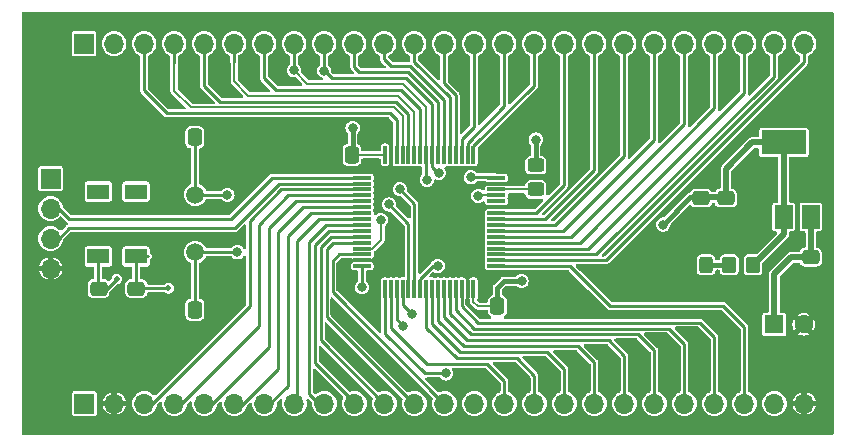
<source format=gbr>
%TF.GenerationSoftware,KiCad,Pcbnew,7.0.9*%
%TF.CreationDate,2024-02-22T17:01:58-03:00*%
%TF.ProjectId,CPU Stm32G431,43505520-5374-46d3-9332-473433312e6b,rev?*%
%TF.SameCoordinates,Original*%
%TF.FileFunction,Copper,L1,Top*%
%TF.FilePolarity,Positive*%
%FSLAX46Y46*%
G04 Gerber Fmt 4.6, Leading zero omitted, Abs format (unit mm)*
G04 Created by KiCad (PCBNEW 7.0.9) date 2024-02-22 17:01:58*
%MOMM*%
%LPD*%
G01*
G04 APERTURE LIST*
G04 Aperture macros list*
%AMRoundRect*
0 Rectangle with rounded corners*
0 $1 Rounding radius*
0 $2 $3 $4 $5 $6 $7 $8 $9 X,Y pos of 4 corners*
0 Add a 4 corners polygon primitive as box body*
4,1,4,$2,$3,$4,$5,$6,$7,$8,$9,$2,$3,0*
0 Add four circle primitives for the rounded corners*
1,1,$1+$1,$2,$3*
1,1,$1+$1,$4,$5*
1,1,$1+$1,$6,$7*
1,1,$1+$1,$8,$9*
0 Add four rect primitives between the rounded corners*
20,1,$1+$1,$2,$3,$4,$5,0*
20,1,$1+$1,$4,$5,$6,$7,0*
20,1,$1+$1,$6,$7,$8,$9,0*
20,1,$1+$1,$8,$9,$2,$3,0*%
G04 Aperture macros list end*
%TA.AperFunction,SMDPad,CuDef*%
%ADD10R,1.900000X1.300000*%
%TD*%
%TA.AperFunction,SMDPad,CuDef*%
%ADD11RoundRect,0.250000X0.475000X-0.337500X0.475000X0.337500X-0.475000X0.337500X-0.475000X-0.337500X0*%
%TD*%
%TA.AperFunction,SMDPad,CuDef*%
%ADD12RoundRect,0.250000X-0.337500X-0.475000X0.337500X-0.475000X0.337500X0.475000X-0.337500X0.475000X0*%
%TD*%
%TA.AperFunction,ComponentPad*%
%ADD13R,1.600000X1.600000*%
%TD*%
%TA.AperFunction,ComponentPad*%
%ADD14C,1.600000*%
%TD*%
%TA.AperFunction,SMDPad,CuDef*%
%ADD15RoundRect,0.250000X0.450000X-0.325000X0.450000X0.325000X-0.450000X0.325000X-0.450000X-0.325000X0*%
%TD*%
%TA.AperFunction,SMDPad,CuDef*%
%ADD16RoundRect,0.250000X-0.325000X-0.450000X0.325000X-0.450000X0.325000X0.450000X-0.325000X0.450000X0*%
%TD*%
%TA.AperFunction,ComponentPad*%
%ADD17C,1.500000*%
%TD*%
%TA.AperFunction,SMDPad,CuDef*%
%ADD18RoundRect,0.250000X0.337500X0.475000X-0.337500X0.475000X-0.337500X-0.475000X0.337500X-0.475000X0*%
%TD*%
%TA.AperFunction,SMDPad,CuDef*%
%ADD19R,1.500000X2.000000*%
%TD*%
%TA.AperFunction,SMDPad,CuDef*%
%ADD20R,3.800000X2.000000*%
%TD*%
%TA.AperFunction,ComponentPad*%
%ADD21R,1.700000X1.700000*%
%TD*%
%TA.AperFunction,ComponentPad*%
%ADD22O,1.700000X1.700000*%
%TD*%
%TA.AperFunction,SMDPad,CuDef*%
%ADD23RoundRect,0.250000X0.350000X0.450000X-0.350000X0.450000X-0.350000X-0.450000X0.350000X-0.450000X0*%
%TD*%
%TA.AperFunction,SMDPad,CuDef*%
%ADD24RoundRect,0.075000X0.075000X-0.700000X0.075000X0.700000X-0.075000X0.700000X-0.075000X-0.700000X0*%
%TD*%
%TA.AperFunction,SMDPad,CuDef*%
%ADD25RoundRect,0.075000X0.700000X-0.075000X0.700000X0.075000X-0.700000X0.075000X-0.700000X-0.075000X0*%
%TD*%
%TA.AperFunction,ViaPad*%
%ADD26C,0.500000*%
%TD*%
%TA.AperFunction,ViaPad*%
%ADD27C,0.800000*%
%TD*%
%TA.AperFunction,Conductor*%
%ADD28C,0.250000*%
%TD*%
%TA.AperFunction,Conductor*%
%ADD29C,0.200000*%
%TD*%
%TA.AperFunction,Conductor*%
%ADD30C,0.500000*%
%TD*%
%TA.AperFunction,Conductor*%
%ADD31C,0.400000*%
%TD*%
G04 APERTURE END LIST*
D10*
%TO.P,Y2,1,1*%
%TO.N,RTC1*%
X123740000Y-107220000D03*
%TO.P,Y2,2,2*%
%TO.N,RTC2*%
X120540000Y-107220000D03*
%TO.P,Y2,3*%
%TO.N,N/C*%
X123740000Y-101720000D03*
%TO.P,Y2,4*%
X120540000Y-101720000D03*
%TD*%
D11*
%TO.P,C8,1*%
%TO.N,GND*%
X171580000Y-104357500D03*
%TO.P,C8,2*%
%TO.N,VDD*%
X171580000Y-102282500D03*
%TD*%
D12*
%TO.P,C2,1*%
%TO.N,GND*%
X126642500Y-97120000D03*
%TO.P,C2,2*%
%TO.N,OSC2*%
X128717500Y-97120000D03*
%TD*%
%TO.P,C10,1*%
%TO.N,GND*%
X139942500Y-98620000D03*
%TO.P,C10,2*%
%TO.N,VDD*%
X142017500Y-98620000D03*
%TD*%
D13*
%TO.P,C5,1*%
%TO.N,VCC*%
X177774888Y-112970000D03*
D14*
%TO.P,C5,2*%
%TO.N,GND*%
X180274888Y-112970000D03*
%TD*%
D15*
%TO.P,D3,1,K*%
%TO.N,/Mcu/LED_ON*%
X157580000Y-101545000D03*
%TO.P,D3,2,A*%
%TO.N,Net-(D3-A)*%
X157580000Y-99495000D03*
%TD*%
D16*
%TO.P,D4,1,K*%
%TO.N,GND*%
X169955000Y-107920000D03*
%TO.P,D4,2,A*%
%TO.N,Net-(D4-A)*%
X172005000Y-107920000D03*
%TD*%
D17*
%TO.P,Y1,1,1*%
%TO.N,OSC1*%
X128760000Y-106870000D03*
%TO.P,Y1,2,2*%
%TO.N,OSC2*%
X128760000Y-101990000D03*
%TD*%
D11*
%TO.P,C3,1*%
%TO.N,GND*%
X123770000Y-112007500D03*
%TO.P,C3,2*%
%TO.N,RTC1*%
X123770000Y-109932500D03*
%TD*%
D18*
%TO.P,C14,1*%
%TO.N,GND*%
X156417500Y-111420000D03*
%TO.P,C14,2*%
%TO.N,VDD*%
X154342500Y-111420000D03*
%TD*%
D11*
%TO.P,C4,1*%
%TO.N,GND*%
X120570000Y-112007500D03*
%TO.P,C4,2*%
%TO.N,RTC2*%
X120570000Y-109932500D03*
%TD*%
%TO.P,C7,1*%
%TO.N,GND*%
X173680000Y-104357500D03*
%TO.P,C7,2*%
%TO.N,VDD*%
X173680000Y-102282500D03*
%TD*%
%TO.P,C6,1*%
%TO.N,GND*%
X180870000Y-109357500D03*
%TO.P,C6,2*%
%TO.N,VCC*%
X180870000Y-107282500D03*
%TD*%
D19*
%TO.P,U1,1,GND*%
%TO.N,GND*%
X176280000Y-103870000D03*
%TO.P,U1,2,VO*%
%TO.N,VDD*%
X178580000Y-103870000D03*
D20*
X178580000Y-97570000D03*
D19*
%TO.P,U1,3,VI*%
%TO.N,VCC*%
X180880000Y-103870000D03*
%TD*%
D21*
%TO.P,J1,1,Pin_1*%
%TO.N,VDD*%
X116505000Y-100620000D03*
D22*
%TO.P,J1,2,Pin_2*%
%TO.N,/Mcu/SWDIO*%
X116505000Y-103160000D03*
%TO.P,J1,3,Pin_3*%
%TO.N,/Mcu/SWCLK*%
X116505000Y-105700000D03*
%TO.P,J1,4,Pin_4*%
%TO.N,GND*%
X116505000Y-108240000D03*
%TD*%
D23*
%TO.P,R3,1*%
%TO.N,VDD*%
X175980000Y-107920000D03*
%TO.P,R3,2*%
%TO.N,Net-(D4-A)*%
X173980000Y-107920000D03*
%TD*%
D24*
%TO.P,U2,1,VBAT*%
%TO.N,VDDBAT*%
X144810000Y-109975000D03*
%TO.P,U2,2,PC13*%
%TO.N,/Mcu/PC13*%
X145310000Y-109975000D03*
%TO.P,U2,3,PC14*%
%TO.N,RTC1*%
X145810000Y-109975000D03*
%TO.P,U2,4,PC15*%
%TO.N,RTC2*%
X146310000Y-109975000D03*
%TO.P,U2,5,PF0*%
%TO.N,OSC1*%
X146810000Y-109975000D03*
%TO.P,U2,6,PF1*%
%TO.N,OSC2*%
X147310000Y-109975000D03*
%TO.P,U2,7,PG10*%
%TO.N,/Mcu/NRST*%
X147810000Y-109975000D03*
%TO.P,U2,8,PC0*%
%TO.N,/Mcu/PC0*%
X148310000Y-109975000D03*
%TO.P,U2,9,PC1*%
%TO.N,/Mcu/PC1*%
X148810000Y-109975000D03*
%TO.P,U2,10,PC2*%
%TO.N,/Mcu/PC2*%
X149310000Y-109975000D03*
%TO.P,U2,11,PC3*%
%TO.N,/Mcu/PC3*%
X149810000Y-109975000D03*
%TO.P,U2,12,PA0*%
%TO.N,/Mcu/PA0*%
X150310000Y-109975000D03*
%TO.P,U2,13,PA1*%
%TO.N,/Mcu/PA1*%
X150810000Y-109975000D03*
%TO.P,U2,14,PA2*%
%TO.N,/Mcu/PA2*%
X151310000Y-109975000D03*
%TO.P,U2,15,VSS*%
%TO.N,GND*%
X151810000Y-109975000D03*
%TO.P,U2,16,VDD*%
%TO.N,VDD*%
X152310000Y-109975000D03*
D25*
%TO.P,U2,17,PA3*%
%TO.N,/Mcu/PA3*%
X154235000Y-108050000D03*
%TO.P,U2,18,PA4*%
%TO.N,/Mcu/PA4*%
X154235000Y-107550000D03*
%TO.P,U2,19,PA5*%
%TO.N,/Mcu/PA5*%
X154235000Y-107050000D03*
%TO.P,U2,20,PA6*%
%TO.N,/Mcu/PA6*%
X154235000Y-106550000D03*
%TO.P,U2,21,PA7*%
%TO.N,/Mcu/PA7*%
X154235000Y-106050000D03*
%TO.P,U2,22,PC4*%
%TO.N,/Mcu/PC4*%
X154235000Y-105550000D03*
%TO.P,U2,23,PC5*%
%TO.N,/Mcu/PC5*%
X154235000Y-105050000D03*
%TO.P,U2,24,PB0*%
%TO.N,/Mcu/PB0*%
X154235000Y-104550000D03*
%TO.P,U2,25,PB1*%
%TO.N,/Mcu/PB1*%
X154235000Y-104050000D03*
%TO.P,U2,26,PB2*%
%TO.N,/Mcu/PB2*%
X154235000Y-103550000D03*
%TO.P,U2,27,VSSA*%
%TO.N,GND*%
X154235000Y-103050000D03*
%TO.P,U2,28,VREF+*%
%TO.N,unconnected-(U2-VREF+-Pad28)*%
X154235000Y-102550000D03*
%TO.P,U2,29,VDDA*%
%TO.N,VDD*%
X154235000Y-102050000D03*
%TO.P,U2,30,PB10*%
%TO.N,/Mcu/LED_ON*%
X154235000Y-101550000D03*
%TO.P,U2,31,VSS*%
%TO.N,GND*%
X154235000Y-101050000D03*
%TO.P,U2,32,VDD*%
%TO.N,VDD*%
X154235000Y-100550000D03*
D24*
%TO.P,U2,33,PB11*%
%TO.N,/Mcu/PB11*%
X152310000Y-98625000D03*
%TO.P,U2,34,PB12*%
%TO.N,/Mcu/PB12*%
X151810000Y-98625000D03*
%TO.P,U2,35,PB13*%
%TO.N,/Mcu/PB13*%
X151310000Y-98625000D03*
%TO.P,U2,36,PB14*%
%TO.N,/Mcu/PB14*%
X150810000Y-98625000D03*
%TO.P,U2,37,PB15*%
%TO.N,/Mcu/PB15*%
X150310000Y-98625000D03*
%TO.P,U2,38,PC6*%
%TO.N,/Mcu/PC6*%
X149810000Y-98625000D03*
%TO.P,U2,39,PC7*%
%TO.N,/Mcu/PC7*%
X149310000Y-98625000D03*
%TO.P,U2,40,PC8*%
%TO.N,SCL*%
X148810000Y-98625000D03*
%TO.P,U2,41,PC9*%
%TO.N,SDA*%
X148310000Y-98625000D03*
%TO.P,U2,42,PA8*%
%TO.N,/Mcu/PA8*%
X147810000Y-98625000D03*
%TO.P,U2,43,PA9*%
%TO.N,/Mcu/PA9*%
X147310000Y-98625000D03*
%TO.P,U2,44,PA10*%
%TO.N,/Mcu/PA10*%
X146810000Y-98625000D03*
%TO.P,U2,45,PA11*%
%TO.N,/Mcu/PA11*%
X146310000Y-98625000D03*
%TO.P,U2,46,PA12*%
%TO.N,/Mcu/PA12*%
X145810000Y-98625000D03*
%TO.P,U2,47,VSS*%
%TO.N,GND*%
X145310000Y-98625000D03*
%TO.P,U2,48,VDD*%
%TO.N,VDD*%
X144810000Y-98625000D03*
D25*
%TO.P,U2,49,PA13*%
%TO.N,/Mcu/SWDIO*%
X142885000Y-100550000D03*
%TO.P,U2,50,PA14*%
%TO.N,/Mcu/SWCLK*%
X142885000Y-101050000D03*
%TO.P,U2,51,PA15*%
%TO.N,/Mcu/PA15*%
X142885000Y-101550000D03*
%TO.P,U2,52,PC10*%
%TO.N,/Mcu/PC10*%
X142885000Y-102050000D03*
%TO.P,U2,53,PC11*%
%TO.N,/Mcu/PC11*%
X142885000Y-102550000D03*
%TO.P,U2,54,PC12*%
%TO.N,/Mcu/PC12*%
X142885000Y-103050000D03*
%TO.P,U2,55,PD2*%
%TO.N,/Mcu/PD2*%
X142885000Y-103550000D03*
%TO.P,U2,56,PB3*%
%TO.N,/Mcu/PB3*%
X142885000Y-104050000D03*
%TO.P,U2,57,PB4*%
%TO.N,/Mcu/PB4*%
X142885000Y-104550000D03*
%TO.P,U2,58,PB5*%
%TO.N,/Mcu/PB5*%
X142885000Y-105050000D03*
%TO.P,U2,59,PB6*%
%TO.N,/Mcu/PB6*%
X142885000Y-105550000D03*
%TO.P,U2,60,PB7*%
%TO.N,/Mcu/PB7*%
X142885000Y-106050000D03*
%TO.P,U2,61,PB8*%
%TO.N,Net-(U2-PB8)*%
X142885000Y-106550000D03*
%TO.P,U2,62,PB9*%
%TO.N,/Mcu/PB9*%
X142885000Y-107050000D03*
%TO.P,U2,63,VSS*%
%TO.N,GND*%
X142885000Y-107550000D03*
%TO.P,U2,64,VDD*%
%TO.N,VDD*%
X142885000Y-108050000D03*
%TD*%
D12*
%TO.P,C1,1*%
%TO.N,GND*%
X126642500Y-111720000D03*
%TO.P,C1,2*%
%TO.N,OSC1*%
X128717500Y-111720000D03*
%TD*%
D21*
%TO.P,J2,1,Pin_1*%
%TO.N,VDD*%
X119370000Y-119670000D03*
D22*
%TO.P,J2,2,Pin_2*%
%TO.N,GND*%
X121910000Y-119670000D03*
%TO.P,J2,3,Pin_3*%
%TO.N,/Mcu/PA15*%
X124450000Y-119670000D03*
%TO.P,J2,4,Pin_4*%
%TO.N,/Mcu/PC10*%
X126990000Y-119670000D03*
%TO.P,J2,5,Pin_5*%
%TO.N,/Mcu/PC11*%
X129530000Y-119670000D03*
%TO.P,J2,6,Pin_6*%
%TO.N,/Mcu/PC12*%
X132070000Y-119670000D03*
%TO.P,J2,7,Pin_7*%
%TO.N,/Mcu/PD2*%
X134610000Y-119670000D03*
%TO.P,J2,8,Pin_8*%
%TO.N,/Mcu/PB3*%
X137150000Y-119670000D03*
%TO.P,J2,9,Pin_9*%
%TO.N,/Mcu/PB4*%
X139690000Y-119670000D03*
%TO.P,J2,10,Pin_10*%
%TO.N,/Mcu/PB5*%
X142230000Y-119670000D03*
%TO.P,J2,11,Pin_11*%
%TO.N,/Mcu/PB6*%
X144770000Y-119670000D03*
%TO.P,J2,12,Pin_12*%
%TO.N,/Mcu/PB7*%
X147310000Y-119670000D03*
%TO.P,J2,13,Pin_13*%
%TO.N,/Mcu/PB9*%
X149850000Y-119670000D03*
%TO.P,J2,14,Pin_14*%
%TO.N,VBT1*%
X152390000Y-119670000D03*
%TO.P,J2,15,Pin_15*%
%TO.N,/Mcu/PC13*%
X154930000Y-119670000D03*
%TO.P,J2,16,Pin_16*%
%TO.N,/Mcu/PC0*%
X157470000Y-119670000D03*
%TO.P,J2,17,Pin_17*%
%TO.N,/Mcu/PC1*%
X160010000Y-119670000D03*
%TO.P,J2,18,Pin_18*%
%TO.N,/Mcu/PC2*%
X162550000Y-119670000D03*
%TO.P,J2,19,Pin_19*%
%TO.N,/Mcu/PC3*%
X165090000Y-119670000D03*
%TO.P,J2,20,Pin_20*%
%TO.N,/Mcu/PA0*%
X167630000Y-119670000D03*
%TO.P,J2,21,Pin_21*%
%TO.N,/Mcu/PA1*%
X170170000Y-119670000D03*
%TO.P,J2,22,Pin_22*%
%TO.N,/Mcu/PA2*%
X172710000Y-119670000D03*
%TO.P,J2,23,Pin_23*%
%TO.N,/Mcu/PA3*%
X175250000Y-119670000D03*
%TO.P,J2,24,Pin_24*%
%TO.N,VCC*%
X177790000Y-119670000D03*
%TO.P,J2,25,Pin_25*%
%TO.N,GND*%
X180330000Y-119670000D03*
%TD*%
D21*
%TO.P,J3,1,Pin_1*%
%TO.N,unconnected-(J3-Pin_1-Pad1)*%
X119340000Y-89190000D03*
D22*
%TO.P,J3,2,Pin_2*%
%TO.N,unconnected-(J3-Pin_2-Pad2)*%
X121880000Y-89190000D03*
%TO.P,J3,3,Pin_3*%
%TO.N,/Mcu/PA12*%
X124420000Y-89190000D03*
%TO.P,J3,4,Pin_4*%
%TO.N,/Mcu/PA11*%
X126960000Y-89190000D03*
%TO.P,J3,5,Pin_5*%
%TO.N,/Mcu/PA10*%
X129500000Y-89190000D03*
%TO.P,J3,6,Pin_6*%
%TO.N,/Mcu/PA9*%
X132040000Y-89190000D03*
%TO.P,J3,7,Pin_7*%
%TO.N,/Mcu/PA8*%
X134580000Y-89190000D03*
%TO.P,J3,8,Pin_8*%
%TO.N,SDA*%
X137120000Y-89190000D03*
%TO.P,J3,9,Pin_9*%
%TO.N,SCL*%
X139660000Y-89190000D03*
%TO.P,J3,10,Pin_10*%
%TO.N,/Mcu/PC7*%
X142200000Y-89190000D03*
%TO.P,J3,11,Pin_11*%
%TO.N,/Mcu/PC6*%
X144740000Y-89190000D03*
%TO.P,J3,12,Pin_12*%
%TO.N,/Mcu/PB15*%
X147280000Y-89190000D03*
%TO.P,J3,13,Pin_13*%
%TO.N,/Mcu/PB14*%
X149820000Y-89190000D03*
%TO.P,J3,14,Pin_14*%
%TO.N,/Mcu/PB13*%
X152360000Y-89190000D03*
%TO.P,J3,15,Pin_15*%
%TO.N,/Mcu/PB12*%
X154900000Y-89190000D03*
%TO.P,J3,16,Pin_16*%
%TO.N,/Mcu/PB11*%
X157440000Y-89190000D03*
%TO.P,J3,17,Pin_17*%
%TO.N,/Mcu/PB2*%
X159980000Y-89190000D03*
%TO.P,J3,18,Pin_18*%
%TO.N,/Mcu/PB1*%
X162520000Y-89190000D03*
%TO.P,J3,19,Pin_19*%
%TO.N,/Mcu/PB0*%
X165060000Y-89190000D03*
%TO.P,J3,20,Pin_20*%
%TO.N,/Mcu/PC5*%
X167600000Y-89190000D03*
%TO.P,J3,21,Pin_21*%
%TO.N,/Mcu/PC4*%
X170140000Y-89190000D03*
%TO.P,J3,22,Pin_22*%
%TO.N,/Mcu/PA7*%
X172680000Y-89190000D03*
%TO.P,J3,23,Pin_23*%
%TO.N,/Mcu/PA6*%
X175220000Y-89190000D03*
%TO.P,J3,24,Pin_24*%
%TO.N,/Mcu/PA5*%
X177760000Y-89190000D03*
%TO.P,J3,25,Pin_25*%
%TO.N,/Mcu/PA4*%
X180300000Y-89190000D03*
%TD*%
D26*
%TO.N,RTC2*%
X122120000Y-109120000D03*
%TO.N,RTC1*%
X126480000Y-109920000D03*
D27*
%TO.N,GND*%
X120800000Y-96370000D03*
X169910000Y-109750000D03*
X144710000Y-96370000D03*
X151880000Y-107620000D03*
X179090000Y-109750000D03*
X155490000Y-96370000D03*
X133680000Y-100220000D03*
X149020000Y-104160000D03*
X176270000Y-100890000D03*
X159780000Y-109760000D03*
X123700000Y-115560000D03*
X133680000Y-96370000D03*
X180810000Y-100840000D03*
X164300000Y-109760000D03*
X116510000Y-115610000D03*
%TO.N,OSC1*%
X132330000Y-106870000D03*
X145180000Y-102820000D03*
%TO.N,OSC2*%
X146080000Y-101520000D03*
X131480000Y-102020000D03*
%TO.N,RTC1*%
X146380000Y-113120000D03*
%TO.N,RTC2*%
X147080000Y-112120000D03*
%TO.N,VDD*%
X168380000Y-104520000D03*
X152080000Y-100520000D03*
X142080000Y-96320000D03*
X156380000Y-109320000D03*
X152717500Y-102082500D03*
X142880000Y-109820000D03*
%TO.N,/Mcu/NRST*%
X149280000Y-108020000D03*
%TO.N,Net-(U2-PB8)*%
X144480000Y-104120000D03*
%TO.N,VDDBAT*%
X149980000Y-117120000D03*
%TO.N,Net-(D3-A)*%
X157580000Y-97320000D03*
%TO.N,SDA*%
X137120000Y-91460000D03*
X148380000Y-100720000D03*
%TO.N,SCL*%
X149380000Y-100120000D03*
X139680000Y-91480000D03*
%TD*%
D28*
%TO.N,RTC2*%
X121307500Y-109932500D02*
X122120000Y-109120000D01*
X120570000Y-109932500D02*
X121307500Y-109932500D01*
%TO.N,RTC1*%
X123782500Y-109920000D02*
X123770000Y-109932500D01*
X126480000Y-109920000D02*
X123782500Y-109920000D01*
X123740000Y-109902500D02*
X123770000Y-109932500D01*
X123740000Y-107220000D02*
X123740000Y-109902500D01*
%TO.N,RTC2*%
X120540000Y-109902500D02*
X120570000Y-109932500D01*
X120540000Y-107220000D02*
X120540000Y-109902500D01*
%TO.N,RTC1*%
X123790000Y-107170000D02*
X123740000Y-107220000D01*
X123740000Y-109802500D02*
X123770000Y-109832500D01*
%TO.N,RTC2*%
X120540000Y-109802500D02*
X120570000Y-109832500D01*
%TO.N,OSC1*%
X132330000Y-106870000D02*
X128760000Y-106870000D01*
X128717500Y-111720000D02*
X128717500Y-106912500D01*
X145180000Y-102820000D02*
X146810000Y-104450000D01*
X146810000Y-104450000D02*
X146810000Y-109975000D01*
D29*
X128717500Y-106912500D02*
X128760000Y-106870000D01*
D28*
%TO.N,OSC2*%
X128760000Y-101990000D02*
X128760000Y-97162500D01*
X131480000Y-102020000D02*
X131450000Y-101990000D01*
X146080000Y-101520000D02*
X147310000Y-102750000D01*
D29*
X128760000Y-97162500D02*
X128717500Y-97120000D01*
D28*
X147310000Y-102750000D02*
X147310000Y-109975000D01*
X131450000Y-101990000D02*
X128760000Y-101990000D01*
%TO.N,RTC1*%
X146380000Y-113120000D02*
X145810000Y-112550000D01*
X123680000Y-107170000D02*
X124730000Y-107170000D01*
X145810000Y-112550000D02*
X145810000Y-109975000D01*
%TO.N,RTC2*%
X147080000Y-112120000D02*
X146310000Y-111350000D01*
X146310000Y-111350000D02*
X146310000Y-109975000D01*
D30*
%TO.N,VCC*%
X177824888Y-113340000D02*
X177774888Y-113290000D01*
X177774888Y-113290000D02*
X177774888Y-108725112D01*
X179217500Y-107282500D02*
X180870000Y-107282500D01*
X180870000Y-107282500D02*
X180880000Y-107272500D01*
X180880000Y-107272500D02*
X180880000Y-103870000D01*
X177774888Y-108725112D02*
X179217500Y-107282500D01*
D31*
%TO.N,VDD*%
X170680000Y-102220000D02*
X168380000Y-104520000D01*
D29*
X152717500Y-102082500D02*
X152750000Y-102050000D01*
D31*
X154880000Y-109320000D02*
X154342500Y-109857500D01*
D29*
X144805000Y-98620000D02*
X144810000Y-98625000D01*
D30*
X178580000Y-103870000D02*
X178580000Y-97570000D01*
X172380000Y-102220000D02*
X173642500Y-102220000D01*
X173680000Y-99820000D02*
X175930000Y-97570000D01*
D31*
X172380000Y-102220000D02*
X170680000Y-102220000D01*
X156380000Y-109320000D02*
X154880000Y-109320000D01*
D28*
X142880000Y-108055000D02*
X142885000Y-108050000D01*
D30*
X173680000Y-102182500D02*
X173680000Y-99820000D01*
D28*
X154205000Y-100520000D02*
X154235000Y-100550000D01*
D30*
X178580000Y-105320000D02*
X175980000Y-107920000D01*
D29*
X152310000Y-109975000D02*
X152310000Y-111050000D01*
D31*
X142080000Y-98557500D02*
X142017500Y-98620000D01*
D29*
X152750000Y-102050000D02*
X154235000Y-102050000D01*
D28*
X142880000Y-109820000D02*
X142880000Y-108055000D01*
D29*
X152680000Y-111420000D02*
X154342500Y-111420000D01*
D30*
X175930000Y-97570000D02*
X178580000Y-97570000D01*
D29*
X142017500Y-98620000D02*
X144805000Y-98620000D01*
D30*
X173642500Y-102220000D02*
X173680000Y-102182500D01*
D31*
X154342500Y-109857500D02*
X154342500Y-111420000D01*
D29*
X152310000Y-111050000D02*
X152680000Y-111420000D01*
D28*
X152080000Y-100520000D02*
X154205000Y-100520000D01*
D31*
X142080000Y-96320000D02*
X142080000Y-98557500D01*
D30*
X178580000Y-103870000D02*
X178580000Y-105320000D01*
D28*
%TO.N,/Mcu/NRST*%
X147810000Y-109132236D02*
X148922236Y-108020000D01*
X147810000Y-109975000D02*
X147810000Y-109132236D01*
X148922236Y-108020000D02*
X149280000Y-108020000D01*
D29*
%TO.N,Net-(U2-PB8)*%
X144480000Y-104120000D02*
X144480000Y-105820000D01*
X143750000Y-106550000D02*
X142885000Y-106550000D01*
X144480000Y-105820000D02*
X143750000Y-106550000D01*
D28*
%TO.N,VDDBAT*%
X149980000Y-117120000D02*
X148180000Y-117120000D01*
X144810000Y-113750000D02*
X144810000Y-109975000D01*
X148180000Y-117120000D02*
X144810000Y-113750000D01*
D29*
%TO.N,/Mcu/LED_ON*%
X157580000Y-101545000D02*
X154240000Y-101545000D01*
X154240000Y-101545000D02*
X154235000Y-101550000D01*
D31*
%TO.N,Net-(D3-A)*%
X157580000Y-97320000D02*
X157580000Y-99495000D01*
%TO.N,Net-(D4-A)*%
X173980000Y-107920000D02*
X172005000Y-107920000D01*
D28*
%TO.N,/Mcu/SWDIO*%
X135250000Y-100550000D02*
X131780000Y-104020000D01*
X142885000Y-100550000D02*
X135250000Y-100550000D01*
X131780000Y-104020000D02*
X118080000Y-104020000D01*
X118080000Y-104020000D02*
X116820000Y-102760000D01*
X116820000Y-102760000D02*
X116505000Y-102760000D01*
%TO.N,/Mcu/SWCLK*%
X132080000Y-104820000D02*
X135850000Y-101050000D01*
X118080000Y-104820000D02*
X132080000Y-104820000D01*
X117200000Y-105700000D02*
X118080000Y-104820000D01*
X135850000Y-101050000D02*
X142885000Y-101050000D01*
X116505000Y-105700000D02*
X117200000Y-105700000D01*
%TO.N,/Mcu/PA15*%
X133380000Y-111420000D02*
X133380000Y-104220000D01*
X124660000Y-120140000D02*
X133380000Y-111420000D01*
X133380000Y-104220000D02*
X136050000Y-101550000D01*
X136050000Y-101550000D02*
X142885000Y-101550000D01*
X124450000Y-120140000D02*
X124660000Y-120140000D01*
%TO.N,/Mcu/PC10*%
X136650000Y-102050000D02*
X142885000Y-102050000D01*
X126990000Y-120140000D02*
X127160000Y-120140000D01*
X134180000Y-104520000D02*
X136650000Y-102050000D01*
X127160000Y-120140000D02*
X134180000Y-113120000D01*
X134180000Y-113120000D02*
X134180000Y-104520000D01*
%TO.N,/Mcu/PC11*%
X129760000Y-120140000D02*
X134980000Y-114920000D01*
X134980000Y-104820000D02*
X137250000Y-102550000D01*
X134980000Y-114920000D02*
X134980000Y-104820000D01*
X129530000Y-120140000D02*
X129760000Y-120140000D01*
X137250000Y-102550000D02*
X142885000Y-102550000D01*
%TO.N,/Mcu/PC12*%
X137850000Y-103050000D02*
X142885000Y-103050000D01*
X135780000Y-105120000D02*
X137850000Y-103050000D01*
X135780000Y-116720000D02*
X135780000Y-105120000D01*
X132070000Y-120140000D02*
X132360000Y-120140000D01*
X132360000Y-120140000D02*
X135780000Y-116720000D01*
%TO.N,/Mcu/PD2*%
X136580000Y-105520000D02*
X138550000Y-103550000D01*
X134610000Y-120140000D02*
X136580000Y-118170000D01*
X138550000Y-103550000D02*
X142885000Y-103550000D01*
X136580000Y-118170000D02*
X136580000Y-105520000D01*
%TO.N,/Mcu/PB3*%
X137360000Y-105900000D02*
X139210000Y-104050000D01*
X139210000Y-104050000D02*
X142885000Y-104050000D01*
X137360000Y-119930000D02*
X137360000Y-105900000D01*
X137150000Y-120140000D02*
X137360000Y-119930000D01*
%TO.N,/Mcu/PB4*%
X139810000Y-104550000D02*
X142885000Y-104550000D01*
X138380000Y-118830000D02*
X138380000Y-105980000D01*
X138380000Y-105980000D02*
X139810000Y-104550000D01*
X139690000Y-120140000D02*
X138380000Y-118830000D01*
%TO.N,/Mcu/PB5*%
X138880000Y-106220000D02*
X140050000Y-105050000D01*
X142230000Y-119570000D02*
X138880000Y-116220000D01*
X140050000Y-105050000D02*
X142885000Y-105050000D01*
X138880000Y-116220000D02*
X138880000Y-106220000D01*
X142230000Y-120140000D02*
X142230000Y-119570000D01*
%TO.N,/Mcu/PB6*%
X144770000Y-119710000D02*
X139380000Y-114320000D01*
X140250000Y-105550000D02*
X142885000Y-105550000D01*
X139380000Y-114320000D02*
X139380000Y-106420000D01*
X144770000Y-120140000D02*
X144770000Y-119710000D01*
X139380000Y-106420000D02*
X140250000Y-105550000D01*
%TO.N,/Mcu/PB7*%
X147310000Y-119750000D02*
X139880000Y-112320000D01*
X139880000Y-106620000D02*
X140450000Y-106050000D01*
X147310000Y-120140000D02*
X147310000Y-119750000D01*
X140450000Y-106050000D02*
X142885000Y-106050000D01*
X139880000Y-112320000D02*
X139880000Y-106620000D01*
%TO.N,/Mcu/PB9*%
X149850000Y-120140000D02*
X149850000Y-119690000D01*
X140380000Y-107620000D02*
X140950000Y-107050000D01*
X140950000Y-107050000D02*
X142885000Y-107050000D01*
X140380000Y-110220000D02*
X140380000Y-107620000D01*
X149850000Y-119690000D02*
X140380000Y-110220000D01*
%TO.N,/Mcu/PC13*%
X145310000Y-113250000D02*
X148380000Y-116320000D01*
X148380000Y-116320000D02*
X153480000Y-116320000D01*
X145310000Y-109975000D02*
X145310000Y-113250000D01*
X154930000Y-117770000D02*
X154930000Y-120140000D01*
X153480000Y-116320000D02*
X154930000Y-117770000D01*
%TO.N,/Mcu/PC0*%
X150880000Y-115820000D02*
X155980000Y-115820000D01*
X157470000Y-117310000D02*
X157470000Y-120140000D01*
X148310000Y-113250000D02*
X150880000Y-115820000D01*
X148310000Y-109975000D02*
X148310000Y-113250000D01*
X155980000Y-115820000D02*
X157470000Y-117310000D01*
%TO.N,/Mcu/PC1*%
X158580000Y-115320000D02*
X160010000Y-116750000D01*
X151180000Y-115320000D02*
X158580000Y-115320000D01*
X148810000Y-112950000D02*
X151180000Y-115320000D01*
X148810000Y-109975000D02*
X148810000Y-112950000D01*
X160010000Y-116750000D02*
X160010000Y-120140000D01*
%TO.N,/Mcu/PC2*%
X149310000Y-109975000D02*
X149310000Y-112650000D01*
X162550000Y-116190000D02*
X162550000Y-120140000D01*
X161180000Y-114820000D02*
X162550000Y-116190000D01*
X151480000Y-114820000D02*
X161180000Y-114820000D01*
X149310000Y-112650000D02*
X151480000Y-114820000D01*
%TO.N,/Mcu/PC3*%
X149810000Y-109975000D02*
X149810000Y-112350000D01*
X165090000Y-115630000D02*
X165090000Y-120140000D01*
X163780000Y-114320000D02*
X165090000Y-115630000D01*
X151780000Y-114320000D02*
X163780000Y-114320000D01*
X149810000Y-112350000D02*
X151780000Y-114320000D01*
%TO.N,/Mcu/PA0*%
X167630000Y-120140000D02*
X167630000Y-115170000D01*
X166280000Y-113820000D02*
X152080000Y-113820000D01*
X152080000Y-113820000D02*
X150310000Y-112050000D01*
X150310000Y-112050000D02*
X150310000Y-109975000D01*
X167630000Y-115170000D02*
X166280000Y-113820000D01*
%TO.N,/Mcu/PA1*%
X168880000Y-113320000D02*
X170170000Y-114610000D01*
X150810000Y-111750000D02*
X152380000Y-113320000D01*
X152380000Y-113320000D02*
X168880000Y-113320000D01*
X150810000Y-109975000D02*
X150810000Y-111750000D01*
X170170000Y-114610000D02*
X170170000Y-120140000D01*
%TO.N,/Mcu/PA2*%
X152680000Y-112820000D02*
X171480000Y-112820000D01*
X151310000Y-109975000D02*
X151310000Y-111450000D01*
X172710000Y-114050000D02*
X172710000Y-120140000D01*
X151310000Y-111450000D02*
X152680000Y-112820000D01*
X171480000Y-112820000D02*
X172710000Y-114050000D01*
%TO.N,/Mcu/PA3*%
X160510000Y-108050000D02*
X163860000Y-111400000D01*
X154235000Y-108050000D02*
X160510000Y-108050000D01*
X175250000Y-113190000D02*
X175250000Y-120140000D01*
X173460000Y-111400000D02*
X175250000Y-113190000D01*
X163860000Y-111400000D02*
X173460000Y-111400000D01*
%TO.N,/Mcu/PA12*%
X126360000Y-95100000D02*
X124420000Y-93160000D01*
X145810000Y-98625000D02*
X145810000Y-95650000D01*
X145260000Y-95100000D02*
X126360000Y-95100000D01*
X124420000Y-93160000D02*
X124420000Y-88720000D01*
X145810000Y-95650000D02*
X145260000Y-95100000D01*
X124420000Y-91320000D02*
X124420000Y-88720000D01*
X124410000Y-91330000D02*
X124420000Y-91320000D01*
D29*
%TO.N,/Mcu/PA11*%
X128360000Y-94600000D02*
X126960000Y-93200000D01*
X145560000Y-94600000D02*
X128360000Y-94600000D01*
X146310000Y-95350000D02*
X145560000Y-94600000D01*
X126960000Y-93200000D02*
X126960000Y-90800000D01*
D28*
X126960000Y-88720000D02*
X126960000Y-90800000D01*
D29*
X146310000Y-98625000D02*
X146310000Y-95350000D01*
D28*
%TO.N,/Mcu/PA10*%
X146810000Y-95150000D02*
X145760000Y-94100000D01*
X129500000Y-92760000D02*
X129500000Y-88720000D01*
X146810000Y-98625000D02*
X146810000Y-95150000D01*
X130840000Y-94100000D02*
X129500000Y-92760000D01*
X145760000Y-94100000D02*
X130840000Y-94100000D01*
D29*
%TO.N,/Mcu/PA9*%
X147310000Y-98625000D02*
X147310000Y-94950000D01*
X145960000Y-93600000D02*
X133260000Y-93600000D01*
X132060000Y-92400000D02*
X132060000Y-90820000D01*
D28*
X132060000Y-89010000D02*
X132040000Y-88990000D01*
X132060000Y-90780000D02*
X132060000Y-88740000D01*
D29*
X133260000Y-93600000D02*
X132060000Y-92400000D01*
X147310000Y-94950000D02*
X145960000Y-93600000D01*
D28*
%TO.N,/Mcu/PA8*%
X134580000Y-92120000D02*
X134580000Y-88720000D01*
X147810000Y-98625000D02*
X147810000Y-94750000D01*
X135560000Y-93100000D02*
X134580000Y-92120000D01*
X146160000Y-93100000D02*
X135560000Y-93100000D01*
X147810000Y-94750000D02*
X146160000Y-93100000D01*
D29*
%TO.N,SDA*%
X146360000Y-92600000D02*
X138260000Y-92600000D01*
X148310000Y-98625000D02*
X148310000Y-94550000D01*
D28*
X148310000Y-100650000D02*
X148310000Y-98625000D01*
D29*
X138260000Y-92600000D02*
X137120000Y-91460000D01*
X148310000Y-94550000D02*
X146360000Y-92600000D01*
D28*
X137120000Y-91460000D02*
X137120000Y-88720000D01*
X148380000Y-100720000D02*
X148310000Y-100650000D01*
%TO.N,SCL*%
X148810000Y-94350000D02*
X146560000Y-92100000D01*
X148810000Y-99650000D02*
X148810000Y-98625000D01*
X146560000Y-92100000D02*
X140300000Y-92100000D01*
X148810000Y-98625000D02*
X148810000Y-94350000D01*
X139660000Y-91460000D02*
X139660000Y-88720000D01*
X140300000Y-92100000D02*
X139660000Y-91460000D01*
X149280000Y-100120000D02*
X148810000Y-99650000D01*
X149380000Y-100120000D02*
X149280000Y-100120000D01*
%TO.N,/Mcu/PC7*%
X149310000Y-94150000D02*
X146760000Y-91600000D01*
X146760000Y-91600000D02*
X142660000Y-91600000D01*
X142660000Y-91600000D02*
X142200000Y-91140000D01*
X142200000Y-91140000D02*
X142200000Y-88720000D01*
X149310000Y-98625000D02*
X149310000Y-94150000D01*
%TO.N,/Mcu/PC6*%
X146960000Y-91100000D02*
X145360000Y-91100000D01*
X144740000Y-90480000D02*
X144740000Y-88720000D01*
X145360000Y-91100000D02*
X144740000Y-90480000D01*
X149810000Y-93950000D02*
X146960000Y-91100000D01*
X149810000Y-98625000D02*
X149810000Y-93950000D01*
%TO.N,/Mcu/PB15*%
X150310000Y-93750000D02*
X147280000Y-90720000D01*
X150310000Y-98625000D02*
X150310000Y-93750000D01*
X147280000Y-90720000D02*
X147280000Y-88720000D01*
%TO.N,/Mcu/PB14*%
X150810000Y-98625000D02*
X150810000Y-93550000D01*
X150810000Y-93550000D02*
X149820000Y-92560000D01*
X149820000Y-92560000D02*
X149820000Y-88720000D01*
%TO.N,/Mcu/PB13*%
X151310000Y-98625000D02*
X151310000Y-97290000D01*
X151310000Y-97290000D02*
X152360000Y-96240000D01*
X152360000Y-96240000D02*
X152360000Y-88720000D01*
%TO.N,/Mcu/PB12*%
X151810000Y-97590000D02*
X154900000Y-94500000D01*
X154900000Y-94500000D02*
X154900000Y-88720000D01*
X151810000Y-98625000D02*
X151810000Y-97590000D01*
%TO.N,/Mcu/PB11*%
X157440000Y-92760000D02*
X157440000Y-88720000D01*
X152310000Y-97890000D02*
X157440000Y-92760000D01*
X152310000Y-98625000D02*
X152310000Y-97890000D01*
%TO.N,/Mcu/PB2*%
X154235000Y-103550000D02*
X157610000Y-103550000D01*
X157610000Y-103550000D02*
X159980000Y-101180000D01*
X159980000Y-101180000D02*
X159980000Y-88720000D01*
%TO.N,/Mcu/PB1*%
X158410000Y-104050000D02*
X162520000Y-99940000D01*
X162520000Y-99940000D02*
X162520000Y-88720000D01*
X154235000Y-104050000D02*
X158410000Y-104050000D01*
%TO.N,/Mcu/PB0*%
X165060000Y-88720000D02*
X165060000Y-98700000D01*
X165060000Y-98700000D02*
X159210000Y-104550000D01*
X159210000Y-104550000D02*
X154235000Y-104550000D01*
%TO.N,/Mcu/PC5*%
X167600000Y-97360000D02*
X167600000Y-88720000D01*
X159910000Y-105050000D02*
X167600000Y-97360000D01*
X154235000Y-105050000D02*
X159910000Y-105050000D01*
%TO.N,/Mcu/PC4*%
X170140000Y-96020000D02*
X170140000Y-88720000D01*
X160610000Y-105550000D02*
X170140000Y-96020000D01*
X154235000Y-105550000D02*
X160610000Y-105550000D01*
%TO.N,/Mcu/PA7*%
X172680000Y-94680000D02*
X172680000Y-88720000D01*
X154235000Y-106050000D02*
X161310000Y-106050000D01*
X161310000Y-106050000D02*
X172680000Y-94680000D01*
%TO.N,/Mcu/PA6*%
X154235000Y-106550000D02*
X162010000Y-106550000D01*
X175220000Y-93340000D02*
X175220000Y-88720000D01*
X162010000Y-106550000D02*
X175220000Y-93340000D01*
%TO.N,/Mcu/PA5*%
X154235000Y-107050000D02*
X162710000Y-107050000D01*
X177760000Y-92000000D02*
X177760000Y-88720000D01*
X162710000Y-107050000D02*
X177760000Y-92000000D01*
%TO.N,/Mcu/PA4*%
X163510000Y-107550000D02*
X180300000Y-90760000D01*
X180300000Y-90760000D02*
X180300000Y-88720000D01*
X154235000Y-107550000D02*
X163510000Y-107550000D01*
%TD*%
%TA.AperFunction,Conductor*%
%TO.N,GND*%
G36*
X182747539Y-86519685D02*
G01*
X182793294Y-86572489D01*
X182804500Y-86624000D01*
X182804500Y-122200500D01*
X182784815Y-122267539D01*
X182732011Y-122313294D01*
X182680500Y-122324500D01*
X114199500Y-122324500D01*
X114132461Y-122304815D01*
X114086706Y-122252011D01*
X114075500Y-122200500D01*
X114075500Y-120539752D01*
X118319500Y-120539752D01*
X118331131Y-120598229D01*
X118331132Y-120598230D01*
X118375447Y-120664552D01*
X118441769Y-120708867D01*
X118441770Y-120708868D01*
X118500247Y-120720499D01*
X118500250Y-120720500D01*
X118500252Y-120720500D01*
X120239750Y-120720500D01*
X120239751Y-120720499D01*
X120254568Y-120717552D01*
X120298229Y-120708868D01*
X120298229Y-120708867D01*
X120298231Y-120708867D01*
X120364552Y-120664552D01*
X120408867Y-120598231D01*
X120408867Y-120598229D01*
X120408868Y-120598229D01*
X120420499Y-120539752D01*
X120420500Y-120539750D01*
X120420500Y-119419999D01*
X120940839Y-119419999D01*
X120940840Y-119420000D01*
X121476314Y-119420000D01*
X121450507Y-119460156D01*
X121410000Y-119598111D01*
X121410000Y-119741889D01*
X121450507Y-119879844D01*
X121476314Y-119920000D01*
X120940840Y-119920000D01*
X120981652Y-120054541D01*
X121074503Y-120228253D01*
X121074507Y-120228260D01*
X121199471Y-120380528D01*
X121351739Y-120505491D01*
X121525465Y-120598349D01*
X121660000Y-120639159D01*
X121660000Y-120105501D01*
X121767685Y-120154680D01*
X121874237Y-120170000D01*
X121945763Y-120170000D01*
X122052315Y-120154680D01*
X122160000Y-120105501D01*
X122160000Y-120639159D01*
X122294534Y-120598349D01*
X122468260Y-120505491D01*
X122620528Y-120380528D01*
X122745492Y-120228260D01*
X122745496Y-120228253D01*
X122838347Y-120054541D01*
X122879160Y-119920000D01*
X122343686Y-119920000D01*
X122369493Y-119879844D01*
X122410000Y-119741889D01*
X122410000Y-119598111D01*
X122369493Y-119460156D01*
X122343686Y-119420000D01*
X122879160Y-119420000D01*
X122879160Y-119419999D01*
X122838347Y-119285458D01*
X122745496Y-119111746D01*
X122745492Y-119111739D01*
X122620528Y-118959471D01*
X122468260Y-118834507D01*
X122468253Y-118834503D01*
X122294541Y-118741652D01*
X122160000Y-118700839D01*
X122160000Y-119234498D01*
X122052315Y-119185320D01*
X121945763Y-119170000D01*
X121874237Y-119170000D01*
X121767685Y-119185320D01*
X121660000Y-119234498D01*
X121660000Y-118700839D01*
X121659999Y-118700839D01*
X121525458Y-118741652D01*
X121351746Y-118834503D01*
X121351739Y-118834507D01*
X121199471Y-118959471D01*
X121074507Y-119111739D01*
X121074503Y-119111746D01*
X120981652Y-119285458D01*
X120940839Y-119419999D01*
X120420500Y-119419999D01*
X120420500Y-118800249D01*
X120420499Y-118800247D01*
X120408868Y-118741770D01*
X120408867Y-118741769D01*
X120364552Y-118675447D01*
X120298230Y-118631132D01*
X120298229Y-118631131D01*
X120239752Y-118619500D01*
X120239748Y-118619500D01*
X118500252Y-118619500D01*
X118500247Y-118619500D01*
X118441770Y-118631131D01*
X118441769Y-118631132D01*
X118375447Y-118675447D01*
X118331132Y-118741769D01*
X118331131Y-118741770D01*
X118319500Y-118800247D01*
X118319500Y-120539752D01*
X114075500Y-120539752D01*
X114075500Y-107989999D01*
X115535839Y-107989999D01*
X115535840Y-107990000D01*
X116071314Y-107990000D01*
X116045507Y-108030156D01*
X116005000Y-108168111D01*
X116005000Y-108311889D01*
X116045507Y-108449844D01*
X116071314Y-108490000D01*
X115535840Y-108490000D01*
X115576652Y-108624541D01*
X115669503Y-108798253D01*
X115669507Y-108798260D01*
X115794471Y-108950528D01*
X115946739Y-109075491D01*
X116120465Y-109168349D01*
X116255000Y-109209159D01*
X116255000Y-108675501D01*
X116362685Y-108724680D01*
X116469237Y-108740000D01*
X116540763Y-108740000D01*
X116647315Y-108724680D01*
X116755000Y-108675501D01*
X116755000Y-109209159D01*
X116889534Y-109168349D01*
X117063260Y-109075491D01*
X117215528Y-108950528D01*
X117340492Y-108798260D01*
X117340496Y-108798253D01*
X117433347Y-108624541D01*
X117474160Y-108490000D01*
X116938686Y-108490000D01*
X116964493Y-108449844D01*
X117005000Y-108311889D01*
X117005000Y-108168111D01*
X116964493Y-108030156D01*
X116938686Y-107990000D01*
X117474160Y-107990000D01*
X117474160Y-107989999D01*
X117443750Y-107889752D01*
X119389500Y-107889752D01*
X119401131Y-107948229D01*
X119401132Y-107948230D01*
X119445447Y-108014552D01*
X119511769Y-108058867D01*
X119511770Y-108058868D01*
X119570247Y-108070499D01*
X119570250Y-108070500D01*
X119570252Y-108070500D01*
X120090500Y-108070500D01*
X120157539Y-108090185D01*
X120203294Y-108142989D01*
X120214500Y-108194500D01*
X120214500Y-109020500D01*
X120194815Y-109087539D01*
X120142011Y-109133294D01*
X120090500Y-109144500D01*
X120040730Y-109144500D01*
X120010300Y-109147353D01*
X120010298Y-109147353D01*
X119882119Y-109192206D01*
X119882117Y-109192207D01*
X119772850Y-109272850D01*
X119692207Y-109382117D01*
X119692206Y-109382119D01*
X119647353Y-109510298D01*
X119647353Y-109510300D01*
X119644500Y-109540730D01*
X119644500Y-110324269D01*
X119647353Y-110354699D01*
X119647353Y-110354701D01*
X119692206Y-110482880D01*
X119692207Y-110482882D01*
X119772850Y-110592150D01*
X119882118Y-110672793D01*
X119924845Y-110687744D01*
X120010299Y-110717646D01*
X120040730Y-110720500D01*
X120040734Y-110720500D01*
X121099270Y-110720500D01*
X121129699Y-110717646D01*
X121129701Y-110717646D01*
X121201865Y-110692394D01*
X121257882Y-110672793D01*
X121367150Y-110592150D01*
X121447793Y-110482882D01*
X121475030Y-110405043D01*
X121492646Y-110354701D01*
X121492646Y-110354699D01*
X121495500Y-110324269D01*
X121495500Y-110259970D01*
X121515185Y-110192931D01*
X121524503Y-110180273D01*
X121545992Y-110154663D01*
X121549610Y-110150714D01*
X122093507Y-109606819D01*
X122154830Y-109573334D01*
X122181188Y-109570500D01*
X122184773Y-109570500D01*
X122184773Y-109570499D01*
X122309069Y-109534004D01*
X122418049Y-109463967D01*
X122502882Y-109366063D01*
X122556697Y-109248226D01*
X122575133Y-109120000D01*
X122556697Y-108991774D01*
X122502882Y-108873937D01*
X122418049Y-108776033D01*
X122309069Y-108705996D01*
X122309065Y-108705994D01*
X122309064Y-108705994D01*
X122184774Y-108669500D01*
X122184772Y-108669500D01*
X122055228Y-108669500D01*
X122055226Y-108669500D01*
X121930935Y-108705994D01*
X121930932Y-108705995D01*
X121930931Y-108705996D01*
X121917982Y-108714318D01*
X121821950Y-108776033D01*
X121737118Y-108873937D01*
X121737117Y-108873938D01*
X121683303Y-108991772D01*
X121683302Y-108991777D01*
X121671612Y-109073083D01*
X121642587Y-109136639D01*
X121636555Y-109143117D01*
X121522968Y-109256704D01*
X121461645Y-109290189D01*
X121391953Y-109285205D01*
X121361654Y-109268793D01*
X121257886Y-109192209D01*
X121257880Y-109192206D01*
X121129700Y-109147353D01*
X121099270Y-109144500D01*
X121099266Y-109144500D01*
X120989500Y-109144500D01*
X120922461Y-109124815D01*
X120876706Y-109072011D01*
X120865500Y-109020500D01*
X120865500Y-108194500D01*
X120885185Y-108127461D01*
X120937989Y-108081706D01*
X120989500Y-108070500D01*
X121509750Y-108070500D01*
X121509751Y-108070499D01*
X121524568Y-108067552D01*
X121568229Y-108058868D01*
X121568229Y-108058867D01*
X121568231Y-108058867D01*
X121634552Y-108014552D01*
X121678867Y-107948231D01*
X121678867Y-107948229D01*
X121678868Y-107948229D01*
X121690499Y-107889752D01*
X122589500Y-107889752D01*
X122601131Y-107948229D01*
X122601132Y-107948230D01*
X122645447Y-108014552D01*
X122711769Y-108058867D01*
X122711770Y-108058868D01*
X122770247Y-108070499D01*
X122770250Y-108070500D01*
X122770252Y-108070500D01*
X123290500Y-108070500D01*
X123357539Y-108090185D01*
X123403294Y-108142989D01*
X123414500Y-108194500D01*
X123414500Y-109020500D01*
X123394815Y-109087539D01*
X123342011Y-109133294D01*
X123290500Y-109144500D01*
X123240730Y-109144500D01*
X123210300Y-109147353D01*
X123210298Y-109147353D01*
X123082119Y-109192206D01*
X123082117Y-109192207D01*
X122972850Y-109272850D01*
X122892207Y-109382117D01*
X122892206Y-109382119D01*
X122847353Y-109510298D01*
X122847353Y-109510300D01*
X122844500Y-109540730D01*
X122844500Y-110324269D01*
X122847353Y-110354699D01*
X122847353Y-110354701D01*
X122892206Y-110482880D01*
X122892207Y-110482882D01*
X122972850Y-110592150D01*
X123082118Y-110672793D01*
X123124845Y-110687744D01*
X123210299Y-110717646D01*
X123240730Y-110720500D01*
X123240734Y-110720500D01*
X124299270Y-110720500D01*
X124329699Y-110717646D01*
X124329701Y-110717646D01*
X124401865Y-110692394D01*
X124457882Y-110672793D01*
X124567150Y-110592150D01*
X124647793Y-110482882D01*
X124675030Y-110405043D01*
X124692646Y-110354701D01*
X124694256Y-110347330D01*
X124696379Y-110347793D01*
X124718198Y-110293018D01*
X124775041Y-110252391D01*
X124815802Y-110245500D01*
X126116806Y-110245500D01*
X126183844Y-110265183D01*
X126290931Y-110334004D01*
X126415225Y-110370499D01*
X126415227Y-110370500D01*
X126415228Y-110370500D01*
X126544773Y-110370500D01*
X126544773Y-110370499D01*
X126669069Y-110334004D01*
X126778049Y-110263967D01*
X126862882Y-110166063D01*
X126916697Y-110048226D01*
X126935133Y-109920000D01*
X126916697Y-109791774D01*
X126862882Y-109673937D01*
X126778049Y-109576033D01*
X126669069Y-109505996D01*
X126669065Y-109505994D01*
X126669064Y-109505994D01*
X126544774Y-109469500D01*
X126544772Y-109469500D01*
X126415228Y-109469500D01*
X126415226Y-109469500D01*
X126290935Y-109505994D01*
X126290932Y-109505995D01*
X126290931Y-109505996D01*
X126183845Y-109574816D01*
X126116806Y-109594500D01*
X124810092Y-109594500D01*
X124743053Y-109574815D01*
X124697298Y-109522011D01*
X124693051Y-109511456D01*
X124647793Y-109382119D01*
X124647793Y-109382118D01*
X124567150Y-109272850D01*
X124457882Y-109192207D01*
X124457880Y-109192206D01*
X124329700Y-109147353D01*
X124299270Y-109144500D01*
X124299266Y-109144500D01*
X124189500Y-109144500D01*
X124122461Y-109124815D01*
X124076706Y-109072011D01*
X124065500Y-109020500D01*
X124065500Y-108194500D01*
X124085185Y-108127461D01*
X124137989Y-108081706D01*
X124189500Y-108070500D01*
X124709750Y-108070500D01*
X124709751Y-108070499D01*
X124724568Y-108067552D01*
X124768229Y-108058868D01*
X124768229Y-108058867D01*
X124768231Y-108058867D01*
X124834552Y-108014552D01*
X124878867Y-107948231D01*
X124878867Y-107948229D01*
X124878868Y-107948229D01*
X124890499Y-107889752D01*
X124890500Y-107889750D01*
X124890500Y-107524611D01*
X124910185Y-107457572D01*
X124934795Y-107429621D01*
X124942450Y-107423196D01*
X124942455Y-107423194D01*
X125016240Y-107335261D01*
X125055500Y-107227394D01*
X125055500Y-107112606D01*
X125016240Y-107004740D01*
X125016239Y-107004739D01*
X125016239Y-107004738D01*
X124942455Y-106916806D01*
X124934795Y-106910378D01*
X124896092Y-106852207D01*
X124890500Y-106815388D01*
X124890500Y-106550249D01*
X124890499Y-106550247D01*
X124878868Y-106491770D01*
X124878867Y-106491769D01*
X124834552Y-106425447D01*
X124768230Y-106381132D01*
X124768229Y-106381131D01*
X124709752Y-106369500D01*
X124709748Y-106369500D01*
X122770252Y-106369500D01*
X122770247Y-106369500D01*
X122711770Y-106381131D01*
X122711769Y-106381132D01*
X122645447Y-106425447D01*
X122601132Y-106491769D01*
X122601131Y-106491770D01*
X122589500Y-106550247D01*
X122589500Y-107889752D01*
X121690499Y-107889752D01*
X121690500Y-107889750D01*
X121690500Y-106550249D01*
X121690499Y-106550247D01*
X121678868Y-106491770D01*
X121678867Y-106491769D01*
X121634552Y-106425447D01*
X121568230Y-106381132D01*
X121568229Y-106381131D01*
X121509752Y-106369500D01*
X121509748Y-106369500D01*
X119570252Y-106369500D01*
X119570247Y-106369500D01*
X119511770Y-106381131D01*
X119511769Y-106381132D01*
X119445447Y-106425447D01*
X119401132Y-106491769D01*
X119401131Y-106491770D01*
X119389500Y-106550247D01*
X119389500Y-107889752D01*
X117443750Y-107889752D01*
X117433347Y-107855458D01*
X117340496Y-107681746D01*
X117340492Y-107681739D01*
X117215528Y-107529471D01*
X117063260Y-107404507D01*
X117063253Y-107404503D01*
X116889541Y-107311652D01*
X116755000Y-107270839D01*
X116755000Y-107804498D01*
X116647315Y-107755320D01*
X116540763Y-107740000D01*
X116469237Y-107740000D01*
X116362685Y-107755320D01*
X116255000Y-107804498D01*
X116255000Y-107270839D01*
X116254999Y-107270839D01*
X116120458Y-107311652D01*
X115946746Y-107404503D01*
X115946739Y-107404507D01*
X115794471Y-107529471D01*
X115669507Y-107681739D01*
X115669503Y-107681746D01*
X115576652Y-107855458D01*
X115535839Y-107989999D01*
X114075500Y-107989999D01*
X114075500Y-105700000D01*
X115449417Y-105700000D01*
X115469699Y-105905932D01*
X115483429Y-105951193D01*
X115529768Y-106103954D01*
X115627315Y-106286450D01*
X115627317Y-106286452D01*
X115758589Y-106446410D01*
X115829372Y-106504499D01*
X115918550Y-106577685D01*
X116101046Y-106675232D01*
X116299066Y-106735300D01*
X116299065Y-106735300D01*
X116317529Y-106737118D01*
X116505000Y-106755583D01*
X116710934Y-106735300D01*
X116908954Y-106675232D01*
X117091450Y-106577685D01*
X117251410Y-106446410D01*
X117382685Y-106286450D01*
X117480232Y-106103954D01*
X117540300Y-105905934D01*
X117545336Y-105854793D01*
X117571496Y-105790007D01*
X117581049Y-105779275D01*
X118178507Y-105181819D01*
X118239830Y-105148334D01*
X118266188Y-105145500D01*
X132063078Y-105145500D01*
X132068481Y-105145735D01*
X132108807Y-105149264D01*
X132147940Y-105138777D01*
X132153162Y-105137619D01*
X132193045Y-105130588D01*
X132193050Y-105130584D01*
X132198099Y-105128747D01*
X132214824Y-105121819D01*
X132219681Y-105119554D01*
X132219684Y-105119554D01*
X132252841Y-105096335D01*
X132257390Y-105093438D01*
X132292455Y-105073194D01*
X132294716Y-105070500D01*
X132318476Y-105042182D01*
X132322122Y-105038202D01*
X132842820Y-104517505D01*
X132904142Y-104484021D01*
X132973834Y-104489005D01*
X133029767Y-104530877D01*
X133054184Y-104596341D01*
X133054500Y-104605187D01*
X133054500Y-106462464D01*
X133034815Y-106529503D01*
X132982011Y-106575258D01*
X132912853Y-106585202D01*
X132849297Y-106556177D01*
X132832125Y-106537951D01*
X132774201Y-106462464D01*
X132758282Y-106441718D01*
X132632841Y-106345464D01*
X132618143Y-106339376D01*
X132486762Y-106284956D01*
X132486760Y-106284955D01*
X132330001Y-106264318D01*
X132329999Y-106264318D01*
X132173239Y-106284955D01*
X132173237Y-106284956D01*
X132027160Y-106345463D01*
X131901716Y-106441719D01*
X131860077Y-106495986D01*
X131803649Y-106537189D01*
X131761701Y-106544500D01*
X129738100Y-106544500D01*
X129671061Y-106524815D01*
X129628742Y-106478953D01*
X129554137Y-106339376D01*
X129554135Y-106339373D01*
X129435357Y-106194642D01*
X129290626Y-106075864D01*
X129290623Y-106075862D01*
X129125502Y-105987604D01*
X128946333Y-105933253D01*
X128946331Y-105933252D01*
X128760000Y-105914901D01*
X128573668Y-105933252D01*
X128573666Y-105933253D01*
X128394497Y-105987604D01*
X128229376Y-106075862D01*
X128229373Y-106075864D01*
X128084642Y-106194642D01*
X127965864Y-106339373D01*
X127965862Y-106339376D01*
X127877604Y-106504497D01*
X127823253Y-106683666D01*
X127823252Y-106683668D01*
X127804901Y-106870000D01*
X127823252Y-107056331D01*
X127823253Y-107056333D01*
X127877604Y-107235502D01*
X127965862Y-107400623D01*
X127965864Y-107400626D01*
X128084642Y-107545357D01*
X128141135Y-107591719D01*
X128229375Y-107664136D01*
X128326454Y-107716025D01*
X128376297Y-107764985D01*
X128392000Y-107825382D01*
X128392000Y-110676393D01*
X128372315Y-110743432D01*
X128319511Y-110789187D01*
X128301082Y-110795330D01*
X128167119Y-110842206D01*
X128167117Y-110842207D01*
X128057850Y-110922850D01*
X127977207Y-111032117D01*
X127977206Y-111032119D01*
X127932353Y-111160298D01*
X127932353Y-111160300D01*
X127929500Y-111190730D01*
X127929500Y-112249269D01*
X127932353Y-112279699D01*
X127932353Y-112279701D01*
X127961786Y-112363812D01*
X127977207Y-112407882D01*
X128057850Y-112517150D01*
X128167118Y-112597793D01*
X128209845Y-112612744D01*
X128295299Y-112642646D01*
X128325730Y-112645500D01*
X128325734Y-112645500D01*
X129109270Y-112645500D01*
X129139699Y-112642646D01*
X129139701Y-112642646D01*
X129203790Y-112620219D01*
X129267882Y-112597793D01*
X129377150Y-112517150D01*
X129457793Y-112407882D01*
X129499288Y-112289297D01*
X129502646Y-112279701D01*
X129502646Y-112279699D01*
X129505500Y-112249269D01*
X129505500Y-111190730D01*
X129502646Y-111160300D01*
X129502646Y-111160298D01*
X129465735Y-111054815D01*
X129457793Y-111032118D01*
X129377150Y-110922850D01*
X129267882Y-110842207D01*
X129267880Y-110842206D01*
X129132577Y-110794861D01*
X129133070Y-110793451D01*
X129079241Y-110763997D01*
X129045811Y-110702644D01*
X129043000Y-110676393D01*
X129043000Y-107869386D01*
X129062685Y-107802347D01*
X129115489Y-107756592D01*
X129119951Y-107754908D01*
X129119876Y-107754726D01*
X129125493Y-107752398D01*
X129125501Y-107752396D01*
X129290625Y-107664136D01*
X129435357Y-107545357D01*
X129554136Y-107400625D01*
X129566051Y-107378334D01*
X129628742Y-107261047D01*
X129677704Y-107211203D01*
X129738100Y-107195500D01*
X131761701Y-107195500D01*
X131828740Y-107215185D01*
X131860077Y-107244014D01*
X131901715Y-107298279D01*
X131901718Y-107298282D01*
X132027159Y-107394536D01*
X132173238Y-107455044D01*
X132251619Y-107465363D01*
X132329999Y-107475682D01*
X132330000Y-107475682D01*
X132330001Y-107475682D01*
X132382254Y-107468802D01*
X132486762Y-107455044D01*
X132632841Y-107394536D01*
X132758282Y-107298282D01*
X132832124Y-107202049D01*
X132888552Y-107160846D01*
X132958298Y-107156691D01*
X133019218Y-107190903D01*
X133051971Y-107252621D01*
X133054500Y-107277535D01*
X133054500Y-111233811D01*
X133034815Y-111300850D01*
X133018181Y-111321492D01*
X125392169Y-118947503D01*
X125330846Y-118980988D01*
X125261154Y-118976004D01*
X125208635Y-118938487D01*
X125196410Y-118923590D01*
X125196408Y-118923588D01*
X125196407Y-118923587D01*
X125087861Y-118834507D01*
X125036450Y-118792315D01*
X124853954Y-118694768D01*
X124655934Y-118634700D01*
X124655932Y-118634699D01*
X124655934Y-118634699D01*
X124450000Y-118614417D01*
X124244067Y-118634699D01*
X124109736Y-118675448D01*
X124054476Y-118692211D01*
X124046043Y-118694769D01*
X123935898Y-118753643D01*
X123863550Y-118792315D01*
X123863548Y-118792316D01*
X123863547Y-118792317D01*
X123703589Y-118923589D01*
X123572317Y-119083547D01*
X123572315Y-119083550D01*
X123544227Y-119136099D01*
X123474769Y-119266043D01*
X123414699Y-119464067D01*
X123394417Y-119670000D01*
X123414699Y-119875932D01*
X123414700Y-119875934D01*
X123474768Y-120073954D01*
X123572315Y-120256450D01*
X123572317Y-120256452D01*
X123703589Y-120416410D01*
X123800209Y-120495702D01*
X123863550Y-120547685D01*
X124046046Y-120645232D01*
X124244066Y-120705300D01*
X124244065Y-120705300D01*
X124262529Y-120707118D01*
X124450000Y-120725583D01*
X124655934Y-120705300D01*
X124853954Y-120645232D01*
X125036450Y-120547685D01*
X125196410Y-120416410D01*
X125327685Y-120256450D01*
X125425232Y-120073954D01*
X125485300Y-119875934D01*
X125491975Y-119808153D01*
X125518135Y-119743368D01*
X125527688Y-119732636D01*
X125726959Y-119533365D01*
X125788280Y-119499882D01*
X125857972Y-119504866D01*
X125913905Y-119546738D01*
X125938322Y-119612202D01*
X125938041Y-119633201D01*
X125934417Y-119669999D01*
X125954699Y-119875932D01*
X125954700Y-119875934D01*
X126014768Y-120073954D01*
X126112315Y-120256450D01*
X126112317Y-120256452D01*
X126243589Y-120416410D01*
X126340209Y-120495702D01*
X126403550Y-120547685D01*
X126586046Y-120645232D01*
X126784066Y-120705300D01*
X126784065Y-120705300D01*
X126802529Y-120707118D01*
X126990000Y-120725583D01*
X127195934Y-120705300D01*
X127393954Y-120645232D01*
X127576450Y-120547685D01*
X127736410Y-120416410D01*
X127867685Y-120256450D01*
X127965232Y-120073954D01*
X128025300Y-119875934D01*
X128036345Y-119763783D01*
X128062505Y-119698997D01*
X128072058Y-119688266D01*
X128271329Y-119488995D01*
X128332650Y-119455512D01*
X128402342Y-119460496D01*
X128458275Y-119502368D01*
X128482692Y-119567832D01*
X128482411Y-119588832D01*
X128474417Y-119669999D01*
X128494699Y-119875932D01*
X128494700Y-119875934D01*
X128554768Y-120073954D01*
X128652315Y-120256450D01*
X128652317Y-120256452D01*
X128783589Y-120416410D01*
X128880209Y-120495702D01*
X128943550Y-120547685D01*
X129126046Y-120645232D01*
X129324066Y-120705300D01*
X129324065Y-120705300D01*
X129342529Y-120707118D01*
X129530000Y-120725583D01*
X129735934Y-120705300D01*
X129933954Y-120645232D01*
X130116450Y-120547685D01*
X130276410Y-120416410D01*
X130407685Y-120256450D01*
X130505232Y-120073954D01*
X130565300Y-119875934D01*
X130569790Y-119830339D01*
X130595950Y-119765553D01*
X130605503Y-119754821D01*
X130804774Y-119555550D01*
X130866095Y-119522067D01*
X130935787Y-119527051D01*
X130991720Y-119568923D01*
X131016137Y-119634387D01*
X131015856Y-119655385D01*
X131014417Y-119669997D01*
X131014417Y-119669999D01*
X131034699Y-119875932D01*
X131034700Y-119875934D01*
X131094768Y-120073954D01*
X131192315Y-120256450D01*
X131192317Y-120256452D01*
X131323589Y-120416410D01*
X131420209Y-120495702D01*
X131483550Y-120547685D01*
X131666046Y-120645232D01*
X131864066Y-120705300D01*
X131864065Y-120705300D01*
X131882529Y-120707118D01*
X132070000Y-120725583D01*
X132275934Y-120705300D01*
X132473954Y-120645232D01*
X132656450Y-120547685D01*
X132816410Y-120416410D01*
X132947685Y-120256450D01*
X133045232Y-120073954D01*
X133105300Y-119875934D01*
X133105300Y-119875927D01*
X133105387Y-119875643D01*
X133136365Y-119823959D01*
X133345354Y-119614970D01*
X133406675Y-119581487D01*
X133476367Y-119586471D01*
X133532300Y-119628343D01*
X133556436Y-119690499D01*
X133574699Y-119875932D01*
X133574700Y-119875934D01*
X133634768Y-120073954D01*
X133732315Y-120256450D01*
X133732317Y-120256452D01*
X133863589Y-120416410D01*
X133960209Y-120495702D01*
X134023550Y-120547685D01*
X134206046Y-120645232D01*
X134404066Y-120705300D01*
X134404065Y-120705300D01*
X134422529Y-120707118D01*
X134610000Y-120725583D01*
X134815934Y-120705300D01*
X135013954Y-120645232D01*
X135196450Y-120547685D01*
X135356410Y-120416410D01*
X135487685Y-120256450D01*
X135585232Y-120073954D01*
X135645300Y-119875934D01*
X135665583Y-119670000D01*
X135660100Y-119614335D01*
X135673118Y-119545692D01*
X135695819Y-119514505D01*
X135925090Y-119285234D01*
X135986411Y-119251751D01*
X136056103Y-119256735D01*
X136112036Y-119298607D01*
X136136453Y-119364071D01*
X136131430Y-119408911D01*
X136114699Y-119464065D01*
X136094417Y-119670000D01*
X136114699Y-119875932D01*
X136114700Y-119875934D01*
X136174768Y-120073954D01*
X136272315Y-120256450D01*
X136272317Y-120256452D01*
X136403589Y-120416410D01*
X136500209Y-120495702D01*
X136563550Y-120547685D01*
X136746046Y-120645232D01*
X136944066Y-120705300D01*
X136944065Y-120705300D01*
X136962529Y-120707118D01*
X137150000Y-120725583D01*
X137355934Y-120705300D01*
X137553954Y-120645232D01*
X137736450Y-120547685D01*
X137896410Y-120416410D01*
X138027685Y-120256450D01*
X138125232Y-120073954D01*
X138185300Y-119875934D01*
X138205583Y-119670000D01*
X138185300Y-119464066D01*
X138168569Y-119408913D01*
X138167946Y-119339047D01*
X138205194Y-119279934D01*
X138268488Y-119250343D01*
X138337732Y-119259668D01*
X138374911Y-119285237D01*
X138604177Y-119514503D01*
X138637662Y-119575826D01*
X138639899Y-119614337D01*
X138634417Y-119669999D01*
X138654699Y-119875932D01*
X138654700Y-119875934D01*
X138714768Y-120073954D01*
X138812315Y-120256450D01*
X138812317Y-120256452D01*
X138943589Y-120416410D01*
X139040209Y-120495702D01*
X139103550Y-120547685D01*
X139286046Y-120645232D01*
X139484066Y-120705300D01*
X139484065Y-120705300D01*
X139502529Y-120707118D01*
X139690000Y-120725583D01*
X139895934Y-120705300D01*
X140093954Y-120645232D01*
X140276450Y-120547685D01*
X140436410Y-120416410D01*
X140567685Y-120256450D01*
X140665232Y-120073954D01*
X140725300Y-119875934D01*
X140745583Y-119670000D01*
X140725300Y-119464066D01*
X140665232Y-119266046D01*
X140567685Y-119083550D01*
X140515484Y-119019943D01*
X140436410Y-118923589D01*
X140286121Y-118800252D01*
X140276450Y-118792315D01*
X140093954Y-118694768D01*
X139895934Y-118634700D01*
X139895932Y-118634699D01*
X139895934Y-118634699D01*
X139690000Y-118614417D01*
X139484067Y-118634699D01*
X139349736Y-118675448D01*
X139294476Y-118692211D01*
X139286043Y-118694769D01*
X139103547Y-118792316D01*
X139025150Y-118856654D01*
X138960840Y-118883966D01*
X138891973Y-118872173D01*
X138858806Y-118848480D01*
X138741819Y-118731493D01*
X138708334Y-118670170D01*
X138705500Y-118643812D01*
X138705500Y-116805188D01*
X138725185Y-116738149D01*
X138777989Y-116692394D01*
X138847147Y-116682450D01*
X138910703Y-116711475D01*
X138917179Y-116717505D01*
X141263220Y-119063547D01*
X141296704Y-119124868D01*
X141291720Y-119194560D01*
X141284896Y-119209679D01*
X141254771Y-119266038D01*
X141254770Y-119266041D01*
X141254769Y-119266043D01*
X141254768Y-119266046D01*
X141248947Y-119285236D01*
X141194699Y-119464067D01*
X141174417Y-119670000D01*
X141194699Y-119875932D01*
X141194700Y-119875934D01*
X141254768Y-120073954D01*
X141352315Y-120256450D01*
X141352317Y-120256452D01*
X141483589Y-120416410D01*
X141580209Y-120495702D01*
X141643550Y-120547685D01*
X141826046Y-120645232D01*
X142024066Y-120705300D01*
X142024065Y-120705300D01*
X142042529Y-120707118D01*
X142230000Y-120725583D01*
X142435934Y-120705300D01*
X142633954Y-120645232D01*
X142816450Y-120547685D01*
X142976410Y-120416410D01*
X143107685Y-120256450D01*
X143205232Y-120073954D01*
X143265300Y-119875934D01*
X143285583Y-119670000D01*
X143265300Y-119464066D01*
X143205232Y-119266046D01*
X143107685Y-119083550D01*
X143055484Y-119019943D01*
X142976410Y-118923589D01*
X142826121Y-118800252D01*
X142816450Y-118792315D01*
X142633954Y-118694768D01*
X142435934Y-118634700D01*
X142435932Y-118634699D01*
X142435934Y-118634699D01*
X142230000Y-118614417D01*
X142024066Y-118634699D01*
X141888764Y-118675742D01*
X141818897Y-118676365D01*
X141765089Y-118644762D01*
X139241819Y-116121492D01*
X139208334Y-116060169D01*
X139205500Y-116033811D01*
X139205500Y-114905188D01*
X139225185Y-114838149D01*
X139277989Y-114792394D01*
X139347147Y-114782450D01*
X139410703Y-114811475D01*
X139417181Y-114817507D01*
X143758727Y-119159053D01*
X143792212Y-119220376D01*
X143789707Y-119282729D01*
X143734699Y-119464067D01*
X143714417Y-119670000D01*
X143734699Y-119875932D01*
X143734700Y-119875934D01*
X143794768Y-120073954D01*
X143892315Y-120256450D01*
X143892317Y-120256452D01*
X144023589Y-120416410D01*
X144120209Y-120495702D01*
X144183550Y-120547685D01*
X144366046Y-120645232D01*
X144564066Y-120705300D01*
X144564065Y-120705300D01*
X144582529Y-120707118D01*
X144770000Y-120725583D01*
X144975934Y-120705300D01*
X145173954Y-120645232D01*
X145356450Y-120547685D01*
X145516410Y-120416410D01*
X145647685Y-120256450D01*
X145745232Y-120073954D01*
X145805300Y-119875934D01*
X145825583Y-119670000D01*
X145805300Y-119464066D01*
X145745232Y-119266046D01*
X145647685Y-119083550D01*
X145595484Y-119019943D01*
X145516410Y-118923589D01*
X145366121Y-118800252D01*
X145356450Y-118792315D01*
X145173954Y-118694768D01*
X144975934Y-118634700D01*
X144975932Y-118634699D01*
X144975934Y-118634699D01*
X144770000Y-118614417D01*
X144564067Y-118634699D01*
X144366042Y-118694769D01*
X144348774Y-118703999D01*
X144280371Y-118718238D01*
X144215128Y-118693235D01*
X144202645Y-118682319D01*
X139741819Y-114221493D01*
X139708334Y-114160170D01*
X139705500Y-114133812D01*
X139705500Y-112905188D01*
X139725185Y-112838149D01*
X139777989Y-112792394D01*
X139847147Y-112782450D01*
X139910703Y-112811475D01*
X139917181Y-112817507D01*
X146289417Y-119189743D01*
X146322902Y-119251066D01*
X146320397Y-119313418D01*
X146274699Y-119464066D01*
X146254417Y-119670000D01*
X146274699Y-119875932D01*
X146274700Y-119875934D01*
X146334768Y-120073954D01*
X146432315Y-120256450D01*
X146432317Y-120256452D01*
X146563589Y-120416410D01*
X146660209Y-120495702D01*
X146723550Y-120547685D01*
X146906046Y-120645232D01*
X147104066Y-120705300D01*
X147104065Y-120705300D01*
X147122529Y-120707118D01*
X147310000Y-120725583D01*
X147515934Y-120705300D01*
X147713954Y-120645232D01*
X147896450Y-120547685D01*
X148056410Y-120416410D01*
X148187685Y-120256450D01*
X148285232Y-120073954D01*
X148345300Y-119875934D01*
X148365583Y-119670000D01*
X148345300Y-119464066D01*
X148285232Y-119266046D01*
X148187685Y-119083550D01*
X148135484Y-119019943D01*
X148056410Y-118923589D01*
X147906121Y-118800252D01*
X147896450Y-118792315D01*
X147713954Y-118694768D01*
X147515934Y-118634700D01*
X147515932Y-118634699D01*
X147515934Y-118634699D01*
X147310000Y-118614417D01*
X147104067Y-118634699D01*
X146906042Y-118694769D01*
X146862711Y-118717930D01*
X146794308Y-118732171D01*
X146729064Y-118707170D01*
X146716578Y-118696252D01*
X140241819Y-112221493D01*
X140208334Y-112160170D01*
X140205500Y-112133812D01*
X140205500Y-110805188D01*
X140225185Y-110738149D01*
X140277989Y-110692394D01*
X140347147Y-110682450D01*
X140410703Y-110711475D01*
X140417180Y-110717506D01*
X144631202Y-114931529D01*
X148843382Y-119143709D01*
X148876867Y-119205032D01*
X148874362Y-119267385D01*
X148814699Y-119464067D01*
X148794417Y-119670000D01*
X148814699Y-119875932D01*
X148814700Y-119875934D01*
X148874768Y-120073954D01*
X148972315Y-120256450D01*
X148972317Y-120256452D01*
X149103589Y-120416410D01*
X149200209Y-120495702D01*
X149263550Y-120547685D01*
X149446046Y-120645232D01*
X149644066Y-120705300D01*
X149644065Y-120705300D01*
X149662529Y-120707118D01*
X149850000Y-120725583D01*
X150055934Y-120705300D01*
X150253954Y-120645232D01*
X150436450Y-120547685D01*
X150596410Y-120416410D01*
X150727685Y-120256450D01*
X150825232Y-120073954D01*
X150885300Y-119875934D01*
X150905583Y-119670000D01*
X151334417Y-119670000D01*
X151354699Y-119875932D01*
X151354700Y-119875934D01*
X151414768Y-120073954D01*
X151512315Y-120256450D01*
X151512317Y-120256452D01*
X151643589Y-120416410D01*
X151740209Y-120495702D01*
X151803550Y-120547685D01*
X151986046Y-120645232D01*
X152184066Y-120705300D01*
X152184065Y-120705300D01*
X152202529Y-120707118D01*
X152390000Y-120725583D01*
X152595934Y-120705300D01*
X152793954Y-120645232D01*
X152976450Y-120547685D01*
X153136410Y-120416410D01*
X153267685Y-120256450D01*
X153365232Y-120073954D01*
X153425300Y-119875934D01*
X153445583Y-119670000D01*
X153425300Y-119464066D01*
X153365232Y-119266046D01*
X153267685Y-119083550D01*
X153215484Y-119019943D01*
X153136410Y-118923589D01*
X152986121Y-118800252D01*
X152976450Y-118792315D01*
X152793954Y-118694768D01*
X152595934Y-118634700D01*
X152595932Y-118634699D01*
X152595934Y-118634699D01*
X152390000Y-118614417D01*
X152184067Y-118634699D01*
X152049736Y-118675448D01*
X151994476Y-118692211D01*
X151986043Y-118694769D01*
X151875898Y-118753643D01*
X151803550Y-118792315D01*
X151803548Y-118792316D01*
X151803547Y-118792317D01*
X151643589Y-118923589D01*
X151512317Y-119083547D01*
X151512315Y-119083550D01*
X151484227Y-119136099D01*
X151414769Y-119266043D01*
X151354699Y-119464067D01*
X151334417Y-119670000D01*
X150905583Y-119670000D01*
X150885300Y-119464066D01*
X150825232Y-119266046D01*
X150727685Y-119083550D01*
X150675484Y-119019943D01*
X150596410Y-118923589D01*
X150446121Y-118800252D01*
X150436450Y-118792315D01*
X150253954Y-118694768D01*
X150055934Y-118634700D01*
X150055932Y-118634699D01*
X150055934Y-118634699D01*
X149850000Y-118614417D01*
X149644067Y-118634699D01*
X149531474Y-118668854D01*
X149446046Y-118694768D01*
X149446043Y-118694769D01*
X149446041Y-118694770D01*
X149446038Y-118694771D01*
X149441813Y-118697030D01*
X149373411Y-118711272D01*
X149308167Y-118686272D01*
X149295679Y-118675353D01*
X148277508Y-117657181D01*
X148244023Y-117595858D01*
X148249007Y-117526166D01*
X148290879Y-117470233D01*
X148356343Y-117445816D01*
X148365189Y-117445500D01*
X149411701Y-117445500D01*
X149478740Y-117465185D01*
X149510076Y-117494013D01*
X149551718Y-117548282D01*
X149677159Y-117644536D01*
X149823238Y-117705044D01*
X149901619Y-117715363D01*
X149979999Y-117725682D01*
X149980000Y-117725682D01*
X149980001Y-117725682D01*
X150032254Y-117718802D01*
X150136762Y-117705044D01*
X150282841Y-117644536D01*
X150408282Y-117548282D01*
X150504536Y-117422841D01*
X150565044Y-117276762D01*
X150585682Y-117120000D01*
X150578819Y-117067873D01*
X150565044Y-116963239D01*
X150565042Y-116963234D01*
X150563068Y-116958469D01*
X150532565Y-116884826D01*
X150504451Y-116816952D01*
X150496982Y-116747483D01*
X150528257Y-116685004D01*
X150588346Y-116649352D01*
X150619012Y-116645500D01*
X153293812Y-116645500D01*
X153360851Y-116665185D01*
X153381493Y-116681819D01*
X154568181Y-117868507D01*
X154601666Y-117929830D01*
X154604500Y-117956188D01*
X154604500Y-118579417D01*
X154584815Y-118646456D01*
X154532011Y-118692211D01*
X154527951Y-118693979D01*
X154526045Y-118694768D01*
X154440709Y-118740382D01*
X154343550Y-118792315D01*
X154343548Y-118792316D01*
X154343547Y-118792317D01*
X154183589Y-118923589D01*
X154052317Y-119083547D01*
X154052315Y-119083550D01*
X154024227Y-119136099D01*
X153954769Y-119266043D01*
X153894699Y-119464067D01*
X153874417Y-119670000D01*
X153894699Y-119875932D01*
X153894700Y-119875934D01*
X153954768Y-120073954D01*
X154052315Y-120256450D01*
X154052317Y-120256452D01*
X154183589Y-120416410D01*
X154280209Y-120495702D01*
X154343550Y-120547685D01*
X154526046Y-120645232D01*
X154724066Y-120705300D01*
X154724065Y-120705300D01*
X154742529Y-120707118D01*
X154930000Y-120725583D01*
X155135934Y-120705300D01*
X155333954Y-120645232D01*
X155516450Y-120547685D01*
X155676410Y-120416410D01*
X155807685Y-120256450D01*
X155905232Y-120073954D01*
X155965300Y-119875934D01*
X155985583Y-119670000D01*
X155965300Y-119464066D01*
X155905232Y-119266046D01*
X155807685Y-119083550D01*
X155755484Y-119019943D01*
X155676410Y-118923589D01*
X155526121Y-118800252D01*
X155516450Y-118792315D01*
X155333954Y-118694768D01*
X155332049Y-118693979D01*
X155331203Y-118693298D01*
X155328581Y-118691896D01*
X155328846Y-118691398D01*
X155277645Y-118650138D01*
X155255579Y-118583844D01*
X155255500Y-118579417D01*
X155255500Y-117786920D01*
X155255736Y-117781513D01*
X155259264Y-117741193D01*
X155248782Y-117702076D01*
X155247616Y-117696818D01*
X155240588Y-117656955D01*
X155240586Y-117656952D01*
X155240586Y-117656950D01*
X155238760Y-117651933D01*
X155231820Y-117635176D01*
X155229554Y-117630319D01*
X155229554Y-117630316D01*
X155206339Y-117597162D01*
X155203433Y-117592599D01*
X155183196Y-117557548D01*
X155183195Y-117557547D01*
X155183194Y-117557545D01*
X155152177Y-117531518D01*
X155148193Y-117527867D01*
X153977507Y-116357181D01*
X153944022Y-116295858D01*
X153949006Y-116226166D01*
X153990878Y-116170233D01*
X154056342Y-116145816D01*
X154065188Y-116145500D01*
X155793812Y-116145500D01*
X155860851Y-116165185D01*
X155881493Y-116181819D01*
X157108181Y-117408507D01*
X157141666Y-117469830D01*
X157144500Y-117496188D01*
X157144500Y-118579417D01*
X157124815Y-118646456D01*
X157072011Y-118692211D01*
X157067951Y-118693979D01*
X157066045Y-118694768D01*
X156980709Y-118740382D01*
X156883550Y-118792315D01*
X156883548Y-118792316D01*
X156883547Y-118792317D01*
X156723589Y-118923589D01*
X156592317Y-119083547D01*
X156592315Y-119083550D01*
X156564227Y-119136099D01*
X156494769Y-119266043D01*
X156434699Y-119464067D01*
X156414417Y-119670000D01*
X156434699Y-119875932D01*
X156434700Y-119875934D01*
X156494768Y-120073954D01*
X156592315Y-120256450D01*
X156592317Y-120256452D01*
X156723589Y-120416410D01*
X156820209Y-120495702D01*
X156883550Y-120547685D01*
X157066046Y-120645232D01*
X157264066Y-120705300D01*
X157264065Y-120705300D01*
X157282529Y-120707118D01*
X157470000Y-120725583D01*
X157675934Y-120705300D01*
X157873954Y-120645232D01*
X158056450Y-120547685D01*
X158216410Y-120416410D01*
X158347685Y-120256450D01*
X158445232Y-120073954D01*
X158505300Y-119875934D01*
X158525583Y-119670000D01*
X158505300Y-119464066D01*
X158445232Y-119266046D01*
X158347685Y-119083550D01*
X158295484Y-119019943D01*
X158216410Y-118923589D01*
X158066121Y-118800252D01*
X158056450Y-118792315D01*
X157873954Y-118694768D01*
X157872049Y-118693979D01*
X157871203Y-118693298D01*
X157868581Y-118691896D01*
X157868846Y-118691398D01*
X157817645Y-118650138D01*
X157795579Y-118583844D01*
X157795500Y-118579417D01*
X157795500Y-117326912D01*
X157795736Y-117321506D01*
X157799263Y-117281191D01*
X157788785Y-117242090D01*
X157787618Y-117236830D01*
X157780588Y-117196955D01*
X157780587Y-117196953D01*
X157778760Y-117191933D01*
X157771820Y-117175176D01*
X157769554Y-117170319D01*
X157769554Y-117170316D01*
X157746337Y-117137159D01*
X157743435Y-117132605D01*
X157723194Y-117097545D01*
X157692182Y-117071522D01*
X157688210Y-117067883D01*
X156477506Y-115857180D01*
X156444022Y-115795858D01*
X156449006Y-115726166D01*
X156490878Y-115670233D01*
X156556342Y-115645816D01*
X156565188Y-115645500D01*
X158393812Y-115645500D01*
X158460851Y-115665185D01*
X158481493Y-115681819D01*
X159648181Y-116848507D01*
X159681666Y-116909830D01*
X159684500Y-116936188D01*
X159684500Y-118579417D01*
X159664815Y-118646456D01*
X159612011Y-118692211D01*
X159607951Y-118693979D01*
X159606045Y-118694768D01*
X159520709Y-118740382D01*
X159423550Y-118792315D01*
X159423548Y-118792316D01*
X159423547Y-118792317D01*
X159263589Y-118923589D01*
X159132317Y-119083547D01*
X159132315Y-119083550D01*
X159104227Y-119136099D01*
X159034769Y-119266043D01*
X158974699Y-119464067D01*
X158954417Y-119670000D01*
X158974699Y-119875932D01*
X158974700Y-119875934D01*
X159034768Y-120073954D01*
X159132315Y-120256450D01*
X159132317Y-120256452D01*
X159263589Y-120416410D01*
X159360209Y-120495702D01*
X159423550Y-120547685D01*
X159606046Y-120645232D01*
X159804066Y-120705300D01*
X159804065Y-120705300D01*
X159822529Y-120707118D01*
X160010000Y-120725583D01*
X160215934Y-120705300D01*
X160413954Y-120645232D01*
X160596450Y-120547685D01*
X160756410Y-120416410D01*
X160887685Y-120256450D01*
X160985232Y-120073954D01*
X161045300Y-119875934D01*
X161065583Y-119670000D01*
X161045300Y-119464066D01*
X160985232Y-119266046D01*
X160887685Y-119083550D01*
X160835484Y-119019943D01*
X160756410Y-118923589D01*
X160606121Y-118800252D01*
X160596450Y-118792315D01*
X160413954Y-118694768D01*
X160412049Y-118693979D01*
X160411203Y-118693298D01*
X160408581Y-118691896D01*
X160408846Y-118691398D01*
X160357645Y-118650138D01*
X160335579Y-118583844D01*
X160335500Y-118579417D01*
X160335500Y-116766909D01*
X160335736Y-116761502D01*
X160339263Y-116721191D01*
X160328786Y-116682092D01*
X160327617Y-116676824D01*
X160320588Y-116636955D01*
X160320587Y-116636954D01*
X160320587Y-116636951D01*
X160318765Y-116631947D01*
X160311815Y-116615168D01*
X160309554Y-116610319D01*
X160309553Y-116610318D01*
X160309553Y-116610316D01*
X160286333Y-116577154D01*
X160283435Y-116572604D01*
X160279845Y-116566387D01*
X160263194Y-116537545D01*
X160263191Y-116537542D01*
X160263190Y-116537541D01*
X160246189Y-116523276D01*
X160232182Y-116511522D01*
X160228210Y-116507883D01*
X159077506Y-115357180D01*
X159044022Y-115295858D01*
X159049006Y-115226166D01*
X159090878Y-115170233D01*
X159156342Y-115145816D01*
X159165188Y-115145500D01*
X160993812Y-115145500D01*
X161060851Y-115165185D01*
X161081493Y-115181819D01*
X162188181Y-116288507D01*
X162221666Y-116349830D01*
X162224500Y-116376188D01*
X162224500Y-118579417D01*
X162204815Y-118646456D01*
X162152011Y-118692211D01*
X162147951Y-118693979D01*
X162146045Y-118694768D01*
X162060709Y-118740382D01*
X161963550Y-118792315D01*
X161963548Y-118792316D01*
X161963547Y-118792317D01*
X161803589Y-118923589D01*
X161672317Y-119083547D01*
X161672315Y-119083550D01*
X161644227Y-119136099D01*
X161574769Y-119266043D01*
X161514699Y-119464067D01*
X161494417Y-119670000D01*
X161514699Y-119875932D01*
X161514700Y-119875934D01*
X161574768Y-120073954D01*
X161672315Y-120256450D01*
X161672317Y-120256452D01*
X161803589Y-120416410D01*
X161900209Y-120495702D01*
X161963550Y-120547685D01*
X162146046Y-120645232D01*
X162344066Y-120705300D01*
X162344065Y-120705300D01*
X162362529Y-120707118D01*
X162550000Y-120725583D01*
X162755934Y-120705300D01*
X162953954Y-120645232D01*
X163136450Y-120547685D01*
X163296410Y-120416410D01*
X163427685Y-120256450D01*
X163525232Y-120073954D01*
X163585300Y-119875934D01*
X163605583Y-119670000D01*
X163585300Y-119464066D01*
X163525232Y-119266046D01*
X163427685Y-119083550D01*
X163375484Y-119019943D01*
X163296410Y-118923589D01*
X163146121Y-118800252D01*
X163136450Y-118792315D01*
X162953954Y-118694768D01*
X162952049Y-118693979D01*
X162951203Y-118693298D01*
X162948581Y-118691896D01*
X162948846Y-118691398D01*
X162897645Y-118650138D01*
X162875579Y-118583844D01*
X162875500Y-118579417D01*
X162875500Y-116206920D01*
X162875736Y-116201513D01*
X162879264Y-116161193D01*
X162868782Y-116122076D01*
X162867616Y-116116818D01*
X162860588Y-116076955D01*
X162860586Y-116076952D01*
X162860586Y-116076950D01*
X162858760Y-116071933D01*
X162851820Y-116055176D01*
X162849554Y-116050319D01*
X162849554Y-116050316D01*
X162826339Y-116017162D01*
X162823433Y-116012599D01*
X162803196Y-115977548D01*
X162803195Y-115977547D01*
X162803194Y-115977545D01*
X162772177Y-115951518D01*
X162768193Y-115947867D01*
X161677507Y-114857181D01*
X161644022Y-114795858D01*
X161649006Y-114726166D01*
X161690878Y-114670233D01*
X161756342Y-114645816D01*
X161765188Y-114645500D01*
X163593812Y-114645500D01*
X163660851Y-114665185D01*
X163681493Y-114681819D01*
X164728181Y-115728507D01*
X164761666Y-115789830D01*
X164764500Y-115816188D01*
X164764500Y-118579417D01*
X164744815Y-118646456D01*
X164692011Y-118692211D01*
X164687951Y-118693979D01*
X164686045Y-118694768D01*
X164600709Y-118740382D01*
X164503550Y-118792315D01*
X164503548Y-118792316D01*
X164503547Y-118792317D01*
X164343589Y-118923589D01*
X164212317Y-119083547D01*
X164212315Y-119083550D01*
X164184227Y-119136099D01*
X164114769Y-119266043D01*
X164054699Y-119464067D01*
X164034417Y-119670000D01*
X164054699Y-119875932D01*
X164054700Y-119875934D01*
X164114768Y-120073954D01*
X164212315Y-120256450D01*
X164212317Y-120256452D01*
X164343589Y-120416410D01*
X164440209Y-120495702D01*
X164503550Y-120547685D01*
X164686046Y-120645232D01*
X164884066Y-120705300D01*
X164884065Y-120705300D01*
X164902529Y-120707118D01*
X165090000Y-120725583D01*
X165295934Y-120705300D01*
X165493954Y-120645232D01*
X165676450Y-120547685D01*
X165836410Y-120416410D01*
X165967685Y-120256450D01*
X166065232Y-120073954D01*
X166125300Y-119875934D01*
X166145583Y-119670000D01*
X166125300Y-119464066D01*
X166065232Y-119266046D01*
X165967685Y-119083550D01*
X165915484Y-119019943D01*
X165836410Y-118923589D01*
X165686121Y-118800252D01*
X165676450Y-118792315D01*
X165493954Y-118694768D01*
X165492049Y-118693979D01*
X165491203Y-118693298D01*
X165488581Y-118691896D01*
X165488846Y-118691398D01*
X165437645Y-118650138D01*
X165415579Y-118583844D01*
X165415500Y-118579417D01*
X165415500Y-115646920D01*
X165415736Y-115641513D01*
X165419264Y-115601193D01*
X165408782Y-115562076D01*
X165407616Y-115556818D01*
X165400588Y-115516955D01*
X165400586Y-115516952D01*
X165400586Y-115516950D01*
X165398760Y-115511933D01*
X165391820Y-115495176D01*
X165389554Y-115490319D01*
X165389554Y-115490316D01*
X165366339Y-115457162D01*
X165363433Y-115452599D01*
X165343196Y-115417548D01*
X165343195Y-115417547D01*
X165343194Y-115417545D01*
X165312177Y-115391518D01*
X165308193Y-115387867D01*
X164277507Y-114357181D01*
X164244022Y-114295858D01*
X164249006Y-114226166D01*
X164290878Y-114170233D01*
X164356342Y-114145816D01*
X164365188Y-114145500D01*
X166093812Y-114145500D01*
X166160851Y-114165185D01*
X166181493Y-114181819D01*
X167268181Y-115268507D01*
X167301666Y-115329830D01*
X167304500Y-115356188D01*
X167304500Y-118579417D01*
X167284815Y-118646456D01*
X167232011Y-118692211D01*
X167227951Y-118693979D01*
X167226045Y-118694768D01*
X167140709Y-118740382D01*
X167043550Y-118792315D01*
X167043548Y-118792316D01*
X167043547Y-118792317D01*
X166883589Y-118923589D01*
X166752317Y-119083547D01*
X166752315Y-119083550D01*
X166724227Y-119136099D01*
X166654769Y-119266043D01*
X166594699Y-119464067D01*
X166574417Y-119670000D01*
X166594699Y-119875932D01*
X166594700Y-119875934D01*
X166654768Y-120073954D01*
X166752315Y-120256450D01*
X166752317Y-120256452D01*
X166883589Y-120416410D01*
X166980209Y-120495702D01*
X167043550Y-120547685D01*
X167226046Y-120645232D01*
X167424066Y-120705300D01*
X167424065Y-120705300D01*
X167442529Y-120707118D01*
X167630000Y-120725583D01*
X167835934Y-120705300D01*
X168033954Y-120645232D01*
X168216450Y-120547685D01*
X168376410Y-120416410D01*
X168507685Y-120256450D01*
X168605232Y-120073954D01*
X168665300Y-119875934D01*
X168685583Y-119670000D01*
X168665300Y-119464066D01*
X168605232Y-119266046D01*
X168507685Y-119083550D01*
X168455484Y-119019943D01*
X168376410Y-118923589D01*
X168226121Y-118800252D01*
X168216450Y-118792315D01*
X168033954Y-118694768D01*
X168032049Y-118693979D01*
X168031203Y-118693298D01*
X168028581Y-118691896D01*
X168028846Y-118691398D01*
X167977645Y-118650138D01*
X167955579Y-118583844D01*
X167955500Y-118579417D01*
X167955500Y-115186909D01*
X167955736Y-115181502D01*
X167958859Y-115145816D01*
X167959263Y-115141193D01*
X167959262Y-115141192D01*
X167959263Y-115141191D01*
X167948785Y-115102090D01*
X167947618Y-115096830D01*
X167940588Y-115056955D01*
X167940587Y-115056953D01*
X167938760Y-115051933D01*
X167931820Y-115035176D01*
X167929554Y-115030319D01*
X167929554Y-115030316D01*
X167906337Y-114997159D01*
X167903435Y-114992605D01*
X167883194Y-114957545D01*
X167852182Y-114931522D01*
X167848210Y-114927883D01*
X166777506Y-113857180D01*
X166744022Y-113795858D01*
X166749006Y-113726166D01*
X166790878Y-113670233D01*
X166856342Y-113645816D01*
X166865188Y-113645500D01*
X168693812Y-113645500D01*
X168760851Y-113665185D01*
X168781493Y-113681819D01*
X169808181Y-114708507D01*
X169841666Y-114769830D01*
X169844500Y-114796188D01*
X169844500Y-118579417D01*
X169824815Y-118646456D01*
X169772011Y-118692211D01*
X169767951Y-118693979D01*
X169766045Y-118694768D01*
X169680709Y-118740382D01*
X169583550Y-118792315D01*
X169583548Y-118792316D01*
X169583547Y-118792317D01*
X169423589Y-118923589D01*
X169292317Y-119083547D01*
X169292315Y-119083550D01*
X169264227Y-119136099D01*
X169194769Y-119266043D01*
X169134699Y-119464067D01*
X169114417Y-119670000D01*
X169134699Y-119875932D01*
X169134700Y-119875934D01*
X169194768Y-120073954D01*
X169292315Y-120256450D01*
X169292317Y-120256452D01*
X169423589Y-120416410D01*
X169520209Y-120495702D01*
X169583550Y-120547685D01*
X169766046Y-120645232D01*
X169964066Y-120705300D01*
X169964065Y-120705300D01*
X169982529Y-120707118D01*
X170170000Y-120725583D01*
X170375934Y-120705300D01*
X170573954Y-120645232D01*
X170756450Y-120547685D01*
X170916410Y-120416410D01*
X171047685Y-120256450D01*
X171145232Y-120073954D01*
X171205300Y-119875934D01*
X171225583Y-119670000D01*
X171205300Y-119464066D01*
X171145232Y-119266046D01*
X171047685Y-119083550D01*
X170995484Y-119019943D01*
X170916410Y-118923589D01*
X170766121Y-118800252D01*
X170756450Y-118792315D01*
X170573954Y-118694768D01*
X170572049Y-118693979D01*
X170571203Y-118693298D01*
X170568581Y-118691896D01*
X170568846Y-118691398D01*
X170517645Y-118650138D01*
X170495579Y-118583844D01*
X170495500Y-118579417D01*
X170495500Y-114626909D01*
X170495736Y-114621502D01*
X170499263Y-114581191D01*
X170488786Y-114542092D01*
X170487617Y-114536824D01*
X170480588Y-114496955D01*
X170480587Y-114496954D01*
X170480587Y-114496951D01*
X170478765Y-114491947D01*
X170471815Y-114475168D01*
X170469554Y-114470319D01*
X170469553Y-114470318D01*
X170469553Y-114470316D01*
X170446333Y-114437154D01*
X170443435Y-114432604D01*
X170439845Y-114426387D01*
X170423194Y-114397545D01*
X170423191Y-114397542D01*
X170423190Y-114397541D01*
X170406189Y-114383276D01*
X170392182Y-114371522D01*
X170388210Y-114367883D01*
X169377506Y-113357180D01*
X169344022Y-113295858D01*
X169349006Y-113226166D01*
X169390878Y-113170233D01*
X169456342Y-113145816D01*
X169465188Y-113145500D01*
X171293812Y-113145500D01*
X171360851Y-113165185D01*
X171381493Y-113181819D01*
X172348181Y-114148507D01*
X172381666Y-114209830D01*
X172384500Y-114236188D01*
X172384500Y-118579417D01*
X172364815Y-118646456D01*
X172312011Y-118692211D01*
X172307951Y-118693979D01*
X172306045Y-118694768D01*
X172220709Y-118740382D01*
X172123550Y-118792315D01*
X172123548Y-118792316D01*
X172123547Y-118792317D01*
X171963589Y-118923589D01*
X171832317Y-119083547D01*
X171832315Y-119083550D01*
X171804227Y-119136099D01*
X171734769Y-119266043D01*
X171674699Y-119464067D01*
X171654417Y-119670000D01*
X171674699Y-119875932D01*
X171674700Y-119875934D01*
X171734768Y-120073954D01*
X171832315Y-120256450D01*
X171832317Y-120256452D01*
X171963589Y-120416410D01*
X172060209Y-120495702D01*
X172123550Y-120547685D01*
X172306046Y-120645232D01*
X172504066Y-120705300D01*
X172504065Y-120705300D01*
X172522529Y-120707118D01*
X172710000Y-120725583D01*
X172915934Y-120705300D01*
X173113954Y-120645232D01*
X173296450Y-120547685D01*
X173456410Y-120416410D01*
X173587685Y-120256450D01*
X173685232Y-120073954D01*
X173745300Y-119875934D01*
X173765583Y-119670000D01*
X173745300Y-119464066D01*
X173685232Y-119266046D01*
X173587685Y-119083550D01*
X173535484Y-119019943D01*
X173456410Y-118923589D01*
X173306121Y-118800252D01*
X173296450Y-118792315D01*
X173113954Y-118694768D01*
X173112049Y-118693979D01*
X173111203Y-118693298D01*
X173108581Y-118691896D01*
X173108846Y-118691398D01*
X173057645Y-118650138D01*
X173035579Y-118583844D01*
X173035500Y-118579417D01*
X173035500Y-114066920D01*
X173035736Y-114061513D01*
X173039264Y-114021193D01*
X173028782Y-113982076D01*
X173027616Y-113976818D01*
X173020588Y-113936955D01*
X173020586Y-113936952D01*
X173020586Y-113936950D01*
X173018760Y-113931933D01*
X173011820Y-113915176D01*
X173009554Y-113910319D01*
X173009554Y-113910316D01*
X173006710Y-113906255D01*
X172986340Y-113877163D01*
X172983433Y-113872599D01*
X172963196Y-113837548D01*
X172963195Y-113837547D01*
X172963194Y-113837545D01*
X172932177Y-113811518D01*
X172928193Y-113807867D01*
X172327238Y-113206912D01*
X171722119Y-112601793D01*
X171718474Y-112597814D01*
X171692456Y-112566807D01*
X171692455Y-112566806D01*
X171681058Y-112560226D01*
X171657392Y-112546561D01*
X171652831Y-112543655D01*
X171639687Y-112534452D01*
X171619684Y-112520446D01*
X171619681Y-112520445D01*
X171614861Y-112518197D01*
X171598055Y-112511235D01*
X171593043Y-112509411D01*
X171553190Y-112502383D01*
X171547910Y-112501212D01*
X171508808Y-112490735D01*
X171473892Y-112493790D01*
X171468481Y-112494264D01*
X171463078Y-112494500D01*
X155003185Y-112494500D01*
X154936146Y-112474815D01*
X154890391Y-112422011D01*
X154880447Y-112352853D01*
X154909472Y-112289297D01*
X154929551Y-112270730D01*
X155002150Y-112217150D01*
X155082793Y-112107882D01*
X155115153Y-112015403D01*
X155127646Y-111979701D01*
X155127646Y-111979699D01*
X155130500Y-111949269D01*
X155130500Y-110890730D01*
X155127646Y-110860300D01*
X155127646Y-110860298D01*
X155082793Y-110732119D01*
X155082792Y-110732117D01*
X155002150Y-110622850D01*
X154892882Y-110542207D01*
X154826044Y-110518819D01*
X154769268Y-110478097D01*
X154743522Y-110413144D01*
X154743000Y-110401778D01*
X154743000Y-110074755D01*
X154762685Y-110007716D01*
X154779319Y-109987074D01*
X155009574Y-109756819D01*
X155070897Y-109723334D01*
X155097255Y-109720500D01*
X155873420Y-109720500D01*
X155940459Y-109740185D01*
X155948907Y-109746124D01*
X155951716Y-109748279D01*
X155951718Y-109748282D01*
X156077159Y-109844536D01*
X156223238Y-109905044D01*
X156301619Y-109915363D01*
X156379999Y-109925682D01*
X156380000Y-109925682D01*
X156380001Y-109925682D01*
X156432254Y-109918802D01*
X156536762Y-109905044D01*
X156682841Y-109844536D01*
X156808282Y-109748282D01*
X156904536Y-109622841D01*
X156965044Y-109476762D01*
X156985682Y-109320000D01*
X156982212Y-109293646D01*
X156965044Y-109163239D01*
X156965044Y-109163238D01*
X156904536Y-109017159D01*
X156808282Y-108891718D01*
X156682841Y-108795464D01*
X156664384Y-108787819D01*
X156536762Y-108734956D01*
X156536760Y-108734955D01*
X156380001Y-108714318D01*
X156379999Y-108714318D01*
X156223239Y-108734955D01*
X156223237Y-108734956D01*
X156077160Y-108795463D01*
X156077159Y-108795464D01*
X155951718Y-108891718D01*
X155951716Y-108891720D01*
X155948907Y-108893876D01*
X155883737Y-108919070D01*
X155873420Y-108919500D01*
X154943433Y-108919500D01*
X154816567Y-108919500D01*
X154816564Y-108919500D01*
X154816562Y-108919501D01*
X154795490Y-108926347D01*
X154776582Y-108930886D01*
X154754698Y-108934353D01*
X154754694Y-108934354D01*
X154734951Y-108944413D01*
X154716987Y-108951854D01*
X154695911Y-108958703D01*
X154677985Y-108971727D01*
X154661400Y-108981890D01*
X154641659Y-108991948D01*
X154641659Y-108991949D01*
X154619094Y-109014513D01*
X154037013Y-109596594D01*
X154014449Y-109619159D01*
X154014448Y-109619160D01*
X154004391Y-109638897D01*
X153994231Y-109655477D01*
X153981206Y-109673405D01*
X153981203Y-109673410D01*
X153974354Y-109694488D01*
X153966913Y-109712452D01*
X153956854Y-109732195D01*
X153953387Y-109754082D01*
X153948847Y-109772991D01*
X153942000Y-109794067D01*
X153942000Y-110401778D01*
X153922315Y-110468817D01*
X153869511Y-110514572D01*
X153858956Y-110518819D01*
X153792117Y-110542207D01*
X153682850Y-110622850D01*
X153602207Y-110732117D01*
X153602206Y-110732119D01*
X153557353Y-110860298D01*
X153557353Y-110860300D01*
X153554500Y-110890730D01*
X153554500Y-110995500D01*
X153534815Y-111062539D01*
X153482011Y-111108294D01*
X153430500Y-111119500D01*
X152855833Y-111119500D01*
X152788794Y-111099815D01*
X152768152Y-111083181D01*
X152646819Y-110961848D01*
X152613334Y-110900525D01*
X152610500Y-110874167D01*
X152610500Y-110871017D01*
X152630185Y-110803978D01*
X152631398Y-110802126D01*
X152640043Y-110789187D01*
X152644515Y-110782495D01*
X152644515Y-110782493D01*
X152644516Y-110782493D01*
X152660499Y-110702137D01*
X152660500Y-110702133D01*
X152660499Y-109247868D01*
X152644515Y-109167505D01*
X152591083Y-109087539D01*
X152583624Y-109076375D01*
X152528995Y-109039874D01*
X152492495Y-109015485D01*
X152492493Y-109015484D01*
X152492490Y-109015483D01*
X152412135Y-108999500D01*
X152207870Y-108999500D01*
X152127504Y-109015485D01*
X152036375Y-109076375D01*
X151975485Y-109167505D01*
X151975483Y-109167509D01*
X151959500Y-109247862D01*
X151959500Y-110702129D01*
X151967715Y-110743432D01*
X151975485Y-110782495D01*
X151984061Y-110795330D01*
X151988602Y-110802125D01*
X152009480Y-110868802D01*
X152009500Y-110871016D01*
X152009500Y-110987158D01*
X152008905Y-110995732D01*
X152007227Y-111007763D01*
X152009434Y-111055509D01*
X152009500Y-111058372D01*
X152009500Y-111077845D01*
X152009993Y-111080482D01*
X152010982Y-111089015D01*
X152012415Y-111119991D01*
X152012416Y-111119997D01*
X152015214Y-111126334D01*
X152023664Y-111153620D01*
X152024937Y-111160429D01*
X152024937Y-111160430D01*
X152024939Y-111160433D01*
X152038171Y-111181805D01*
X152041260Y-111186793D01*
X152045263Y-111194386D01*
X152057794Y-111222765D01*
X152057795Y-111222766D01*
X152057796Y-111222768D01*
X152062689Y-111227661D01*
X152080435Y-111250065D01*
X152084077Y-111255948D01*
X152084080Y-111255951D01*
X152108826Y-111274639D01*
X152115311Y-111280282D01*
X152423078Y-111588049D01*
X152428721Y-111594533D01*
X152436041Y-111604226D01*
X152436042Y-111604228D01*
X152455739Y-111622184D01*
X152471375Y-111636439D01*
X152473423Y-111638394D01*
X152487203Y-111652174D01*
X152489413Y-111653688D01*
X152496143Y-111659018D01*
X152507016Y-111668930D01*
X152519064Y-111679914D01*
X152519065Y-111679914D01*
X152519067Y-111679916D01*
X152525530Y-111682419D01*
X152550807Y-111695743D01*
X152556519Y-111699656D01*
X152586702Y-111706754D01*
X152594903Y-111709294D01*
X152623827Y-111720500D01*
X152630751Y-111720500D01*
X152659141Y-111723793D01*
X152665881Y-111725379D01*
X152696591Y-111721095D01*
X152705166Y-111720500D01*
X153430500Y-111720500D01*
X153497539Y-111740185D01*
X153543294Y-111792989D01*
X153554500Y-111844500D01*
X153554500Y-111949269D01*
X153557353Y-111979699D01*
X153557353Y-111979701D01*
X153596569Y-112091770D01*
X153602207Y-112107882D01*
X153682850Y-112217150D01*
X153755449Y-112270730D01*
X153797699Y-112326377D01*
X153803158Y-112396034D01*
X153770090Y-112457583D01*
X153708996Y-112491484D01*
X153681815Y-112494500D01*
X152866188Y-112494500D01*
X152799149Y-112474815D01*
X152778507Y-112458181D01*
X151671819Y-111351493D01*
X151638334Y-111290170D01*
X151635500Y-111263812D01*
X151635500Y-110828924D01*
X151642344Y-110794516D01*
X151642133Y-110794474D01*
X151660499Y-110702137D01*
X151660500Y-110702133D01*
X151660499Y-109247868D01*
X151644515Y-109167505D01*
X151591083Y-109087539D01*
X151583624Y-109076375D01*
X151528995Y-109039874D01*
X151492495Y-109015485D01*
X151492493Y-109015484D01*
X151492490Y-109015483D01*
X151412135Y-108999500D01*
X151207870Y-108999500D01*
X151147867Y-109011434D01*
X151127505Y-109015485D01*
X151127504Y-109015485D01*
X151127501Y-109015486D01*
X151116220Y-109020159D01*
X151115621Y-109018714D01*
X151062204Y-109035436D01*
X151004061Y-109019481D01*
X151003781Y-109020159D01*
X150998383Y-109017923D01*
X150994825Y-109016947D01*
X150992648Y-109015547D01*
X150992494Y-109015484D01*
X150912135Y-108999500D01*
X150707870Y-108999500D01*
X150647867Y-109011434D01*
X150627505Y-109015485D01*
X150627504Y-109015485D01*
X150627501Y-109015486D01*
X150616220Y-109020159D01*
X150615621Y-109018714D01*
X150562204Y-109035436D01*
X150504061Y-109019481D01*
X150503781Y-109020159D01*
X150498383Y-109017923D01*
X150494825Y-109016947D01*
X150492648Y-109015547D01*
X150492494Y-109015484D01*
X150412135Y-108999500D01*
X150207870Y-108999500D01*
X150147867Y-109011434D01*
X150127505Y-109015485D01*
X150127504Y-109015485D01*
X150127501Y-109015486D01*
X150116220Y-109020159D01*
X150115621Y-109018714D01*
X150062204Y-109035436D01*
X150004061Y-109019481D01*
X150003781Y-109020159D01*
X149998383Y-109017923D01*
X149994825Y-109016947D01*
X149992648Y-109015547D01*
X149992494Y-109015484D01*
X149912135Y-108999500D01*
X149707870Y-108999500D01*
X149647867Y-109011434D01*
X149627505Y-109015485D01*
X149627504Y-109015485D01*
X149627501Y-109015486D01*
X149616220Y-109020159D01*
X149615621Y-109018714D01*
X149562204Y-109035436D01*
X149504061Y-109019481D01*
X149503781Y-109020159D01*
X149498383Y-109017923D01*
X149494825Y-109016947D01*
X149492648Y-109015547D01*
X149492494Y-109015484D01*
X149412135Y-108999500D01*
X149207870Y-108999500D01*
X149147867Y-109011434D01*
X149127505Y-109015485D01*
X149127504Y-109015485D01*
X149127501Y-109015486D01*
X149116220Y-109020159D01*
X149115621Y-109018714D01*
X149062204Y-109035436D01*
X149004061Y-109019481D01*
X149003781Y-109020159D01*
X148998383Y-109017923D01*
X148994825Y-109016947D01*
X148992648Y-109015547D01*
X148992494Y-109015484D01*
X148912136Y-108999500D01*
X148702422Y-108999500D01*
X148635383Y-108979815D01*
X148589628Y-108927011D01*
X148579684Y-108857853D01*
X148608709Y-108794297D01*
X148614719Y-108787841D01*
X148834352Y-108568208D01*
X148895673Y-108534725D01*
X148965365Y-108539709D01*
X148969543Y-108541679D01*
X148969649Y-108541426D01*
X149069729Y-108582880D01*
X149123238Y-108605044D01*
X149201619Y-108615363D01*
X149279999Y-108625682D01*
X149280000Y-108625682D01*
X149280001Y-108625682D01*
X149332254Y-108618802D01*
X149436762Y-108605044D01*
X149582841Y-108544536D01*
X149708282Y-108448282D01*
X149804536Y-108322841D01*
X149865044Y-108176762D01*
X149885314Y-108022793D01*
X149885682Y-108020001D01*
X149885682Y-108019998D01*
X149865044Y-107863239D01*
X149865044Y-107863238D01*
X149804536Y-107717159D01*
X149708282Y-107591718D01*
X149582841Y-107495464D01*
X149436762Y-107434956D01*
X149436760Y-107434955D01*
X149280001Y-107414318D01*
X149279999Y-107414318D01*
X149123239Y-107434955D01*
X149123237Y-107434956D01*
X148977160Y-107495463D01*
X148851716Y-107591719D01*
X148755461Y-107717161D01*
X148751918Y-107723299D01*
X148716856Y-107758363D01*
X148718091Y-107759834D01*
X148709782Y-107766804D01*
X148709781Y-107766806D01*
X148709779Y-107766807D01*
X148709778Y-107766809D01*
X148683759Y-107797815D01*
X148680105Y-107801803D01*
X147847181Y-108634727D01*
X147785858Y-108668212D01*
X147716167Y-108663228D01*
X147660233Y-108621356D01*
X147635816Y-108555892D01*
X147635500Y-108547046D01*
X147635500Y-102766920D01*
X147635736Y-102761513D01*
X147636215Y-102756046D01*
X147639264Y-102721193D01*
X147628782Y-102682076D01*
X147627616Y-102676818D01*
X147620588Y-102636955D01*
X147620586Y-102636952D01*
X147620586Y-102636950D01*
X147618760Y-102631933D01*
X147611820Y-102615176D01*
X147609554Y-102610319D01*
X147609554Y-102610316D01*
X147586339Y-102577162D01*
X147583433Y-102572599D01*
X147563196Y-102537548D01*
X147563195Y-102537547D01*
X147563194Y-102537545D01*
X147532177Y-102511518D01*
X147528193Y-102507867D01*
X147102827Y-102082501D01*
X152111818Y-102082501D01*
X152132455Y-102239260D01*
X152132456Y-102239262D01*
X152184129Y-102364013D01*
X152192964Y-102385341D01*
X152289218Y-102510782D01*
X152414659Y-102607036D01*
X152560738Y-102667544D01*
X152611797Y-102674266D01*
X152717499Y-102688182D01*
X152717500Y-102688182D01*
X152717501Y-102688182D01*
X152783644Y-102679474D01*
X152874262Y-102667544D01*
X153020341Y-102607036D01*
X153061848Y-102575186D01*
X153127015Y-102549992D01*
X153195460Y-102564030D01*
X153245451Y-102612843D01*
X153258952Y-102649372D01*
X153275485Y-102732495D01*
X153336375Y-102823624D01*
X153350228Y-102832880D01*
X153427505Y-102884515D01*
X153427508Y-102884515D01*
X153427509Y-102884516D01*
X153444110Y-102887818D01*
X153507867Y-102900500D01*
X154962132Y-102900499D01*
X155042495Y-102884515D01*
X155133624Y-102823624D01*
X155194515Y-102732495D01*
X155210500Y-102652133D01*
X155210499Y-102447868D01*
X155194515Y-102367505D01*
X155194513Y-102367502D01*
X155189841Y-102356222D01*
X155191285Y-102355623D01*
X155174563Y-102302211D01*
X155190517Y-102244056D01*
X155189842Y-102243777D01*
X155192070Y-102238396D01*
X155193049Y-102234831D01*
X155194452Y-102232647D01*
X155194516Y-102232493D01*
X155210499Y-102152136D01*
X155210500Y-102152133D01*
X155210499Y-101969500D01*
X155230183Y-101902461D01*
X155282987Y-101856706D01*
X155334499Y-101845500D01*
X156559198Y-101845500D01*
X156626237Y-101865185D01*
X156671992Y-101917989D01*
X156679877Y-101947519D01*
X156680744Y-101947330D01*
X156682353Y-101954701D01*
X156727206Y-102082880D01*
X156727207Y-102082882D01*
X156807850Y-102192150D01*
X156917118Y-102272793D01*
X156944336Y-102282317D01*
X157045299Y-102317646D01*
X157075730Y-102320500D01*
X158079812Y-102320500D01*
X158146851Y-102340185D01*
X158192606Y-102392989D01*
X158202550Y-102462147D01*
X158173525Y-102525703D01*
X158167493Y-102532181D01*
X157511493Y-103188181D01*
X157450170Y-103221666D01*
X157423812Y-103224500D01*
X155088925Y-103224500D01*
X155054515Y-103217655D01*
X155054473Y-103217867D01*
X154962136Y-103199500D01*
X153507870Y-103199500D01*
X153427504Y-103215485D01*
X153336375Y-103276375D01*
X153275485Y-103367505D01*
X153275483Y-103367509D01*
X153259501Y-103447860D01*
X153259500Y-103447865D01*
X153259500Y-103652129D01*
X153275486Y-103732498D01*
X153280159Y-103743780D01*
X153278714Y-103744378D01*
X153295436Y-103797788D01*
X153279482Y-103855938D01*
X153280159Y-103856219D01*
X153277926Y-103861609D01*
X153276950Y-103865168D01*
X153275550Y-103867345D01*
X153275484Y-103867505D01*
X153259500Y-103947863D01*
X153259500Y-104152129D01*
X153275486Y-104232498D01*
X153280159Y-104243780D01*
X153278714Y-104244378D01*
X153295436Y-104297788D01*
X153279482Y-104355938D01*
X153280159Y-104356219D01*
X153277926Y-104361609D01*
X153276950Y-104365168D01*
X153275550Y-104367345D01*
X153275484Y-104367505D01*
X153259500Y-104447863D01*
X153259500Y-104652129D01*
X153264399Y-104676760D01*
X153273948Y-104724769D01*
X153275486Y-104732498D01*
X153280159Y-104743780D01*
X153278714Y-104744378D01*
X153295436Y-104797788D01*
X153279482Y-104855938D01*
X153280159Y-104856219D01*
X153277926Y-104861609D01*
X153276950Y-104865168D01*
X153275550Y-104867345D01*
X153275484Y-104867505D01*
X153259500Y-104947863D01*
X153259500Y-105152129D01*
X153275486Y-105232498D01*
X153280159Y-105243780D01*
X153278714Y-105244378D01*
X153295436Y-105297788D01*
X153279482Y-105355938D01*
X153280159Y-105356219D01*
X153277926Y-105361609D01*
X153276950Y-105365168D01*
X153275550Y-105367345D01*
X153275484Y-105367505D01*
X153259500Y-105447863D01*
X153259500Y-105652129D01*
X153260358Y-105656442D01*
X153275356Y-105731847D01*
X153275486Y-105732498D01*
X153280159Y-105743780D01*
X153278714Y-105744378D01*
X153295436Y-105797788D01*
X153279482Y-105855938D01*
X153280159Y-105856219D01*
X153277926Y-105861609D01*
X153276950Y-105865168D01*
X153275550Y-105867345D01*
X153275484Y-105867505D01*
X153259500Y-105947863D01*
X153259500Y-106152129D01*
X153275486Y-106232498D01*
X153280159Y-106243780D01*
X153278714Y-106244378D01*
X153295436Y-106297788D01*
X153279482Y-106355938D01*
X153280159Y-106356219D01*
X153277926Y-106361609D01*
X153276950Y-106365168D01*
X153275550Y-106367345D01*
X153275484Y-106367505D01*
X153259500Y-106447863D01*
X153259500Y-106652129D01*
X153265773Y-106683666D01*
X153275410Y-106732120D01*
X153275486Y-106732498D01*
X153280159Y-106743780D01*
X153278714Y-106744378D01*
X153295436Y-106797788D01*
X153279482Y-106855938D01*
X153280159Y-106856219D01*
X153277926Y-106861609D01*
X153276950Y-106865168D01*
X153275550Y-106867345D01*
X153275484Y-106867505D01*
X153259500Y-106947863D01*
X153259500Y-107152129D01*
X153261234Y-107160846D01*
X153274470Y-107227394D01*
X153275486Y-107232498D01*
X153280159Y-107243780D01*
X153278714Y-107244378D01*
X153295436Y-107297788D01*
X153279482Y-107355938D01*
X153280159Y-107356219D01*
X153277926Y-107361609D01*
X153276950Y-107365168D01*
X153275550Y-107367345D01*
X153275484Y-107367505D01*
X153259500Y-107447863D01*
X153259500Y-107652129D01*
X153263903Y-107674266D01*
X153272101Y-107715483D01*
X153275486Y-107732498D01*
X153280159Y-107743780D01*
X153278714Y-107744378D01*
X153295436Y-107797788D01*
X153279482Y-107855938D01*
X153280159Y-107856219D01*
X153277926Y-107861609D01*
X153276950Y-107865168D01*
X153275550Y-107867345D01*
X153275484Y-107867505D01*
X153259500Y-107947863D01*
X153259500Y-108152129D01*
X153275485Y-108232495D01*
X153336375Y-108323624D01*
X153361161Y-108340185D01*
X153427505Y-108384515D01*
X153427508Y-108384515D01*
X153427509Y-108384516D01*
X153459298Y-108390839D01*
X153507867Y-108400500D01*
X154962132Y-108400499D01*
X155042495Y-108384515D01*
X155042496Y-108384514D01*
X155054473Y-108382132D01*
X155054515Y-108382344D01*
X155088924Y-108375500D01*
X160323812Y-108375500D01*
X160390851Y-108395185D01*
X160411492Y-108411818D01*
X162023066Y-110023393D01*
X163617868Y-111618195D01*
X163621523Y-111622184D01*
X163647541Y-111653190D01*
X163647542Y-111653191D01*
X163647545Y-111653194D01*
X163659694Y-111660208D01*
X163682604Y-111673435D01*
X163687154Y-111676333D01*
X163720316Y-111699553D01*
X163720318Y-111699553D01*
X163720319Y-111699554D01*
X163725168Y-111701815D01*
X163741947Y-111708765D01*
X163746952Y-111710587D01*
X163746953Y-111710587D01*
X163746955Y-111710588D01*
X163786829Y-111717618D01*
X163792092Y-111718786D01*
X163803907Y-111721951D01*
X163831193Y-111729263D01*
X163871510Y-111725735D01*
X163876912Y-111725500D01*
X173273812Y-111725500D01*
X173340851Y-111745185D01*
X173361493Y-111761819D01*
X174888181Y-113288507D01*
X174921666Y-113349830D01*
X174924500Y-113376188D01*
X174924500Y-118579417D01*
X174904815Y-118646456D01*
X174852011Y-118692211D01*
X174847951Y-118693979D01*
X174846045Y-118694768D01*
X174760709Y-118740382D01*
X174663550Y-118792315D01*
X174663548Y-118792316D01*
X174663547Y-118792317D01*
X174503589Y-118923589D01*
X174372317Y-119083547D01*
X174372315Y-119083550D01*
X174344227Y-119136099D01*
X174274769Y-119266043D01*
X174214699Y-119464067D01*
X174194417Y-119670000D01*
X174214699Y-119875932D01*
X174214700Y-119875934D01*
X174274768Y-120073954D01*
X174372315Y-120256450D01*
X174372317Y-120256452D01*
X174503589Y-120416410D01*
X174600209Y-120495702D01*
X174663550Y-120547685D01*
X174846046Y-120645232D01*
X175044066Y-120705300D01*
X175044065Y-120705300D01*
X175062529Y-120707118D01*
X175250000Y-120725583D01*
X175455934Y-120705300D01*
X175653954Y-120645232D01*
X175836450Y-120547685D01*
X175996410Y-120416410D01*
X176127685Y-120256450D01*
X176225232Y-120073954D01*
X176285300Y-119875934D01*
X176305583Y-119670000D01*
X176734417Y-119670000D01*
X176754699Y-119875932D01*
X176754700Y-119875934D01*
X176814768Y-120073954D01*
X176912315Y-120256450D01*
X176912317Y-120256452D01*
X177043589Y-120416410D01*
X177140209Y-120495702D01*
X177203550Y-120547685D01*
X177386046Y-120645232D01*
X177584066Y-120705300D01*
X177584065Y-120705300D01*
X177602529Y-120707118D01*
X177790000Y-120725583D01*
X177995934Y-120705300D01*
X178193954Y-120645232D01*
X178376450Y-120547685D01*
X178536410Y-120416410D01*
X178667685Y-120256450D01*
X178765232Y-120073954D01*
X178825300Y-119875934D01*
X178845583Y-119670000D01*
X178825300Y-119464066D01*
X178811933Y-119419999D01*
X179360839Y-119419999D01*
X179360840Y-119420000D01*
X179896314Y-119420000D01*
X179870507Y-119460156D01*
X179830000Y-119598111D01*
X179830000Y-119741889D01*
X179870507Y-119879844D01*
X179896314Y-119920000D01*
X179360840Y-119920000D01*
X179401652Y-120054541D01*
X179494503Y-120228253D01*
X179494507Y-120228260D01*
X179619471Y-120380528D01*
X179771739Y-120505491D01*
X179945465Y-120598349D01*
X180080000Y-120639159D01*
X180080000Y-120105501D01*
X180187685Y-120154680D01*
X180294237Y-120170000D01*
X180365763Y-120170000D01*
X180472315Y-120154680D01*
X180580000Y-120105501D01*
X180580000Y-120639159D01*
X180714534Y-120598349D01*
X180888260Y-120505491D01*
X181040528Y-120380528D01*
X181165492Y-120228260D01*
X181165496Y-120228253D01*
X181258347Y-120054541D01*
X181299160Y-119920000D01*
X180763686Y-119920000D01*
X180789493Y-119879844D01*
X180830000Y-119741889D01*
X180830000Y-119598111D01*
X180789493Y-119460156D01*
X180763686Y-119420000D01*
X181299160Y-119420000D01*
X181299160Y-119419999D01*
X181258347Y-119285458D01*
X181165496Y-119111746D01*
X181165492Y-119111739D01*
X181040528Y-118959471D01*
X180888260Y-118834507D01*
X180888253Y-118834503D01*
X180714541Y-118741652D01*
X180580000Y-118700839D01*
X180580000Y-119234498D01*
X180472315Y-119185320D01*
X180365763Y-119170000D01*
X180294237Y-119170000D01*
X180187685Y-119185320D01*
X180080000Y-119234498D01*
X180080000Y-118700839D01*
X180079999Y-118700839D01*
X179945458Y-118741652D01*
X179771746Y-118834503D01*
X179771739Y-118834507D01*
X179619471Y-118959471D01*
X179494507Y-119111739D01*
X179494503Y-119111746D01*
X179401652Y-119285458D01*
X179360839Y-119419999D01*
X178811933Y-119419999D01*
X178765232Y-119266046D01*
X178667685Y-119083550D01*
X178615484Y-119019943D01*
X178536410Y-118923589D01*
X178386121Y-118800252D01*
X178376450Y-118792315D01*
X178193954Y-118694768D01*
X177995934Y-118634700D01*
X177995932Y-118634699D01*
X177995934Y-118634699D01*
X177790000Y-118614417D01*
X177584067Y-118634699D01*
X177449736Y-118675448D01*
X177394476Y-118692211D01*
X177386043Y-118694769D01*
X177275898Y-118753643D01*
X177203550Y-118792315D01*
X177203548Y-118792316D01*
X177203547Y-118792317D01*
X177043589Y-118923589D01*
X176912317Y-119083547D01*
X176912315Y-119083550D01*
X176884227Y-119136099D01*
X176814769Y-119266043D01*
X176754699Y-119464067D01*
X176734417Y-119670000D01*
X176305583Y-119670000D01*
X176285300Y-119464066D01*
X176225232Y-119266046D01*
X176127685Y-119083550D01*
X176075484Y-119019943D01*
X175996410Y-118923589D01*
X175846121Y-118800252D01*
X175836450Y-118792315D01*
X175653954Y-118694768D01*
X175652049Y-118693979D01*
X175651203Y-118693298D01*
X175648581Y-118691896D01*
X175648846Y-118691398D01*
X175597645Y-118650138D01*
X175575579Y-118583844D01*
X175575500Y-118579417D01*
X175575500Y-113789752D01*
X176774388Y-113789752D01*
X176786019Y-113848229D01*
X176786020Y-113848230D01*
X176830335Y-113914552D01*
X176896657Y-113958867D01*
X176896658Y-113958868D01*
X176955135Y-113970499D01*
X176955138Y-113970500D01*
X176955140Y-113970500D01*
X178594638Y-113970500D01*
X178594639Y-113970499D01*
X178609456Y-113967552D01*
X178653117Y-113958868D01*
X178653117Y-113958867D01*
X178653119Y-113958867D01*
X178719440Y-113914552D01*
X178763755Y-113848231D01*
X178763755Y-113848229D01*
X178763756Y-113848229D01*
X178775387Y-113789752D01*
X178775388Y-113789750D01*
X178775388Y-112970000D01*
X179320291Y-112970000D01*
X179338632Y-113156230D01*
X179392956Y-113335311D01*
X179449757Y-113441576D01*
X179876934Y-113014400D01*
X179889723Y-113095148D01*
X179947247Y-113208045D01*
X180036843Y-113297641D01*
X180149740Y-113355165D01*
X180230487Y-113367953D01*
X179803310Y-113795130D01*
X179909576Y-113851931D01*
X180088657Y-113906255D01*
X180274888Y-113924596D01*
X180461118Y-113906255D01*
X180640199Y-113851931D01*
X180746465Y-113795130D01*
X180746465Y-113795129D01*
X180319289Y-113367953D01*
X180400036Y-113355165D01*
X180512933Y-113297641D01*
X180602529Y-113208045D01*
X180660053Y-113095148D01*
X180672841Y-113014400D01*
X181100017Y-113441577D01*
X181100018Y-113441577D01*
X181156819Y-113335311D01*
X181211143Y-113156230D01*
X181229484Y-112970000D01*
X181211143Y-112783769D01*
X181156819Y-112604688D01*
X181100018Y-112498422D01*
X180672841Y-112925598D01*
X180660053Y-112844852D01*
X180602529Y-112731955D01*
X180512933Y-112642359D01*
X180400036Y-112584835D01*
X180319289Y-112572046D01*
X180746464Y-112144869D01*
X180640199Y-112088068D01*
X180461118Y-112033744D01*
X180274888Y-112015403D01*
X180088657Y-112033744D01*
X179909580Y-112088067D01*
X179803310Y-112144869D01*
X180230487Y-112572046D01*
X180149740Y-112584835D01*
X180036843Y-112642359D01*
X179947247Y-112731955D01*
X179889723Y-112844852D01*
X179876934Y-112925599D01*
X179449757Y-112498422D01*
X179392955Y-112604692D01*
X179338632Y-112783769D01*
X179320291Y-112970000D01*
X178775388Y-112970000D01*
X178775388Y-112150249D01*
X178775387Y-112150247D01*
X178763756Y-112091770D01*
X178763755Y-112091769D01*
X178719440Y-112025447D01*
X178653118Y-111981132D01*
X178653117Y-111981131D01*
X178594640Y-111969500D01*
X178594636Y-111969500D01*
X178349388Y-111969500D01*
X178282349Y-111949815D01*
X178236594Y-111897011D01*
X178225388Y-111845500D01*
X178225388Y-108963078D01*
X178245073Y-108896039D01*
X178261707Y-108875397D01*
X179367785Y-107769319D01*
X179429108Y-107735834D01*
X179455466Y-107733000D01*
X179869274Y-107733000D01*
X179936313Y-107752685D01*
X179982068Y-107805489D01*
X179986316Y-107816047D01*
X179992205Y-107832879D01*
X179992206Y-107832881D01*
X179992207Y-107832882D01*
X180072850Y-107942150D01*
X180182118Y-108022793D01*
X180224845Y-108037744D01*
X180310299Y-108067646D01*
X180340730Y-108070500D01*
X180340734Y-108070500D01*
X181399270Y-108070500D01*
X181429699Y-108067646D01*
X181429701Y-108067646D01*
X181493790Y-108045219D01*
X181557882Y-108022793D01*
X181667150Y-107942150D01*
X181747793Y-107832882D01*
X181780294Y-107740000D01*
X181792646Y-107704701D01*
X181792646Y-107704699D01*
X181795500Y-107674269D01*
X181795500Y-106890730D01*
X181792646Y-106860300D01*
X181792646Y-106860298D01*
X181752083Y-106744378D01*
X181747793Y-106732118D01*
X181667150Y-106622850D01*
X181557882Y-106542207D01*
X181557880Y-106542206D01*
X181429698Y-106497352D01*
X181428037Y-106496990D01*
X181426929Y-106496384D01*
X181422577Y-106494861D01*
X181422829Y-106494140D01*
X181366743Y-106463452D01*
X181333311Y-106402100D01*
X181330500Y-106375847D01*
X181330500Y-105194500D01*
X181350185Y-105127461D01*
X181402989Y-105081706D01*
X181454500Y-105070500D01*
X181649750Y-105070500D01*
X181649751Y-105070499D01*
X181664568Y-105067552D01*
X181708229Y-105058868D01*
X181708229Y-105058867D01*
X181708231Y-105058867D01*
X181774552Y-105014552D01*
X181818867Y-104948231D01*
X181818867Y-104948229D01*
X181818868Y-104948229D01*
X181830499Y-104889752D01*
X181830500Y-104889750D01*
X181830500Y-102850249D01*
X181830499Y-102850247D01*
X181818868Y-102791770D01*
X181818867Y-102791769D01*
X181774552Y-102725447D01*
X181708230Y-102681132D01*
X181708229Y-102681131D01*
X181649752Y-102669500D01*
X181649748Y-102669500D01*
X180110252Y-102669500D01*
X180110247Y-102669500D01*
X180051770Y-102681131D01*
X180051769Y-102681132D01*
X179985447Y-102725447D01*
X179941132Y-102791769D01*
X179941131Y-102791770D01*
X179929500Y-102850247D01*
X179929500Y-104889752D01*
X179941131Y-104948229D01*
X179941132Y-104948230D01*
X179985447Y-105014552D01*
X180051769Y-105058867D01*
X180051770Y-105058868D01*
X180110247Y-105070499D01*
X180110250Y-105070500D01*
X180110252Y-105070500D01*
X180305500Y-105070500D01*
X180372539Y-105090185D01*
X180418294Y-105142989D01*
X180429500Y-105194500D01*
X180429500Y-106373260D01*
X180409815Y-106440299D01*
X180357011Y-106486054D01*
X180317078Y-106496718D01*
X180310300Y-106497353D01*
X180310298Y-106497353D01*
X180182119Y-106542206D01*
X180182117Y-106542207D01*
X180072850Y-106622850D01*
X179992206Y-106732118D01*
X179992205Y-106732120D01*
X179986316Y-106748953D01*
X179945595Y-106805730D01*
X179880642Y-106831478D01*
X179869274Y-106832000D01*
X179246283Y-106832000D01*
X179239344Y-106831610D01*
X179224065Y-106829889D01*
X179200464Y-106827229D01*
X179150043Y-106836770D01*
X179142020Y-106838288D01*
X179137456Y-106838976D01*
X179083216Y-106847151D01*
X179075032Y-106849675D01*
X179067028Y-106852476D01*
X179014436Y-106880273D01*
X178960857Y-106906074D01*
X178953838Y-106910859D01*
X178946961Y-106915935D01*
X178904913Y-106957983D01*
X178861303Y-106998447D01*
X178855513Y-107005708D01*
X178854862Y-107005188D01*
X178845467Y-107017428D01*
X177476692Y-108386204D01*
X177471505Y-108390839D01*
X177440921Y-108415229D01*
X177440917Y-108415233D01*
X177407407Y-108464383D01*
X177372094Y-108512230D01*
X177368104Y-108519779D01*
X177364416Y-108527438D01*
X177346880Y-108584289D01*
X177327241Y-108640413D01*
X177325659Y-108648771D01*
X177324388Y-108657212D01*
X177324388Y-108716685D01*
X177322163Y-108776121D01*
X177323204Y-108785355D01*
X177322373Y-108785448D01*
X177324388Y-108800747D01*
X177324388Y-111845500D01*
X177304703Y-111912539D01*
X177251899Y-111958294D01*
X177200388Y-111969500D01*
X176955135Y-111969500D01*
X176896658Y-111981131D01*
X176896657Y-111981132D01*
X176830335Y-112025447D01*
X176786020Y-112091769D01*
X176786019Y-112091770D01*
X176774388Y-112150247D01*
X176774388Y-113789752D01*
X175575500Y-113789752D01*
X175575500Y-113206912D01*
X175575736Y-113201506D01*
X175577459Y-113181819D01*
X175579263Y-113161193D01*
X175579262Y-113161192D01*
X175579263Y-113161191D01*
X175568785Y-113122090D01*
X175567618Y-113116830D01*
X175560588Y-113076955D01*
X175560587Y-113076953D01*
X175558760Y-113071933D01*
X175551820Y-113055176D01*
X175549554Y-113050319D01*
X175549554Y-113050316D01*
X175526337Y-113017159D01*
X175523435Y-113012605D01*
X175503194Y-112977545D01*
X175472182Y-112951522D01*
X175468210Y-112947883D01*
X173702119Y-111181793D01*
X173698474Y-111177814D01*
X173672456Y-111146807D01*
X173672455Y-111146806D01*
X173659780Y-111139488D01*
X173637392Y-111126561D01*
X173632831Y-111123655D01*
X173610892Y-111108294D01*
X173599684Y-111100446D01*
X173599681Y-111100445D01*
X173594861Y-111098197D01*
X173578055Y-111091235D01*
X173573043Y-111089411D01*
X173533190Y-111082383D01*
X173527910Y-111081212D01*
X173488808Y-111070735D01*
X173453892Y-111073790D01*
X173448481Y-111074264D01*
X173443078Y-111074500D01*
X164046189Y-111074500D01*
X163979150Y-111054815D01*
X163958508Y-111038181D01*
X162490826Y-109570499D01*
X161344595Y-108424269D01*
X171229500Y-108424269D01*
X171232353Y-108454699D01*
X171232353Y-108454701D01*
X171277206Y-108582880D01*
X171277207Y-108582882D01*
X171357850Y-108692150D01*
X171467118Y-108772793D01*
X171500352Y-108784422D01*
X171595299Y-108817646D01*
X171625730Y-108820500D01*
X171625734Y-108820500D01*
X172384270Y-108820500D01*
X172414699Y-108817646D01*
X172414701Y-108817646D01*
X172481427Y-108794297D01*
X172542882Y-108772793D01*
X172652150Y-108692150D01*
X172732793Y-108582882D01*
X172771247Y-108472987D01*
X172777646Y-108454701D01*
X172777646Y-108454699D01*
X172779689Y-108432921D01*
X172805547Y-108368013D01*
X172862393Y-108327388D01*
X172903147Y-108320500D01*
X173056853Y-108320500D01*
X173123892Y-108340185D01*
X173169647Y-108392989D01*
X173180311Y-108432921D01*
X173182353Y-108454699D01*
X173182353Y-108454701D01*
X173227206Y-108582880D01*
X173227207Y-108582882D01*
X173307850Y-108692150D01*
X173417118Y-108772793D01*
X173450352Y-108784422D01*
X173545299Y-108817646D01*
X173575730Y-108820500D01*
X173575734Y-108820500D01*
X174384270Y-108820500D01*
X174414699Y-108817646D01*
X174414701Y-108817646D01*
X174481427Y-108794297D01*
X174542882Y-108772793D01*
X174652150Y-108692150D01*
X174732793Y-108582882D01*
X174771247Y-108472987D01*
X174777646Y-108454701D01*
X174777646Y-108454699D01*
X174780500Y-108424269D01*
X174780500Y-107415730D01*
X174777646Y-107385300D01*
X174777646Y-107385298D01*
X174732793Y-107257119D01*
X174732792Y-107257117D01*
X174729474Y-107252621D01*
X174652150Y-107147850D01*
X174542882Y-107067207D01*
X174542880Y-107067206D01*
X174414700Y-107022353D01*
X174384270Y-107019500D01*
X174384266Y-107019500D01*
X173575734Y-107019500D01*
X173575730Y-107019500D01*
X173545300Y-107022353D01*
X173545298Y-107022353D01*
X173417119Y-107067206D01*
X173417117Y-107067207D01*
X173307850Y-107147850D01*
X173227207Y-107257117D01*
X173227206Y-107257119D01*
X173182353Y-107385298D01*
X173182353Y-107385300D01*
X173180311Y-107407079D01*
X173154453Y-107471987D01*
X173097607Y-107512612D01*
X173056853Y-107519500D01*
X172903147Y-107519500D01*
X172836108Y-107499815D01*
X172790353Y-107447011D01*
X172779689Y-107407079D01*
X172777646Y-107385300D01*
X172777646Y-107385298D01*
X172732793Y-107257119D01*
X172732792Y-107257117D01*
X172729474Y-107252621D01*
X172652150Y-107147850D01*
X172542882Y-107067207D01*
X172542880Y-107067206D01*
X172414700Y-107022353D01*
X172384270Y-107019500D01*
X172384266Y-107019500D01*
X171625734Y-107019500D01*
X171625730Y-107019500D01*
X171595300Y-107022353D01*
X171595298Y-107022353D01*
X171467119Y-107067206D01*
X171467117Y-107067207D01*
X171357850Y-107147850D01*
X171277207Y-107257117D01*
X171277206Y-107257119D01*
X171232353Y-107385298D01*
X171232353Y-107385300D01*
X171229500Y-107415730D01*
X171229500Y-108424269D01*
X161344595Y-108424269D01*
X161007506Y-108087180D01*
X160974022Y-108025858D01*
X160979006Y-107956166D01*
X161020878Y-107900233D01*
X161086342Y-107875816D01*
X161095188Y-107875500D01*
X163493078Y-107875500D01*
X163498481Y-107875735D01*
X163538807Y-107879264D01*
X163577940Y-107868777D01*
X163583162Y-107867619D01*
X163623045Y-107860588D01*
X163623050Y-107860584D01*
X163628099Y-107858747D01*
X163644824Y-107851819D01*
X163649681Y-107849554D01*
X163649684Y-107849554D01*
X163682841Y-107826335D01*
X163687390Y-107823438D01*
X163722455Y-107803194D01*
X163726969Y-107797815D01*
X163733537Y-107789986D01*
X163748481Y-107772176D01*
X163752122Y-107768202D01*
X167000323Y-104520001D01*
X167774318Y-104520001D01*
X167794955Y-104676760D01*
X167794956Y-104676762D01*
X167822963Y-104744378D01*
X167855464Y-104822841D01*
X167951718Y-104948282D01*
X168077159Y-105044536D01*
X168223238Y-105105044D01*
X168287825Y-105113547D01*
X168379999Y-105125682D01*
X168380000Y-105125682D01*
X168380001Y-105125682D01*
X168432254Y-105118802D01*
X168536762Y-105105044D01*
X168682841Y-105044536D01*
X168808282Y-104948282D01*
X168904536Y-104822841D01*
X168965044Y-104676762D01*
X168985682Y-104520000D01*
X168985681Y-104519997D01*
X168986144Y-104516485D01*
X169014410Y-104452589D01*
X169021390Y-104445001D01*
X170571149Y-102895241D01*
X170632470Y-102861758D01*
X170702162Y-102866742D01*
X170758095Y-102908614D01*
X170758597Y-102909289D01*
X170771481Y-102926746D01*
X170782850Y-102942150D01*
X170892118Y-103022793D01*
X170934845Y-103037744D01*
X171020299Y-103067646D01*
X171050730Y-103070500D01*
X171050734Y-103070500D01*
X172109270Y-103070500D01*
X172139699Y-103067646D01*
X172139701Y-103067646D01*
X172203790Y-103045219D01*
X172267882Y-103022793D01*
X172377150Y-102942150D01*
X172457793Y-102832882D01*
X172480874Y-102766920D01*
X172485555Y-102753544D01*
X172526277Y-102696769D01*
X172591230Y-102671022D01*
X172602596Y-102670500D01*
X172657404Y-102670500D01*
X172724443Y-102690185D01*
X172770198Y-102742989D01*
X172774445Y-102753544D01*
X172785150Y-102784136D01*
X172802207Y-102832882D01*
X172882850Y-102942150D01*
X172992118Y-103022793D01*
X173034845Y-103037744D01*
X173120299Y-103067646D01*
X173150730Y-103070500D01*
X173150734Y-103070500D01*
X174209270Y-103070500D01*
X174239699Y-103067646D01*
X174239701Y-103067646D01*
X174303790Y-103045219D01*
X174367882Y-103022793D01*
X174477150Y-102942150D01*
X174557793Y-102832882D01*
X174584680Y-102756043D01*
X174602646Y-102704701D01*
X174602646Y-102704699D01*
X174605500Y-102674269D01*
X174605500Y-101890730D01*
X174602646Y-101860300D01*
X174602646Y-101860298D01*
X174561970Y-101744056D01*
X174557793Y-101732118D01*
X174477150Y-101622850D01*
X174367882Y-101542207D01*
X174367880Y-101542206D01*
X174239701Y-101497353D01*
X174232330Y-101495744D01*
X174232792Y-101493624D01*
X174177996Y-101471783D01*
X174137381Y-101414931D01*
X174130500Y-101374197D01*
X174130500Y-100057965D01*
X174150185Y-99990926D01*
X174166819Y-99970284D01*
X176080284Y-98056819D01*
X176141607Y-98023334D01*
X176167965Y-98020500D01*
X176355500Y-98020500D01*
X176422539Y-98040185D01*
X176468294Y-98092989D01*
X176479500Y-98144500D01*
X176479500Y-98589752D01*
X176491131Y-98648229D01*
X176491132Y-98648230D01*
X176535447Y-98714552D01*
X176601769Y-98758867D01*
X176601770Y-98758868D01*
X176660247Y-98770499D01*
X176660250Y-98770500D01*
X176660252Y-98770500D01*
X178005500Y-98770500D01*
X178072539Y-98790185D01*
X178118294Y-98842989D01*
X178129500Y-98894500D01*
X178129500Y-102545500D01*
X178109815Y-102612539D01*
X178057011Y-102658294D01*
X178005500Y-102669500D01*
X177810247Y-102669500D01*
X177751770Y-102681131D01*
X177751769Y-102681132D01*
X177685447Y-102725447D01*
X177641132Y-102791769D01*
X177641131Y-102791770D01*
X177629500Y-102850247D01*
X177629500Y-104889752D01*
X177641131Y-104948229D01*
X177641132Y-104948230D01*
X177685447Y-105014552D01*
X177751769Y-105058867D01*
X177751770Y-105058868D01*
X177810247Y-105070499D01*
X177810250Y-105070500D01*
X177810252Y-105070500D01*
X177893035Y-105070500D01*
X177960074Y-105090185D01*
X178005829Y-105142989D01*
X178015773Y-105212147D01*
X177986748Y-105275703D01*
X177980716Y-105282181D01*
X176279716Y-106983181D01*
X176218393Y-107016666D01*
X176192035Y-107019500D01*
X175575730Y-107019500D01*
X175545300Y-107022353D01*
X175545298Y-107022353D01*
X175417119Y-107067206D01*
X175417117Y-107067207D01*
X175307850Y-107147850D01*
X175227207Y-107257117D01*
X175227206Y-107257119D01*
X175182353Y-107385298D01*
X175182353Y-107385300D01*
X175179500Y-107415730D01*
X175179500Y-108424269D01*
X175182353Y-108454699D01*
X175182353Y-108454701D01*
X175227206Y-108582880D01*
X175227207Y-108582882D01*
X175307850Y-108692150D01*
X175417118Y-108772793D01*
X175450352Y-108784422D01*
X175545299Y-108817646D01*
X175575730Y-108820500D01*
X175575734Y-108820500D01*
X176384270Y-108820500D01*
X176414699Y-108817646D01*
X176414701Y-108817646D01*
X176481427Y-108794297D01*
X176542882Y-108772793D01*
X176652150Y-108692150D01*
X176732793Y-108582882D01*
X176771247Y-108472987D01*
X176777646Y-108454701D01*
X176777646Y-108454699D01*
X176780500Y-108424269D01*
X176780500Y-107807964D01*
X176800185Y-107740925D01*
X176816814Y-107720288D01*
X178878205Y-105658896D01*
X178883373Y-105654277D01*
X178913970Y-105629879D01*
X178947480Y-105580728D01*
X178982793Y-105532882D01*
X178982794Y-105532879D01*
X178986778Y-105525341D01*
X178990474Y-105517668D01*
X179008006Y-105460827D01*
X179027645Y-105404702D01*
X179027646Y-105404700D01*
X179027646Y-105404695D01*
X179029228Y-105396336D01*
X179030500Y-105387899D01*
X179030500Y-105328426D01*
X179032724Y-105268992D01*
X179031684Y-105259761D01*
X179032513Y-105259667D01*
X179030500Y-105244366D01*
X179030500Y-105194500D01*
X179050185Y-105127461D01*
X179102989Y-105081706D01*
X179154500Y-105070500D01*
X179349750Y-105070500D01*
X179349751Y-105070499D01*
X179364568Y-105067552D01*
X179408229Y-105058868D01*
X179408229Y-105058867D01*
X179408231Y-105058867D01*
X179474552Y-105014552D01*
X179518867Y-104948231D01*
X179518867Y-104948229D01*
X179518868Y-104948229D01*
X179530499Y-104889752D01*
X179530500Y-104889750D01*
X179530500Y-102850249D01*
X179530499Y-102850247D01*
X179518868Y-102791770D01*
X179518867Y-102791769D01*
X179474552Y-102725447D01*
X179408230Y-102681132D01*
X179408229Y-102681131D01*
X179349752Y-102669500D01*
X179349748Y-102669500D01*
X179154500Y-102669500D01*
X179087461Y-102649815D01*
X179041706Y-102597011D01*
X179030500Y-102545500D01*
X179030500Y-98894500D01*
X179050185Y-98827461D01*
X179102989Y-98781706D01*
X179154500Y-98770500D01*
X180499750Y-98770500D01*
X180499751Y-98770499D01*
X180516308Y-98767206D01*
X180558229Y-98758868D01*
X180558229Y-98758867D01*
X180558231Y-98758867D01*
X180624552Y-98714552D01*
X180668867Y-98648231D01*
X180668867Y-98648229D01*
X180668868Y-98648229D01*
X180680499Y-98589752D01*
X180680500Y-98589750D01*
X180680500Y-96550249D01*
X180680499Y-96550247D01*
X180668868Y-96491770D01*
X180668867Y-96491769D01*
X180624552Y-96425447D01*
X180558230Y-96381132D01*
X180558229Y-96381131D01*
X180499752Y-96369500D01*
X180499748Y-96369500D01*
X176660252Y-96369500D01*
X176660247Y-96369500D01*
X176601770Y-96381131D01*
X176601769Y-96381132D01*
X176535447Y-96425447D01*
X176491132Y-96491769D01*
X176491131Y-96491770D01*
X176479500Y-96550247D01*
X176479500Y-96995500D01*
X176459815Y-97062539D01*
X176407011Y-97108294D01*
X176355500Y-97119500D01*
X175958783Y-97119500D01*
X175951844Y-97119110D01*
X175937569Y-97117502D01*
X175912964Y-97114729D01*
X175854511Y-97125789D01*
X175795711Y-97134652D01*
X175787556Y-97137167D01*
X175779530Y-97139975D01*
X175779529Y-97139976D01*
X175779527Y-97139976D01*
X175779524Y-97139978D01*
X175726926Y-97167777D01*
X175673358Y-97193575D01*
X175666308Y-97198380D01*
X175659461Y-97203435D01*
X175638437Y-97224458D01*
X175617413Y-97245483D01*
X175600160Y-97261492D01*
X175573803Y-97285947D01*
X175568013Y-97293208D01*
X175567362Y-97292688D01*
X175557967Y-97304928D01*
X173381804Y-99481092D01*
X173376617Y-99485727D01*
X173346033Y-99510117D01*
X173346029Y-99510121D01*
X173312519Y-99559271D01*
X173277206Y-99607118D01*
X173273216Y-99614667D01*
X173269528Y-99622326D01*
X173251992Y-99679177D01*
X173232353Y-99735301D01*
X173230771Y-99743659D01*
X173229500Y-99752100D01*
X173229500Y-99811573D01*
X173227275Y-99871009D01*
X173228316Y-99880243D01*
X173227485Y-99880336D01*
X173229500Y-99895635D01*
X173229500Y-101374197D01*
X173209815Y-101441236D01*
X173157011Y-101486991D01*
X173127481Y-101494879D01*
X173127670Y-101495744D01*
X173120298Y-101497353D01*
X172992119Y-101542206D01*
X172992117Y-101542207D01*
X172882848Y-101622851D01*
X172811790Y-101719133D01*
X172756143Y-101761384D01*
X172712020Y-101769500D01*
X172547980Y-101769500D01*
X172480941Y-101749815D01*
X172448210Y-101719133D01*
X172377151Y-101622851D01*
X172367849Y-101615986D01*
X172267882Y-101542207D01*
X172267880Y-101542206D01*
X172139700Y-101497353D01*
X172109270Y-101494500D01*
X172109266Y-101494500D01*
X171050734Y-101494500D01*
X171050730Y-101494500D01*
X171020300Y-101497353D01*
X171020298Y-101497353D01*
X170892119Y-101542206D01*
X170892117Y-101542207D01*
X170782850Y-101622850D01*
X170702206Y-101732118D01*
X170702205Y-101732121D01*
X170698983Y-101741329D01*
X170658258Y-101798103D01*
X170620261Y-101818300D01*
X170595501Y-101826345D01*
X170576582Y-101830887D01*
X170554700Y-101834352D01*
X170554695Y-101834354D01*
X170534950Y-101844414D01*
X170516986Y-101851855D01*
X170495907Y-101858705D01*
X170477984Y-101871727D01*
X170461399Y-101881890D01*
X170441659Y-101891948D01*
X170431147Y-101902461D01*
X170419091Y-101914517D01*
X169681475Y-102652132D01*
X168455008Y-103878597D01*
X168393685Y-103912082D01*
X168383513Y-103913855D01*
X168223238Y-103934956D01*
X168223237Y-103934956D01*
X168077160Y-103995463D01*
X167951718Y-104091718D01*
X167855463Y-104217160D01*
X167794956Y-104363237D01*
X167794955Y-104363239D01*
X167774318Y-104519998D01*
X167774318Y-104520001D01*
X167000323Y-104520001D01*
X180518204Y-91002120D01*
X180522166Y-90998489D01*
X180553194Y-90972455D01*
X180573438Y-90937390D01*
X180576335Y-90932841D01*
X180599554Y-90899684D01*
X180599554Y-90899681D01*
X180601819Y-90894824D01*
X180608747Y-90878099D01*
X180610584Y-90873050D01*
X180610588Y-90873045D01*
X180617619Y-90833162D01*
X180618777Y-90827940D01*
X180629264Y-90788807D01*
X180625735Y-90748478D01*
X180625500Y-90743075D01*
X180625500Y-90280583D01*
X180645185Y-90213544D01*
X180697989Y-90167789D01*
X180702049Y-90166021D01*
X180703945Y-90165234D01*
X180703954Y-90165232D01*
X180886450Y-90067685D01*
X181046410Y-89936410D01*
X181177685Y-89776450D01*
X181275232Y-89593954D01*
X181335300Y-89395934D01*
X181355583Y-89190000D01*
X181335300Y-88984066D01*
X181275232Y-88786046D01*
X181177685Y-88603550D01*
X181125702Y-88540209D01*
X181046410Y-88443589D01*
X180896121Y-88320252D01*
X180886450Y-88312315D01*
X180703954Y-88214768D01*
X180505934Y-88154700D01*
X180505932Y-88154699D01*
X180505934Y-88154699D01*
X180300000Y-88134417D01*
X180094067Y-88154699D01*
X179896043Y-88214769D01*
X179808114Y-88261769D01*
X179713550Y-88312315D01*
X179713548Y-88312316D01*
X179713547Y-88312317D01*
X179553589Y-88443589D01*
X179422317Y-88603547D01*
X179324769Y-88786043D01*
X179264699Y-88984067D01*
X179244417Y-89190000D01*
X179264699Y-89395932D01*
X179264700Y-89395934D01*
X179324768Y-89593954D01*
X179422315Y-89776450D01*
X179422317Y-89776452D01*
X179553589Y-89936410D01*
X179650209Y-90015702D01*
X179713550Y-90067685D01*
X179896046Y-90165232D01*
X179896051Y-90165233D01*
X179897951Y-90166021D01*
X179898796Y-90166701D01*
X179901419Y-90168104D01*
X179901153Y-90168601D01*
X179952355Y-90209862D01*
X179974421Y-90276156D01*
X179974500Y-90280583D01*
X179974500Y-90573812D01*
X179954815Y-90640851D01*
X179938181Y-90661493D01*
X163411493Y-107188181D01*
X163350170Y-107221666D01*
X163323812Y-107224500D01*
X163295188Y-107224500D01*
X163228149Y-107204815D01*
X163182394Y-107152011D01*
X163172450Y-107082853D01*
X163201475Y-107019297D01*
X163207507Y-107012819D01*
X166875790Y-103344536D01*
X177978204Y-92242120D01*
X177982166Y-92238489D01*
X178013194Y-92212455D01*
X178033438Y-92177390D01*
X178036335Y-92172841D01*
X178059554Y-92139684D01*
X178059554Y-92139681D01*
X178061819Y-92134824D01*
X178068747Y-92118099D01*
X178070587Y-92113046D01*
X178070588Y-92113045D01*
X178077621Y-92073150D01*
X178078777Y-92067937D01*
X178089263Y-92028807D01*
X178085735Y-91988489D01*
X178085500Y-91983086D01*
X178085500Y-90280583D01*
X178105185Y-90213544D01*
X178157989Y-90167789D01*
X178162049Y-90166021D01*
X178163945Y-90165234D01*
X178163954Y-90165232D01*
X178346450Y-90067685D01*
X178506410Y-89936410D01*
X178637685Y-89776450D01*
X178735232Y-89593954D01*
X178795300Y-89395934D01*
X178815583Y-89190000D01*
X178795300Y-88984066D01*
X178735232Y-88786046D01*
X178637685Y-88603550D01*
X178585702Y-88540209D01*
X178506410Y-88443589D01*
X178356121Y-88320252D01*
X178346450Y-88312315D01*
X178163954Y-88214768D01*
X177965934Y-88154700D01*
X177965932Y-88154699D01*
X177965934Y-88154699D01*
X177760000Y-88134417D01*
X177554067Y-88154699D01*
X177356043Y-88214769D01*
X177268114Y-88261769D01*
X177173550Y-88312315D01*
X177173548Y-88312316D01*
X177173547Y-88312317D01*
X177013589Y-88443589D01*
X176882317Y-88603547D01*
X176784769Y-88786043D01*
X176724699Y-88984067D01*
X176704417Y-89190000D01*
X176724699Y-89395932D01*
X176724700Y-89395934D01*
X176784768Y-89593954D01*
X176882315Y-89776450D01*
X176882317Y-89776452D01*
X177013589Y-89936410D01*
X177110209Y-90015702D01*
X177173550Y-90067685D01*
X177356046Y-90165232D01*
X177356051Y-90165233D01*
X177357951Y-90166021D01*
X177358796Y-90166701D01*
X177361419Y-90168104D01*
X177361153Y-90168601D01*
X177412355Y-90209862D01*
X177434421Y-90276156D01*
X177434500Y-90280583D01*
X177434500Y-91813812D01*
X177414815Y-91880851D01*
X177398181Y-91901493D01*
X175741020Y-93558653D01*
X175679697Y-93592138D01*
X175610005Y-93587154D01*
X175554072Y-93545282D01*
X175529655Y-93479818D01*
X175531221Y-93449451D01*
X175537621Y-93413150D01*
X175538777Y-93407937D01*
X175549263Y-93368807D01*
X175545735Y-93328489D01*
X175545500Y-93323086D01*
X175545500Y-90280583D01*
X175565185Y-90213544D01*
X175617989Y-90167789D01*
X175622049Y-90166021D01*
X175623945Y-90165234D01*
X175623954Y-90165232D01*
X175806450Y-90067685D01*
X175966410Y-89936410D01*
X176097685Y-89776450D01*
X176195232Y-89593954D01*
X176255300Y-89395934D01*
X176275583Y-89190000D01*
X176255300Y-88984066D01*
X176195232Y-88786046D01*
X176097685Y-88603550D01*
X176045702Y-88540209D01*
X175966410Y-88443589D01*
X175816121Y-88320252D01*
X175806450Y-88312315D01*
X175623954Y-88214768D01*
X175425934Y-88154700D01*
X175425932Y-88154699D01*
X175425934Y-88154699D01*
X175220000Y-88134417D01*
X175014067Y-88154699D01*
X174816043Y-88214769D01*
X174728114Y-88261769D01*
X174633550Y-88312315D01*
X174633548Y-88312316D01*
X174633547Y-88312317D01*
X174473589Y-88443589D01*
X174342317Y-88603547D01*
X174244769Y-88786043D01*
X174184699Y-88984067D01*
X174164417Y-89190000D01*
X174184699Y-89395932D01*
X174184700Y-89395934D01*
X174244768Y-89593954D01*
X174342315Y-89776450D01*
X174342317Y-89776452D01*
X174473589Y-89936410D01*
X174570209Y-90015702D01*
X174633550Y-90067685D01*
X174816046Y-90165232D01*
X174816051Y-90165233D01*
X174817951Y-90166021D01*
X174818796Y-90166701D01*
X174821419Y-90168104D01*
X174821153Y-90168601D01*
X174872355Y-90209862D01*
X174894421Y-90276156D01*
X174894500Y-90280583D01*
X174894500Y-93153811D01*
X174874815Y-93220850D01*
X174858181Y-93241492D01*
X173201020Y-94898652D01*
X173139697Y-94932137D01*
X173070005Y-94927153D01*
X173014072Y-94885281D01*
X172989655Y-94819817D01*
X172991221Y-94789452D01*
X172997622Y-94753145D01*
X172998777Y-94747937D01*
X173009263Y-94708807D01*
X173005735Y-94668489D01*
X173005500Y-94663086D01*
X173005500Y-90280583D01*
X173025185Y-90213544D01*
X173077989Y-90167789D01*
X173082049Y-90166021D01*
X173083945Y-90165234D01*
X173083954Y-90165232D01*
X173266450Y-90067685D01*
X173426410Y-89936410D01*
X173557685Y-89776450D01*
X173655232Y-89593954D01*
X173715300Y-89395934D01*
X173735583Y-89190000D01*
X173715300Y-88984066D01*
X173655232Y-88786046D01*
X173557685Y-88603550D01*
X173505702Y-88540209D01*
X173426410Y-88443589D01*
X173276121Y-88320252D01*
X173266450Y-88312315D01*
X173083954Y-88214768D01*
X172885934Y-88154700D01*
X172885932Y-88154699D01*
X172885934Y-88154699D01*
X172680000Y-88134417D01*
X172474067Y-88154699D01*
X172276043Y-88214769D01*
X172188114Y-88261769D01*
X172093550Y-88312315D01*
X172093548Y-88312316D01*
X172093547Y-88312317D01*
X171933589Y-88443589D01*
X171802317Y-88603547D01*
X171704769Y-88786043D01*
X171644699Y-88984067D01*
X171624417Y-89190000D01*
X171644699Y-89395932D01*
X171644700Y-89395934D01*
X171704768Y-89593954D01*
X171802315Y-89776450D01*
X171802317Y-89776452D01*
X171933589Y-89936410D01*
X172030209Y-90015702D01*
X172093550Y-90067685D01*
X172276046Y-90165232D01*
X172276051Y-90165233D01*
X172277951Y-90166021D01*
X172278796Y-90166701D01*
X172281419Y-90168104D01*
X172281153Y-90168601D01*
X172332355Y-90209862D01*
X172354421Y-90276156D01*
X172354500Y-90280583D01*
X172354500Y-94493811D01*
X172334815Y-94560850D01*
X172318181Y-94581492D01*
X170661020Y-96238652D01*
X170599697Y-96272137D01*
X170530005Y-96267153D01*
X170474072Y-96225281D01*
X170449655Y-96159817D01*
X170451221Y-96129452D01*
X170457622Y-96093145D01*
X170458777Y-96087937D01*
X170469263Y-96048807D01*
X170465735Y-96008489D01*
X170465500Y-96003086D01*
X170465500Y-90280583D01*
X170485185Y-90213544D01*
X170537989Y-90167789D01*
X170542049Y-90166021D01*
X170543945Y-90165234D01*
X170543954Y-90165232D01*
X170726450Y-90067685D01*
X170886410Y-89936410D01*
X171017685Y-89776450D01*
X171115232Y-89593954D01*
X171175300Y-89395934D01*
X171195583Y-89190000D01*
X171175300Y-88984066D01*
X171115232Y-88786046D01*
X171017685Y-88603550D01*
X170965702Y-88540209D01*
X170886410Y-88443589D01*
X170736121Y-88320252D01*
X170726450Y-88312315D01*
X170543954Y-88214768D01*
X170345934Y-88154700D01*
X170345932Y-88154699D01*
X170345934Y-88154699D01*
X170140000Y-88134417D01*
X169934067Y-88154699D01*
X169736043Y-88214769D01*
X169648114Y-88261769D01*
X169553550Y-88312315D01*
X169553548Y-88312316D01*
X169553547Y-88312317D01*
X169393589Y-88443589D01*
X169262317Y-88603547D01*
X169164769Y-88786043D01*
X169104699Y-88984067D01*
X169084417Y-89190000D01*
X169104699Y-89395932D01*
X169104700Y-89395934D01*
X169164768Y-89593954D01*
X169262315Y-89776450D01*
X169262317Y-89776452D01*
X169393589Y-89936410D01*
X169490209Y-90015702D01*
X169553550Y-90067685D01*
X169736046Y-90165232D01*
X169736051Y-90165233D01*
X169737951Y-90166021D01*
X169738796Y-90166701D01*
X169741419Y-90168104D01*
X169741153Y-90168601D01*
X169792355Y-90209862D01*
X169814421Y-90276156D01*
X169814500Y-90280583D01*
X169814500Y-95833811D01*
X169794815Y-95900850D01*
X169778181Y-95921492D01*
X168121020Y-97578652D01*
X168059697Y-97612137D01*
X167990005Y-97607153D01*
X167934072Y-97565281D01*
X167909655Y-97499817D01*
X167911221Y-97469452D01*
X167917622Y-97433145D01*
X167918777Y-97427937D01*
X167929263Y-97388807D01*
X167925735Y-97348489D01*
X167925500Y-97343086D01*
X167925500Y-90280583D01*
X167945185Y-90213544D01*
X167997989Y-90167789D01*
X168002049Y-90166021D01*
X168003945Y-90165234D01*
X168003954Y-90165232D01*
X168186450Y-90067685D01*
X168346410Y-89936410D01*
X168477685Y-89776450D01*
X168575232Y-89593954D01*
X168635300Y-89395934D01*
X168655583Y-89190000D01*
X168635300Y-88984066D01*
X168575232Y-88786046D01*
X168477685Y-88603550D01*
X168425702Y-88540209D01*
X168346410Y-88443589D01*
X168196121Y-88320252D01*
X168186450Y-88312315D01*
X168003954Y-88214768D01*
X167805934Y-88154700D01*
X167805932Y-88154699D01*
X167805934Y-88154699D01*
X167600000Y-88134417D01*
X167394067Y-88154699D01*
X167196043Y-88214769D01*
X167108114Y-88261769D01*
X167013550Y-88312315D01*
X167013548Y-88312316D01*
X167013547Y-88312317D01*
X166853589Y-88443589D01*
X166722317Y-88603547D01*
X166624769Y-88786043D01*
X166564699Y-88984067D01*
X166544417Y-89190000D01*
X166564699Y-89395932D01*
X166564700Y-89395934D01*
X166624768Y-89593954D01*
X166722315Y-89776450D01*
X166722317Y-89776452D01*
X166853589Y-89936410D01*
X166950209Y-90015702D01*
X167013550Y-90067685D01*
X167196046Y-90165232D01*
X167196051Y-90165233D01*
X167197951Y-90166021D01*
X167198796Y-90166701D01*
X167201419Y-90168104D01*
X167201153Y-90168601D01*
X167252355Y-90209862D01*
X167274421Y-90276156D01*
X167274500Y-90280583D01*
X167274500Y-97173811D01*
X167254815Y-97240850D01*
X167238181Y-97261492D01*
X165581020Y-98918652D01*
X165519697Y-98952137D01*
X165450005Y-98947153D01*
X165394072Y-98905281D01*
X165369655Y-98839817D01*
X165371221Y-98809452D01*
X165377622Y-98773145D01*
X165378777Y-98767937D01*
X165389263Y-98728807D01*
X165385735Y-98688489D01*
X165385500Y-98683086D01*
X165385500Y-90280583D01*
X165405185Y-90213544D01*
X165457989Y-90167789D01*
X165462049Y-90166021D01*
X165463945Y-90165234D01*
X165463954Y-90165232D01*
X165646450Y-90067685D01*
X165806410Y-89936410D01*
X165937685Y-89776450D01*
X166035232Y-89593954D01*
X166095300Y-89395934D01*
X166115583Y-89190000D01*
X166095300Y-88984066D01*
X166035232Y-88786046D01*
X165937685Y-88603550D01*
X165885702Y-88540209D01*
X165806410Y-88443589D01*
X165656121Y-88320252D01*
X165646450Y-88312315D01*
X165463954Y-88214768D01*
X165265934Y-88154700D01*
X165265932Y-88154699D01*
X165265934Y-88154699D01*
X165060000Y-88134417D01*
X164854067Y-88154699D01*
X164656043Y-88214769D01*
X164568114Y-88261769D01*
X164473550Y-88312315D01*
X164473548Y-88312316D01*
X164473547Y-88312317D01*
X164313589Y-88443589D01*
X164182317Y-88603547D01*
X164084769Y-88786043D01*
X164024699Y-88984067D01*
X164004417Y-89190000D01*
X164024699Y-89395932D01*
X164024700Y-89395934D01*
X164084768Y-89593954D01*
X164182315Y-89776450D01*
X164182317Y-89776452D01*
X164313589Y-89936410D01*
X164410209Y-90015702D01*
X164473550Y-90067685D01*
X164656046Y-90165232D01*
X164656051Y-90165233D01*
X164657951Y-90166021D01*
X164658796Y-90166701D01*
X164661419Y-90168104D01*
X164661153Y-90168601D01*
X164712355Y-90209862D01*
X164734421Y-90276156D01*
X164734500Y-90280583D01*
X164734500Y-98513811D01*
X164714815Y-98580850D01*
X164698181Y-98601492D01*
X159111493Y-104188181D01*
X159050170Y-104221666D01*
X159023812Y-104224500D01*
X158995188Y-104224500D01*
X158928149Y-104204815D01*
X158882394Y-104152011D01*
X158872450Y-104082853D01*
X158901475Y-104019297D01*
X158907507Y-104012819D01*
X159861779Y-103058547D01*
X162738204Y-100182120D01*
X162742166Y-100178489D01*
X162773194Y-100152455D01*
X162793438Y-100117390D01*
X162796335Y-100112841D01*
X162819554Y-100079684D01*
X162819554Y-100079681D01*
X162821819Y-100074824D01*
X162828747Y-100058099D01*
X162830584Y-100053050D01*
X162830588Y-100053045D01*
X162837619Y-100013162D01*
X162838777Y-100007940D01*
X162849264Y-99968807D01*
X162845735Y-99928478D01*
X162845500Y-99923075D01*
X162845500Y-90280583D01*
X162865185Y-90213544D01*
X162917989Y-90167789D01*
X162922049Y-90166021D01*
X162923945Y-90165234D01*
X162923954Y-90165232D01*
X163106450Y-90067685D01*
X163266410Y-89936410D01*
X163397685Y-89776450D01*
X163495232Y-89593954D01*
X163555300Y-89395934D01*
X163575583Y-89190000D01*
X163555300Y-88984066D01*
X163495232Y-88786046D01*
X163397685Y-88603550D01*
X163345702Y-88540209D01*
X163266410Y-88443589D01*
X163116121Y-88320252D01*
X163106450Y-88312315D01*
X162923954Y-88214768D01*
X162725934Y-88154700D01*
X162725932Y-88154699D01*
X162725934Y-88154699D01*
X162520000Y-88134417D01*
X162314067Y-88154699D01*
X162116043Y-88214769D01*
X162028114Y-88261769D01*
X161933550Y-88312315D01*
X161933548Y-88312316D01*
X161933547Y-88312317D01*
X161773589Y-88443589D01*
X161642317Y-88603547D01*
X161544769Y-88786043D01*
X161484699Y-88984067D01*
X161464417Y-89190000D01*
X161484699Y-89395932D01*
X161484700Y-89395934D01*
X161544768Y-89593954D01*
X161642315Y-89776450D01*
X161642317Y-89776452D01*
X161773589Y-89936410D01*
X161870209Y-90015702D01*
X161933550Y-90067685D01*
X162116046Y-90165232D01*
X162116051Y-90165233D01*
X162117951Y-90166021D01*
X162118796Y-90166701D01*
X162121419Y-90168104D01*
X162121153Y-90168601D01*
X162172355Y-90209862D01*
X162194421Y-90276156D01*
X162194500Y-90280583D01*
X162194500Y-99753812D01*
X162174815Y-99820851D01*
X162158181Y-99841493D01*
X158311493Y-103688181D01*
X158250170Y-103721666D01*
X158223812Y-103724500D01*
X158195188Y-103724500D01*
X158128149Y-103704815D01*
X158082394Y-103652011D01*
X158072450Y-103582853D01*
X158101475Y-103519297D01*
X158107507Y-103512819D01*
X158432145Y-103188181D01*
X160198215Y-101422109D01*
X160202166Y-101418489D01*
X160233194Y-101392455D01*
X160253438Y-101357390D01*
X160256335Y-101352841D01*
X160279554Y-101319684D01*
X160279554Y-101319681D01*
X160281819Y-101314824D01*
X160288747Y-101298099D01*
X160290587Y-101293046D01*
X160290588Y-101293045D01*
X160297621Y-101253150D01*
X160298777Y-101247937D01*
X160309263Y-101208807D01*
X160305735Y-101168489D01*
X160305500Y-101163086D01*
X160305500Y-90280583D01*
X160325185Y-90213544D01*
X160377989Y-90167789D01*
X160382049Y-90166021D01*
X160383945Y-90165234D01*
X160383954Y-90165232D01*
X160566450Y-90067685D01*
X160726410Y-89936410D01*
X160857685Y-89776450D01*
X160955232Y-89593954D01*
X161015300Y-89395934D01*
X161035583Y-89190000D01*
X161015300Y-88984066D01*
X160955232Y-88786046D01*
X160857685Y-88603550D01*
X160805702Y-88540209D01*
X160726410Y-88443589D01*
X160576121Y-88320252D01*
X160566450Y-88312315D01*
X160383954Y-88214768D01*
X160185934Y-88154700D01*
X160185932Y-88154699D01*
X160185934Y-88154699D01*
X159980000Y-88134417D01*
X159774067Y-88154699D01*
X159576043Y-88214769D01*
X159488114Y-88261769D01*
X159393550Y-88312315D01*
X159393548Y-88312316D01*
X159393547Y-88312317D01*
X159233589Y-88443589D01*
X159102317Y-88603547D01*
X159004769Y-88786043D01*
X158944699Y-88984067D01*
X158924417Y-89190000D01*
X158944699Y-89395932D01*
X158944700Y-89395934D01*
X159004768Y-89593954D01*
X159102315Y-89776450D01*
X159102317Y-89776452D01*
X159233589Y-89936410D01*
X159330209Y-90015702D01*
X159393550Y-90067685D01*
X159576046Y-90165232D01*
X159576051Y-90165233D01*
X159577951Y-90166021D01*
X159578796Y-90166701D01*
X159581419Y-90168104D01*
X159581153Y-90168601D01*
X159632355Y-90209862D01*
X159654421Y-90276156D01*
X159654500Y-90280583D01*
X159654500Y-100993812D01*
X159634815Y-101060851D01*
X159618181Y-101081493D01*
X158692181Y-102007493D01*
X158630858Y-102040978D01*
X158561166Y-102035994D01*
X158505233Y-101994122D01*
X158480816Y-101928658D01*
X158480500Y-101919812D01*
X158480500Y-101165730D01*
X158477646Y-101135300D01*
X158477646Y-101135298D01*
X158432793Y-101007119D01*
X158432792Y-101007117D01*
X158424191Y-100995463D01*
X158352150Y-100897850D01*
X158242882Y-100817207D01*
X158242880Y-100817206D01*
X158114700Y-100772353D01*
X158084270Y-100769500D01*
X158084266Y-100769500D01*
X157075734Y-100769500D01*
X157075730Y-100769500D01*
X157045300Y-100772353D01*
X157045298Y-100772353D01*
X156917119Y-100817206D01*
X156917117Y-100817207D01*
X156807850Y-100897850D01*
X156727207Y-101007117D01*
X156727206Y-101007119D01*
X156682353Y-101135298D01*
X156680744Y-101142670D01*
X156678620Y-101142206D01*
X156656802Y-101196982D01*
X156599959Y-101237609D01*
X156559198Y-101244500D01*
X155123534Y-101244500D01*
X155056495Y-101224815D01*
X155054645Y-101223603D01*
X155042495Y-101215485D01*
X155042492Y-101215483D01*
X154962136Y-101199500D01*
X153507870Y-101199500D01*
X153427504Y-101215485D01*
X153336375Y-101276375D01*
X153275485Y-101367505D01*
X153275483Y-101367509D01*
X153259500Y-101447863D01*
X153259500Y-101490030D01*
X153239815Y-101557069D01*
X153187011Y-101602824D01*
X153117853Y-101612768D01*
X153060014Y-101588406D01*
X153020341Y-101557964D01*
X153018180Y-101557069D01*
X152874262Y-101497456D01*
X152874260Y-101497455D01*
X152717501Y-101476818D01*
X152717499Y-101476818D01*
X152560739Y-101497455D01*
X152560737Y-101497456D01*
X152414660Y-101557963D01*
X152289218Y-101654218D01*
X152192963Y-101779660D01*
X152132456Y-101925737D01*
X152132455Y-101925739D01*
X152111818Y-102082498D01*
X152111818Y-102082501D01*
X147102827Y-102082501D01*
X146712011Y-101691685D01*
X146678526Y-101630362D01*
X146676753Y-101587818D01*
X146680802Y-101557069D01*
X146685682Y-101520000D01*
X146682700Y-101497353D01*
X146665044Y-101363239D01*
X146665044Y-101363238D01*
X146604536Y-101217159D01*
X146508282Y-101091718D01*
X146382841Y-100995464D01*
X146373920Y-100991769D01*
X146236762Y-100934956D01*
X146236760Y-100934955D01*
X146080001Y-100914318D01*
X146079999Y-100914318D01*
X145923239Y-100934955D01*
X145923237Y-100934956D01*
X145777160Y-100995463D01*
X145651718Y-101091718D01*
X145555463Y-101217160D01*
X145494956Y-101363237D01*
X145494955Y-101363239D01*
X145474318Y-101519998D01*
X145474318Y-101520001D01*
X145494955Y-101676760D01*
X145494956Y-101676762D01*
X145554080Y-101819501D01*
X145555464Y-101822841D01*
X145651718Y-101948282D01*
X145777159Y-102044536D01*
X145923238Y-102105044D01*
X145951548Y-102108771D01*
X146079999Y-102125682D01*
X146080000Y-102125682D01*
X146080001Y-102125682D01*
X146115708Y-102120980D01*
X146147818Y-102116753D01*
X146216853Y-102127518D01*
X146251685Y-102152011D01*
X146948181Y-102848507D01*
X146981666Y-102909830D01*
X146984500Y-102936188D01*
X146984500Y-103864812D01*
X146964815Y-103931851D01*
X146912011Y-103977606D01*
X146842853Y-103987550D01*
X146779297Y-103958525D01*
X146772819Y-103952493D01*
X145812011Y-102991685D01*
X145778526Y-102930362D01*
X145776753Y-102887818D01*
X145778784Y-102872396D01*
X145785682Y-102820000D01*
X145781965Y-102791770D01*
X145765044Y-102663239D01*
X145765044Y-102663238D01*
X145704536Y-102517159D01*
X145608282Y-102391718D01*
X145482841Y-102295464D01*
X145451101Y-102282317D01*
X145336762Y-102234956D01*
X145336760Y-102234955D01*
X145180001Y-102214318D01*
X145179999Y-102214318D01*
X145023239Y-102234955D01*
X145023237Y-102234956D01*
X144877160Y-102295463D01*
X144751718Y-102391718D01*
X144655463Y-102517160D01*
X144594956Y-102663237D01*
X144594955Y-102663239D01*
X144574318Y-102819998D01*
X144574318Y-102820001D01*
X144594955Y-102976760D01*
X144594956Y-102976762D01*
X144628832Y-103058547D01*
X144655464Y-103122841D01*
X144751718Y-103248282D01*
X144877159Y-103344536D01*
X145023238Y-103405044D01*
X145051548Y-103408771D01*
X145179999Y-103425682D01*
X145180000Y-103425682D01*
X145180001Y-103425682D01*
X145215708Y-103420980D01*
X145247818Y-103416753D01*
X145316853Y-103427518D01*
X145351685Y-103452011D01*
X146448181Y-104548507D01*
X146481666Y-104609830D01*
X146484500Y-104636188D01*
X146484500Y-108875500D01*
X146464815Y-108942539D01*
X146412011Y-108988294D01*
X146360501Y-108999500D01*
X146207870Y-108999500D01*
X146147867Y-109011434D01*
X146127505Y-109015485D01*
X146127504Y-109015485D01*
X146127501Y-109015486D01*
X146116220Y-109020159D01*
X146115621Y-109018714D01*
X146062204Y-109035436D01*
X146004061Y-109019481D01*
X146003781Y-109020159D01*
X145998383Y-109017923D01*
X145994825Y-109016947D01*
X145992648Y-109015547D01*
X145992494Y-109015484D01*
X145912135Y-108999500D01*
X145707870Y-108999500D01*
X145647867Y-109011434D01*
X145627505Y-109015485D01*
X145627504Y-109015485D01*
X145627501Y-109015486D01*
X145616220Y-109020159D01*
X145615621Y-109018714D01*
X145562204Y-109035436D01*
X145504061Y-109019481D01*
X145503781Y-109020159D01*
X145498383Y-109017923D01*
X145494825Y-109016947D01*
X145492648Y-109015547D01*
X145492494Y-109015484D01*
X145412135Y-108999500D01*
X145207870Y-108999500D01*
X145147867Y-109011434D01*
X145127505Y-109015485D01*
X145127504Y-109015485D01*
X145127501Y-109015486D01*
X145116220Y-109020159D01*
X145115621Y-109018714D01*
X145062204Y-109035436D01*
X145004061Y-109019481D01*
X145003781Y-109020159D01*
X144998383Y-109017923D01*
X144994825Y-109016947D01*
X144992648Y-109015547D01*
X144992494Y-109015484D01*
X144912135Y-108999500D01*
X144707870Y-108999500D01*
X144627504Y-109015485D01*
X144536375Y-109076375D01*
X144475485Y-109167505D01*
X144475483Y-109167509D01*
X144459500Y-109247862D01*
X144459500Y-110702130D01*
X144477868Y-110794475D01*
X144477655Y-110794517D01*
X144484500Y-110828923D01*
X144484500Y-113564811D01*
X144464815Y-113631850D01*
X144412011Y-113677605D01*
X144342853Y-113687549D01*
X144279297Y-113658524D01*
X144272819Y-113652492D01*
X140741819Y-110121492D01*
X140708334Y-110060169D01*
X140705500Y-110033811D01*
X140705500Y-108152129D01*
X141909500Y-108152129D01*
X141925485Y-108232495D01*
X141986375Y-108323624D01*
X142011161Y-108340185D01*
X142077505Y-108384515D01*
X142077508Y-108384515D01*
X142077509Y-108384516D01*
X142104533Y-108389891D01*
X142157867Y-108400500D01*
X142430501Y-108400499D01*
X142497539Y-108420183D01*
X142543294Y-108472987D01*
X142554500Y-108524499D01*
X142554500Y-109251699D01*
X142534815Y-109318738D01*
X142505988Y-109350074D01*
X142451720Y-109391715D01*
X142355463Y-109517160D01*
X142294956Y-109663237D01*
X142294955Y-109663239D01*
X142274318Y-109819998D01*
X142274318Y-109820001D01*
X142294955Y-109976760D01*
X142294956Y-109976762D01*
X142318586Y-110033811D01*
X142355464Y-110122841D01*
X142451718Y-110248282D01*
X142577159Y-110344536D01*
X142723238Y-110405044D01*
X142784764Y-110413144D01*
X142879999Y-110425682D01*
X142880000Y-110425682D01*
X142880001Y-110425682D01*
X142932254Y-110418802D01*
X143036762Y-110405044D01*
X143182841Y-110344536D01*
X143308282Y-110248282D01*
X143404536Y-110122841D01*
X143465044Y-109976762D01*
X143485682Y-109820000D01*
X143465044Y-109663238D01*
X143404536Y-109517159D01*
X143308282Y-109391718D01*
X143308280Y-109391716D01*
X143308279Y-109391715D01*
X143254012Y-109350074D01*
X143212810Y-109293646D01*
X143205500Y-109251699D01*
X143205500Y-108524499D01*
X143225185Y-108457460D01*
X143277989Y-108411705D01*
X143329500Y-108400499D01*
X143612130Y-108400499D01*
X143612132Y-108400499D01*
X143692495Y-108384515D01*
X143783624Y-108323624D01*
X143844515Y-108232495D01*
X143860500Y-108152133D01*
X143860499Y-107947868D01*
X143844515Y-107867505D01*
X143816369Y-107825382D01*
X143783624Y-107776375D01*
X143718708Y-107733000D01*
X143692495Y-107715485D01*
X143692493Y-107715484D01*
X143692490Y-107715483D01*
X143612136Y-107699500D01*
X142157870Y-107699500D01*
X142077504Y-107715485D01*
X141986375Y-107776375D01*
X141925485Y-107867505D01*
X141925483Y-107867509D01*
X141909500Y-107947863D01*
X141909500Y-108152129D01*
X140705500Y-108152129D01*
X140705500Y-107806188D01*
X140725185Y-107739149D01*
X140741819Y-107718507D01*
X141048507Y-107411819D01*
X141109830Y-107378334D01*
X141136188Y-107375500D01*
X142031075Y-107375500D01*
X142065484Y-107382344D01*
X142065527Y-107382133D01*
X142127884Y-107394536D01*
X142157867Y-107400500D01*
X143612132Y-107400499D01*
X143692495Y-107384515D01*
X143783624Y-107323624D01*
X143844515Y-107232495D01*
X143860500Y-107152133D01*
X143860499Y-106947868D01*
X143858281Y-106936718D01*
X143864507Y-106867132D01*
X143907368Y-106811953D01*
X143914499Y-106807868D01*
X143922761Y-106802208D01*
X143922761Y-106802207D01*
X143922765Y-106802206D01*
X143927661Y-106797309D01*
X143950069Y-106779561D01*
X143955952Y-106775919D01*
X143974649Y-106751158D01*
X143980266Y-106744703D01*
X144648059Y-106076910D01*
X144654532Y-106071279D01*
X144664224Y-106063959D01*
X144664228Y-106063958D01*
X144696459Y-106028600D01*
X144698367Y-106026602D01*
X144712174Y-106012797D01*
X144713684Y-106010592D01*
X144719023Y-106003851D01*
X144727809Y-105994213D01*
X144739916Y-105980933D01*
X144742417Y-105974476D01*
X144755750Y-105949184D01*
X144759657Y-105943481D01*
X144766757Y-105913294D01*
X144769296Y-105905092D01*
X144780500Y-105876173D01*
X144780500Y-105869248D01*
X144783794Y-105840856D01*
X144783921Y-105840316D01*
X144785379Y-105834119D01*
X144781095Y-105803408D01*
X144780500Y-105794833D01*
X144780500Y-104707482D01*
X144800185Y-104640443D01*
X144829014Y-104609106D01*
X144908282Y-104548282D01*
X145004536Y-104422841D01*
X145065044Y-104276762D01*
X145085682Y-104120000D01*
X145065044Y-103963238D01*
X145004536Y-103817159D01*
X144908282Y-103691718D01*
X144782841Y-103595464D01*
X144762402Y-103586998D01*
X144636762Y-103534956D01*
X144636760Y-103534955D01*
X144480001Y-103514318D01*
X144479999Y-103514318D01*
X144323239Y-103534955D01*
X144323237Y-103534956D01*
X144177157Y-103595464D01*
X144059985Y-103685374D01*
X143994816Y-103710568D01*
X143926371Y-103696530D01*
X143876382Y-103647715D01*
X143860499Y-103587000D01*
X143860499Y-103447868D01*
X143844515Y-103367505D01*
X143844513Y-103367502D01*
X143839841Y-103356222D01*
X143841285Y-103355623D01*
X143824563Y-103302211D01*
X143840517Y-103244056D01*
X143839842Y-103243777D01*
X143842070Y-103238396D01*
X143843049Y-103234831D01*
X143844452Y-103232647D01*
X143844516Y-103232493D01*
X143860499Y-103152136D01*
X143860500Y-103152133D01*
X143860499Y-102947868D01*
X143844515Y-102867505D01*
X143844513Y-102867502D01*
X143839841Y-102856222D01*
X143841285Y-102855623D01*
X143824563Y-102802211D01*
X143840517Y-102744056D01*
X143839842Y-102743777D01*
X143842070Y-102738396D01*
X143843049Y-102734831D01*
X143844452Y-102732647D01*
X143844516Y-102732493D01*
X143854541Y-102682093D01*
X143860500Y-102652133D01*
X143860499Y-102447868D01*
X143844515Y-102367505D01*
X143844513Y-102367502D01*
X143839841Y-102356222D01*
X143841285Y-102355623D01*
X143824563Y-102302211D01*
X143840517Y-102244056D01*
X143839842Y-102243777D01*
X143842070Y-102238396D01*
X143843049Y-102234831D01*
X143844452Y-102232647D01*
X143844516Y-102232493D01*
X143860499Y-102152136D01*
X143860500Y-102152133D01*
X143860499Y-101947868D01*
X143844515Y-101867505D01*
X143844513Y-101867502D01*
X143839841Y-101856222D01*
X143841285Y-101855623D01*
X143824563Y-101802211D01*
X143840517Y-101744056D01*
X143839842Y-101743777D01*
X143842070Y-101738396D01*
X143843049Y-101734831D01*
X143844452Y-101732647D01*
X143844516Y-101732493D01*
X143855601Y-101676760D01*
X143860500Y-101652133D01*
X143860499Y-101447868D01*
X143844515Y-101367505D01*
X143844513Y-101367502D01*
X143839841Y-101356222D01*
X143841285Y-101355623D01*
X143824563Y-101302211D01*
X143840517Y-101244056D01*
X143839842Y-101243777D01*
X143842070Y-101238396D01*
X143843049Y-101234831D01*
X143844452Y-101232647D01*
X143844516Y-101232493D01*
X143857783Y-101165793D01*
X143860500Y-101152133D01*
X143860499Y-100947868D01*
X143844515Y-100867505D01*
X143844513Y-100867502D01*
X143839841Y-100856222D01*
X143841285Y-100855623D01*
X143824563Y-100802211D01*
X143840517Y-100744056D01*
X143839842Y-100743777D01*
X143842070Y-100738396D01*
X143843049Y-100734831D01*
X143844452Y-100732647D01*
X143844516Y-100732493D01*
X143860499Y-100652136D01*
X143860500Y-100652133D01*
X143860499Y-100447868D01*
X143844515Y-100367505D01*
X143797274Y-100296804D01*
X143783624Y-100276375D01*
X143717784Y-100232383D01*
X143692495Y-100215485D01*
X143692493Y-100215484D01*
X143692490Y-100215483D01*
X143612136Y-100199500D01*
X142157870Y-100199500D01*
X142117284Y-100207573D01*
X142077505Y-100215485D01*
X142077504Y-100215485D01*
X142065527Y-100217868D01*
X142065484Y-100217655D01*
X142031076Y-100224500D01*
X135266922Y-100224500D01*
X135261518Y-100224264D01*
X135256107Y-100223790D01*
X135221192Y-100220735D01*
X135221191Y-100220735D01*
X135182091Y-100231212D01*
X135176811Y-100232383D01*
X135136959Y-100239410D01*
X135131961Y-100241229D01*
X135115117Y-100248206D01*
X135110313Y-100250446D01*
X135077166Y-100273656D01*
X135072606Y-100276562D01*
X135037548Y-100296804D01*
X135037540Y-100296810D01*
X135011523Y-100327815D01*
X135007868Y-100331804D01*
X133332181Y-102007493D01*
X131681493Y-103658181D01*
X131620170Y-103691666D01*
X131593812Y-103694500D01*
X118266188Y-103694500D01*
X118199149Y-103674815D01*
X118178507Y-103658181D01*
X117578873Y-103058547D01*
X117545388Y-102997224D01*
X117543151Y-102983017D01*
X117540300Y-102954069D01*
X117540300Y-102954066D01*
X117480232Y-102756046D01*
X117382685Y-102573550D01*
X117328781Y-102507867D01*
X117251410Y-102413589D01*
X117222364Y-102389752D01*
X119389500Y-102389752D01*
X119401131Y-102448229D01*
X119401132Y-102448230D01*
X119445447Y-102514552D01*
X119511769Y-102558867D01*
X119511770Y-102558868D01*
X119570247Y-102570499D01*
X119570250Y-102570500D01*
X119570252Y-102570500D01*
X121509750Y-102570500D01*
X121509751Y-102570499D01*
X121524568Y-102567552D01*
X121568229Y-102558868D01*
X121568229Y-102558867D01*
X121568231Y-102558867D01*
X121634552Y-102514552D01*
X121678867Y-102448231D01*
X121678867Y-102448229D01*
X121678868Y-102448229D01*
X121690499Y-102389752D01*
X122589500Y-102389752D01*
X122601131Y-102448229D01*
X122601132Y-102448230D01*
X122645447Y-102514552D01*
X122711769Y-102558867D01*
X122711770Y-102558868D01*
X122770247Y-102570499D01*
X122770250Y-102570500D01*
X122770252Y-102570500D01*
X124709750Y-102570500D01*
X124709751Y-102570499D01*
X124724568Y-102567552D01*
X124768229Y-102558868D01*
X124768229Y-102558867D01*
X124768231Y-102558867D01*
X124834552Y-102514552D01*
X124878867Y-102448231D01*
X124878867Y-102448229D01*
X124878868Y-102448229D01*
X124890499Y-102389752D01*
X124890500Y-102389750D01*
X124890500Y-101990000D01*
X127804901Y-101990000D01*
X127823252Y-102176331D01*
X127823253Y-102176333D01*
X127877604Y-102355502D01*
X127965862Y-102520623D01*
X127965864Y-102520626D01*
X128084642Y-102665357D01*
X128229373Y-102784135D01*
X128229376Y-102784137D01*
X128394497Y-102872395D01*
X128394499Y-102872396D01*
X128517902Y-102909830D01*
X128573666Y-102926746D01*
X128573668Y-102926747D01*
X128590374Y-102928392D01*
X128760000Y-102945099D01*
X128946331Y-102926747D01*
X129125501Y-102872396D01*
X129290625Y-102784136D01*
X129435357Y-102665357D01*
X129554136Y-102520625D01*
X129592804Y-102448282D01*
X129628742Y-102381047D01*
X129677704Y-102331203D01*
X129738100Y-102315500D01*
X130888681Y-102315500D01*
X130955720Y-102335185D01*
X130987054Y-102364010D01*
X131051718Y-102448282D01*
X131177159Y-102544536D01*
X131323238Y-102605044D01*
X131382478Y-102612843D01*
X131479999Y-102625682D01*
X131480000Y-102625682D01*
X131480001Y-102625682D01*
X131577522Y-102612843D01*
X131636762Y-102605044D01*
X131782841Y-102544536D01*
X131908282Y-102448282D01*
X132004536Y-102322841D01*
X132065044Y-102176762D01*
X132085682Y-102020000D01*
X132084035Y-102007493D01*
X132068663Y-101890730D01*
X132065044Y-101863238D01*
X132004536Y-101717159D01*
X131908282Y-101591718D01*
X131782841Y-101495464D01*
X131769722Y-101490030D01*
X131636762Y-101434956D01*
X131636760Y-101434955D01*
X131480001Y-101414318D01*
X131479999Y-101414318D01*
X131323239Y-101434955D01*
X131323237Y-101434956D01*
X131177160Y-101495463D01*
X131051716Y-101591719D01*
X131033097Y-101615986D01*
X130976669Y-101657189D01*
X130934721Y-101664500D01*
X129738100Y-101664500D01*
X129671061Y-101644815D01*
X129628742Y-101598953D01*
X129554137Y-101459376D01*
X129554135Y-101459373D01*
X129435357Y-101314642D01*
X129290626Y-101195865D01*
X129290625Y-101195864D01*
X129234366Y-101165793D01*
X129151046Y-101121257D01*
X129101202Y-101072294D01*
X129085500Y-101011899D01*
X129085500Y-99149269D01*
X141229500Y-99149269D01*
X141232353Y-99179699D01*
X141232353Y-99179701D01*
X141277206Y-99307880D01*
X141277207Y-99307882D01*
X141357850Y-99417150D01*
X141467118Y-99497793D01*
X141502338Y-99510117D01*
X141595299Y-99542646D01*
X141625730Y-99545500D01*
X141625734Y-99545500D01*
X142409270Y-99545500D01*
X142439699Y-99542646D01*
X142439701Y-99542646D01*
X142532650Y-99510121D01*
X142567882Y-99497793D01*
X142677150Y-99417150D01*
X142757793Y-99307882D01*
X142780219Y-99243790D01*
X142802646Y-99179701D01*
X142802646Y-99179699D01*
X142805500Y-99149269D01*
X142805500Y-99044500D01*
X142825185Y-98977461D01*
X142877989Y-98931706D01*
X142929500Y-98920500D01*
X144335501Y-98920500D01*
X144402540Y-98940185D01*
X144448295Y-98992989D01*
X144459501Y-99044500D01*
X144459501Y-99352132D01*
X144472433Y-99417149D01*
X144475485Y-99432495D01*
X144536375Y-99523624D01*
X144564778Y-99542602D01*
X144627505Y-99584515D01*
X144627508Y-99584515D01*
X144627509Y-99584516D01*
X144635498Y-99586105D01*
X144707867Y-99600500D01*
X144912132Y-99600499D01*
X144992495Y-99584515D01*
X145083624Y-99523624D01*
X145144515Y-99432495D01*
X145160500Y-99352133D01*
X145160499Y-97897868D01*
X145144515Y-97817505D01*
X145112505Y-97769599D01*
X145083624Y-97726375D01*
X145028995Y-97689874D01*
X144992495Y-97665485D01*
X144992493Y-97665484D01*
X144992490Y-97665483D01*
X144912135Y-97649500D01*
X144707870Y-97649500D01*
X144627504Y-97665485D01*
X144536375Y-97726375D01*
X144475485Y-97817505D01*
X144475483Y-97817509D01*
X144459500Y-97897862D01*
X144459500Y-98195500D01*
X144439815Y-98262539D01*
X144387011Y-98308294D01*
X144335500Y-98319500D01*
X142929500Y-98319500D01*
X142862461Y-98299815D01*
X142816706Y-98247011D01*
X142805500Y-98195500D01*
X142805500Y-98090730D01*
X142802646Y-98060300D01*
X142802646Y-98060298D01*
X142757793Y-97932119D01*
X142757792Y-97932117D01*
X142746745Y-97917149D01*
X142677150Y-97822850D01*
X142567882Y-97742207D01*
X142563542Y-97740688D01*
X142506768Y-97699966D01*
X142481022Y-97635013D01*
X142480500Y-97623648D01*
X142480500Y-96826580D01*
X142500185Y-96759541D01*
X142506124Y-96751093D01*
X142508279Y-96748283D01*
X142508282Y-96748282D01*
X142604536Y-96622841D01*
X142665044Y-96476762D01*
X142685682Y-96320000D01*
X142673279Y-96225793D01*
X142665044Y-96163239D01*
X142665044Y-96163238D01*
X142604536Y-96017159D01*
X142508282Y-95891718D01*
X142382841Y-95795464D01*
X142236762Y-95734956D01*
X142236760Y-95734955D01*
X142080001Y-95714318D01*
X142079999Y-95714318D01*
X141923239Y-95734955D01*
X141923237Y-95734956D01*
X141777160Y-95795463D01*
X141651718Y-95891718D01*
X141555463Y-96017160D01*
X141494956Y-96163237D01*
X141494955Y-96163239D01*
X141474318Y-96319998D01*
X141474318Y-96320001D01*
X141494955Y-96476760D01*
X141494956Y-96476762D01*
X141525394Y-96550247D01*
X141555464Y-96622841D01*
X141651718Y-96748282D01*
X141651720Y-96748283D01*
X141653876Y-96751093D01*
X141679070Y-96816263D01*
X141679500Y-96826580D01*
X141679500Y-97579908D01*
X141659815Y-97646947D01*
X141607011Y-97692702D01*
X141596456Y-97696949D01*
X141467117Y-97742207D01*
X141357850Y-97822850D01*
X141277207Y-97932117D01*
X141277206Y-97932119D01*
X141232353Y-98060298D01*
X141232353Y-98060300D01*
X141229500Y-98090730D01*
X141229500Y-99149269D01*
X129085500Y-99149269D01*
X129085500Y-98149594D01*
X129105185Y-98082555D01*
X129157989Y-98036800D01*
X129168545Y-98032553D01*
X129214941Y-98016317D01*
X129267882Y-97997793D01*
X129377150Y-97917150D01*
X129457793Y-97807882D01*
X129486313Y-97726376D01*
X129502646Y-97679701D01*
X129502646Y-97679699D01*
X129505500Y-97649269D01*
X129505500Y-96590730D01*
X129502646Y-96560300D01*
X129502646Y-96560298D01*
X129457793Y-96432119D01*
X129457792Y-96432117D01*
X129452870Y-96425448D01*
X129377150Y-96322850D01*
X129267882Y-96242207D01*
X129267880Y-96242206D01*
X129139700Y-96197353D01*
X129109270Y-96194500D01*
X129109266Y-96194500D01*
X128325734Y-96194500D01*
X128325730Y-96194500D01*
X128295300Y-96197353D01*
X128295298Y-96197353D01*
X128167119Y-96242206D01*
X128167117Y-96242207D01*
X128057850Y-96322850D01*
X127977207Y-96432117D01*
X127977206Y-96432119D01*
X127932353Y-96560298D01*
X127932353Y-96560300D01*
X127929500Y-96590730D01*
X127929500Y-97649269D01*
X127932353Y-97679699D01*
X127932353Y-97679701D01*
X127963811Y-97769599D01*
X127977207Y-97807882D01*
X128057850Y-97917150D01*
X128167118Y-97997793D01*
X128198063Y-98008621D01*
X128295295Y-98042645D01*
X128295299Y-98042645D01*
X128295301Y-98042646D01*
X128322079Y-98045157D01*
X128386985Y-98071013D01*
X128427611Y-98127858D01*
X128434500Y-98168615D01*
X128434500Y-101011899D01*
X128414815Y-101078938D01*
X128368954Y-101121257D01*
X128229373Y-101195865D01*
X128084642Y-101314642D01*
X127965864Y-101459373D01*
X127965862Y-101459376D01*
X127877604Y-101624497D01*
X127823253Y-101803666D01*
X127823252Y-101803668D01*
X127804901Y-101990000D01*
X124890500Y-101990000D01*
X124890500Y-101050249D01*
X124890499Y-101050247D01*
X124878868Y-100991770D01*
X124878867Y-100991769D01*
X124834552Y-100925447D01*
X124768230Y-100881132D01*
X124768229Y-100881131D01*
X124709752Y-100869500D01*
X124709748Y-100869500D01*
X122770252Y-100869500D01*
X122770247Y-100869500D01*
X122711770Y-100881131D01*
X122711769Y-100881132D01*
X122645447Y-100925447D01*
X122601132Y-100991769D01*
X122601131Y-100991770D01*
X122589500Y-101050247D01*
X122589500Y-102389752D01*
X121690499Y-102389752D01*
X121690500Y-102389750D01*
X121690500Y-101050249D01*
X121690499Y-101050247D01*
X121678868Y-100991770D01*
X121678867Y-100991769D01*
X121634552Y-100925447D01*
X121568230Y-100881132D01*
X121568229Y-100881131D01*
X121509752Y-100869500D01*
X121509748Y-100869500D01*
X119570252Y-100869500D01*
X119570247Y-100869500D01*
X119511770Y-100881131D01*
X119511769Y-100881132D01*
X119445447Y-100925447D01*
X119401132Y-100991769D01*
X119401131Y-100991770D01*
X119389500Y-101050247D01*
X119389500Y-102389752D01*
X117222364Y-102389752D01*
X117091452Y-102282317D01*
X117091453Y-102282317D01*
X117091450Y-102282315D01*
X116908954Y-102184768D01*
X116710934Y-102124700D01*
X116710932Y-102124699D01*
X116710934Y-102124699D01*
X116505000Y-102104417D01*
X116299067Y-102124699D01*
X116101043Y-102184769D01*
X115999096Y-102239262D01*
X115918550Y-102282315D01*
X115918548Y-102282316D01*
X115918547Y-102282317D01*
X115758589Y-102413589D01*
X115629818Y-102570500D01*
X115627315Y-102573550D01*
X115610481Y-102605044D01*
X115529769Y-102756043D01*
X115469699Y-102954067D01*
X115449417Y-103160000D01*
X115469699Y-103365932D01*
X115487824Y-103425682D01*
X115529768Y-103563954D01*
X115627315Y-103746450D01*
X115627317Y-103746452D01*
X115758589Y-103906410D01*
X115845343Y-103977606D01*
X115918550Y-104037685D01*
X116101046Y-104135232D01*
X116299066Y-104195300D01*
X116299065Y-104195300D01*
X116317529Y-104197118D01*
X116505000Y-104215583D01*
X116710934Y-104195300D01*
X116908954Y-104135232D01*
X117091450Y-104037685D01*
X117251410Y-103906410D01*
X117279411Y-103872290D01*
X117337154Y-103832955D01*
X117406999Y-103831082D01*
X117462946Y-103863272D01*
X117837863Y-104238189D01*
X117841518Y-104242178D01*
X117867541Y-104273190D01*
X117867542Y-104273191D01*
X117867545Y-104273194D01*
X117902607Y-104293437D01*
X117907156Y-104296335D01*
X117938701Y-104318423D01*
X117982327Y-104372999D01*
X117989522Y-104442497D01*
X117958001Y-104504852D01*
X117938703Y-104521574D01*
X117907168Y-104543655D01*
X117902606Y-104546561D01*
X117867548Y-104566803D01*
X117867540Y-104566810D01*
X117841523Y-104597815D01*
X117837869Y-104601804D01*
X117453930Y-104985742D01*
X117392607Y-105019227D01*
X117322915Y-105014243D01*
X117270397Y-104976726D01*
X117251410Y-104953590D01*
X117251407Y-104953588D01*
X117251406Y-104953586D01*
X117091452Y-104822317D01*
X117091453Y-104822317D01*
X117091450Y-104822315D01*
X116908954Y-104724768D01*
X116710934Y-104664700D01*
X116710932Y-104664699D01*
X116710934Y-104664699D01*
X116505000Y-104644417D01*
X116299067Y-104664699D01*
X116159768Y-104706955D01*
X116101930Y-104724500D01*
X116101043Y-104724769D01*
X115990898Y-104783643D01*
X115918550Y-104822315D01*
X115918548Y-104822316D01*
X115918547Y-104822317D01*
X115758589Y-104953589D01*
X115627317Y-105113547D01*
X115627315Y-105113550D01*
X115606694Y-105152129D01*
X115529769Y-105296043D01*
X115469699Y-105494067D01*
X115449417Y-105700000D01*
X114075500Y-105700000D01*
X114075500Y-101489752D01*
X115454500Y-101489752D01*
X115466131Y-101548229D01*
X115466132Y-101548230D01*
X115510447Y-101614552D01*
X115576769Y-101658867D01*
X115576770Y-101658868D01*
X115635247Y-101670499D01*
X115635250Y-101670500D01*
X115635252Y-101670500D01*
X117374750Y-101670500D01*
X117374751Y-101670499D01*
X117389568Y-101667552D01*
X117433229Y-101658868D01*
X117433229Y-101658867D01*
X117433231Y-101658867D01*
X117499552Y-101614552D01*
X117543867Y-101548231D01*
X117543867Y-101548229D01*
X117543868Y-101548229D01*
X117555499Y-101489752D01*
X117555500Y-101489750D01*
X117555500Y-99750249D01*
X117555499Y-99750247D01*
X117543868Y-99691770D01*
X117543867Y-99691769D01*
X117499552Y-99625447D01*
X117433230Y-99581132D01*
X117433229Y-99581131D01*
X117374752Y-99569500D01*
X117374748Y-99569500D01*
X115635252Y-99569500D01*
X115635247Y-99569500D01*
X115576770Y-99581131D01*
X115576769Y-99581132D01*
X115510447Y-99625447D01*
X115466132Y-99691769D01*
X115466131Y-99691770D01*
X115454500Y-99750247D01*
X115454500Y-101489752D01*
X114075500Y-101489752D01*
X114075500Y-90059752D01*
X118289500Y-90059752D01*
X118301131Y-90118229D01*
X118301132Y-90118230D01*
X118345447Y-90184552D01*
X118411769Y-90228867D01*
X118411770Y-90228868D01*
X118470247Y-90240499D01*
X118470250Y-90240500D01*
X118470252Y-90240500D01*
X120209750Y-90240500D01*
X120209751Y-90240499D01*
X120224568Y-90237552D01*
X120268229Y-90228868D01*
X120268229Y-90228867D01*
X120268231Y-90228867D01*
X120334552Y-90184552D01*
X120378867Y-90118231D01*
X120378867Y-90118229D01*
X120378868Y-90118229D01*
X120390499Y-90059752D01*
X120390500Y-90059750D01*
X120390500Y-89190000D01*
X120824417Y-89190000D01*
X120844699Y-89395932D01*
X120844700Y-89395934D01*
X120904768Y-89593954D01*
X121002315Y-89776450D01*
X121002317Y-89776452D01*
X121133589Y-89936410D01*
X121230209Y-90015702D01*
X121293550Y-90067685D01*
X121476046Y-90165232D01*
X121674066Y-90225300D01*
X121674065Y-90225300D01*
X121692529Y-90227118D01*
X121880000Y-90245583D01*
X122085934Y-90225300D01*
X122283954Y-90165232D01*
X122466450Y-90067685D01*
X122626410Y-89936410D01*
X122757685Y-89776450D01*
X122855232Y-89593954D01*
X122915300Y-89395934D01*
X122935583Y-89190000D01*
X123364417Y-89190000D01*
X123384699Y-89395932D01*
X123384700Y-89395934D01*
X123444768Y-89593954D01*
X123542315Y-89776450D01*
X123542317Y-89776452D01*
X123673589Y-89936410D01*
X123770209Y-90015702D01*
X123833550Y-90067685D01*
X124016046Y-90165232D01*
X124016051Y-90165233D01*
X124017951Y-90166021D01*
X124018796Y-90166701D01*
X124021419Y-90168104D01*
X124021153Y-90168601D01*
X124072355Y-90209862D01*
X124094421Y-90276156D01*
X124094500Y-90280583D01*
X124094500Y-91233499D01*
X124090275Y-91265593D01*
X124080735Y-91301193D01*
X124091211Y-91420923D01*
X124094500Y-91445899D01*
X124094500Y-93143078D01*
X124094264Y-93148481D01*
X124094045Y-93150983D01*
X124090735Y-93188808D01*
X124101212Y-93227910D01*
X124102383Y-93233190D01*
X124109411Y-93273043D01*
X124111235Y-93278055D01*
X124118197Y-93294861D01*
X124120445Y-93299681D01*
X124120446Y-93299684D01*
X124128740Y-93311529D01*
X124143655Y-93332831D01*
X124146561Y-93337392D01*
X124166806Y-93372455D01*
X124197815Y-93398475D01*
X124201805Y-93402131D01*
X126117868Y-95318195D01*
X126121523Y-95322184D01*
X126147541Y-95353190D01*
X126147543Y-95353191D01*
X126147545Y-95353194D01*
X126182605Y-95373435D01*
X126187159Y-95376337D01*
X126220316Y-95399554D01*
X126220319Y-95399554D01*
X126225176Y-95401820D01*
X126241933Y-95408760D01*
X126246953Y-95410587D01*
X126246955Y-95410588D01*
X126286830Y-95417618D01*
X126292087Y-95418784D01*
X126331193Y-95429263D01*
X126371510Y-95425735D01*
X126376912Y-95425500D01*
X145073812Y-95425500D01*
X145140851Y-95445185D01*
X145161493Y-95461819D01*
X145448181Y-95748507D01*
X145481666Y-95809830D01*
X145484500Y-95836188D01*
X145484500Y-97771074D01*
X145477656Y-97805485D01*
X145477867Y-97805527D01*
X145459500Y-97897862D01*
X145459500Y-99352129D01*
X145475485Y-99432495D01*
X145536375Y-99523624D01*
X145564778Y-99542602D01*
X145627505Y-99584515D01*
X145627508Y-99584515D01*
X145627509Y-99584516D01*
X145635498Y-99586105D01*
X145707867Y-99600500D01*
X145912132Y-99600499D01*
X145992495Y-99584515D01*
X145992498Y-99584512D01*
X146003778Y-99579841D01*
X146004376Y-99581286D01*
X146057782Y-99564563D01*
X146115943Y-99580516D01*
X146116223Y-99579842D01*
X146121590Y-99582065D01*
X146125162Y-99583045D01*
X146127351Y-99584451D01*
X146127506Y-99584516D01*
X146180957Y-99595147D01*
X146207867Y-99600500D01*
X146412132Y-99600499D01*
X146492495Y-99584515D01*
X146492498Y-99584512D01*
X146503778Y-99579841D01*
X146504376Y-99581286D01*
X146557782Y-99564563D01*
X146615943Y-99580516D01*
X146616223Y-99579842D01*
X146621590Y-99582065D01*
X146625162Y-99583045D01*
X146627351Y-99584451D01*
X146627506Y-99584516D01*
X146680957Y-99595147D01*
X146707867Y-99600500D01*
X146912132Y-99600499D01*
X146992495Y-99584515D01*
X146992498Y-99584512D01*
X147003778Y-99579841D01*
X147004376Y-99581286D01*
X147057782Y-99564563D01*
X147115943Y-99580516D01*
X147116223Y-99579842D01*
X147121590Y-99582065D01*
X147125162Y-99583045D01*
X147127351Y-99584451D01*
X147127506Y-99584516D01*
X147180957Y-99595147D01*
X147207867Y-99600500D01*
X147412132Y-99600499D01*
X147492495Y-99584515D01*
X147492498Y-99584512D01*
X147503778Y-99579841D01*
X147504376Y-99581286D01*
X147557782Y-99564563D01*
X147615943Y-99580516D01*
X147616223Y-99579842D01*
X147621590Y-99582065D01*
X147625162Y-99583045D01*
X147627351Y-99584451D01*
X147627506Y-99584516D01*
X147680957Y-99595147D01*
X147707867Y-99600500D01*
X147860499Y-99600499D01*
X147927539Y-99620183D01*
X147973294Y-99672987D01*
X147984500Y-99724499D01*
X147984500Y-100207573D01*
X147964815Y-100274612D01*
X147956395Y-100285063D01*
X147956666Y-100285271D01*
X147951720Y-100291716D01*
X147951718Y-100291718D01*
X147896840Y-100363237D01*
X147855463Y-100417160D01*
X147794956Y-100563237D01*
X147794955Y-100563239D01*
X147774318Y-100719998D01*
X147774318Y-100720001D01*
X147794955Y-100876760D01*
X147794956Y-100876762D01*
X147842593Y-100991769D01*
X147855464Y-101022841D01*
X147951718Y-101148282D01*
X148077159Y-101244536D01*
X148223238Y-101305044D01*
X148296150Y-101314643D01*
X148379999Y-101325682D01*
X148380000Y-101325682D01*
X148380001Y-101325682D01*
X148462475Y-101314824D01*
X148536762Y-101305044D01*
X148682841Y-101244536D01*
X148808282Y-101148282D01*
X148904536Y-101022841D01*
X148965044Y-100876762D01*
X148978740Y-100772722D01*
X149007006Y-100708828D01*
X149065330Y-100670356D01*
X149135195Y-100669524D01*
X149149128Y-100674346D01*
X149223238Y-100705044D01*
X149301619Y-100715363D01*
X149379999Y-100725682D01*
X149380000Y-100725682D01*
X149380001Y-100725682D01*
X149432254Y-100718802D01*
X149536762Y-100705044D01*
X149682841Y-100644536D01*
X149808282Y-100548282D01*
X149829983Y-100520001D01*
X151474318Y-100520001D01*
X151494955Y-100676760D01*
X151494956Y-100676762D01*
X151534551Y-100772354D01*
X151555464Y-100822841D01*
X151651718Y-100948282D01*
X151777159Y-101044536D01*
X151923238Y-101105044D01*
X152001619Y-101115363D01*
X152079999Y-101125682D01*
X152080000Y-101125682D01*
X152080001Y-101125682D01*
X152132254Y-101118802D01*
X152236762Y-101105044D01*
X152382841Y-101044536D01*
X152508282Y-100948282D01*
X152549923Y-100894013D01*
X152606351Y-100852811D01*
X152648299Y-100845500D01*
X153331500Y-100845500D01*
X153398539Y-100865185D01*
X153400366Y-100866381D01*
X153427505Y-100884515D01*
X153427507Y-100884515D01*
X153427507Y-100884516D01*
X153487503Y-100896449D01*
X153507867Y-100900500D01*
X154962132Y-100900499D01*
X155042495Y-100884515D01*
X155133624Y-100823624D01*
X155194515Y-100732495D01*
X155210500Y-100652133D01*
X155210499Y-100447868D01*
X155194515Y-100367505D01*
X155147274Y-100296804D01*
X155133624Y-100276375D01*
X155067784Y-100232383D01*
X155042495Y-100215485D01*
X155042493Y-100215484D01*
X155042490Y-100215483D01*
X154962137Y-100199500D01*
X154962133Y-100199500D01*
X154282840Y-100199500D01*
X154250747Y-100195275D01*
X154241232Y-100192725D01*
X154233804Y-100190735D01*
X154197544Y-100193908D01*
X154193481Y-100194264D01*
X154188078Y-100194500D01*
X152648299Y-100194500D01*
X152581260Y-100174815D01*
X152549923Y-100145986D01*
X152508283Y-100091719D01*
X152508282Y-100091718D01*
X152382841Y-99995464D01*
X152371885Y-99990926D01*
X152236762Y-99934956D01*
X152236760Y-99934955D01*
X152080001Y-99914318D01*
X152079999Y-99914318D01*
X151923239Y-99934955D01*
X151923237Y-99934956D01*
X151777160Y-99995463D01*
X151651718Y-100091718D01*
X151555463Y-100217160D01*
X151494956Y-100363237D01*
X151494955Y-100363239D01*
X151474318Y-100519998D01*
X151474318Y-100520001D01*
X149829983Y-100520001D01*
X149904536Y-100422841D01*
X149965044Y-100276762D01*
X149985682Y-100120000D01*
X149980405Y-100079920D01*
X149965044Y-99963239D01*
X149965044Y-99963238D01*
X149928192Y-99874269D01*
X156679500Y-99874269D01*
X156682353Y-99904699D01*
X156682353Y-99904701D01*
X156727206Y-100032880D01*
X156727207Y-100032882D01*
X156807850Y-100142150D01*
X156917118Y-100222793D01*
X156944525Y-100232383D01*
X157045299Y-100267646D01*
X157075730Y-100270500D01*
X157075734Y-100270500D01*
X158084270Y-100270500D01*
X158114699Y-100267646D01*
X158114701Y-100267646D01*
X158178790Y-100245219D01*
X158242882Y-100222793D01*
X158352150Y-100142150D01*
X158432793Y-100032882D01*
X158457163Y-99963237D01*
X158477646Y-99904701D01*
X158477646Y-99904699D01*
X158480500Y-99874269D01*
X158480500Y-99115730D01*
X158477646Y-99085300D01*
X158477646Y-99085298D01*
X158432793Y-98957119D01*
X158432792Y-98957117D01*
X158429117Y-98952137D01*
X158352150Y-98847850D01*
X158242882Y-98767207D01*
X158242880Y-98767206D01*
X158114700Y-98722353D01*
X158092921Y-98720311D01*
X158028013Y-98694453D01*
X157987388Y-98637607D01*
X157980500Y-98596853D01*
X157980500Y-97826580D01*
X158000185Y-97759541D01*
X158006124Y-97751093D01*
X158008279Y-97748283D01*
X158008282Y-97748282D01*
X158104536Y-97622841D01*
X158165044Y-97476762D01*
X158185682Y-97320000D01*
X158182178Y-97293388D01*
X158169807Y-97199418D01*
X158165044Y-97163238D01*
X158104536Y-97017159D01*
X158008282Y-96891718D01*
X157882841Y-96795464D01*
X157820397Y-96769599D01*
X157736762Y-96734956D01*
X157736760Y-96734955D01*
X157580001Y-96714318D01*
X157579999Y-96714318D01*
X157423239Y-96734955D01*
X157423237Y-96734956D01*
X157277160Y-96795463D01*
X157151718Y-96891718D01*
X157055463Y-97017160D01*
X156994956Y-97163237D01*
X156994955Y-97163239D01*
X156974318Y-97319998D01*
X156974318Y-97320001D01*
X156994955Y-97476760D01*
X156994956Y-97476762D01*
X157037680Y-97579908D01*
X157055464Y-97622841D01*
X157151718Y-97748282D01*
X157151720Y-97748283D01*
X157153876Y-97751093D01*
X157179070Y-97816263D01*
X157179500Y-97826580D01*
X157179500Y-98596853D01*
X157159815Y-98663892D01*
X157107011Y-98709647D01*
X157067079Y-98720311D01*
X157045300Y-98722353D01*
X157045298Y-98722353D01*
X156917119Y-98767206D01*
X156917117Y-98767207D01*
X156807850Y-98847850D01*
X156727207Y-98957117D01*
X156727206Y-98957119D01*
X156682353Y-99085298D01*
X156682353Y-99085300D01*
X156679500Y-99115730D01*
X156679500Y-99874269D01*
X149928192Y-99874269D01*
X149904536Y-99817159D01*
X149882698Y-99788700D01*
X149857505Y-99723534D01*
X149871543Y-99655089D01*
X149920356Y-99605098D01*
X149956882Y-99591598D01*
X149992495Y-99584515D01*
X149992498Y-99584512D01*
X150003778Y-99579841D01*
X150004376Y-99581286D01*
X150057782Y-99564563D01*
X150115943Y-99580516D01*
X150116223Y-99579842D01*
X150121590Y-99582065D01*
X150125162Y-99583045D01*
X150127351Y-99584451D01*
X150127506Y-99584516D01*
X150180957Y-99595147D01*
X150207867Y-99600500D01*
X150412132Y-99600499D01*
X150492495Y-99584515D01*
X150492498Y-99584512D01*
X150503778Y-99579841D01*
X150504376Y-99581286D01*
X150557782Y-99564563D01*
X150615943Y-99580516D01*
X150616223Y-99579842D01*
X150621590Y-99582065D01*
X150625162Y-99583045D01*
X150627351Y-99584451D01*
X150627506Y-99584516D01*
X150680957Y-99595147D01*
X150707867Y-99600500D01*
X150912132Y-99600499D01*
X150992495Y-99584515D01*
X150992498Y-99584512D01*
X151003778Y-99579841D01*
X151004376Y-99581286D01*
X151057782Y-99564563D01*
X151115943Y-99580516D01*
X151116223Y-99579842D01*
X151121590Y-99582065D01*
X151125162Y-99583045D01*
X151127351Y-99584451D01*
X151127506Y-99584516D01*
X151180957Y-99595147D01*
X151207867Y-99600500D01*
X151412132Y-99600499D01*
X151492495Y-99584515D01*
X151492498Y-99584512D01*
X151503778Y-99579841D01*
X151504376Y-99581286D01*
X151557782Y-99564563D01*
X151615943Y-99580516D01*
X151616223Y-99579842D01*
X151621590Y-99582065D01*
X151625162Y-99583045D01*
X151627351Y-99584451D01*
X151627506Y-99584516D01*
X151680957Y-99595147D01*
X151707867Y-99600500D01*
X151912132Y-99600499D01*
X151992495Y-99584515D01*
X151992498Y-99584512D01*
X152003778Y-99579841D01*
X152004376Y-99581286D01*
X152057782Y-99564563D01*
X152115943Y-99580516D01*
X152116223Y-99579842D01*
X152121590Y-99582065D01*
X152125162Y-99583045D01*
X152127351Y-99584451D01*
X152127506Y-99584516D01*
X152180957Y-99595147D01*
X152207867Y-99600500D01*
X152412132Y-99600499D01*
X152492495Y-99584515D01*
X152583624Y-99523624D01*
X152644515Y-99432495D01*
X152660500Y-99352133D01*
X152660499Y-98051186D01*
X152680184Y-97984148D01*
X152696813Y-97963511D01*
X157658204Y-93002120D01*
X157662166Y-92998489D01*
X157693194Y-92972455D01*
X157713438Y-92937390D01*
X157716335Y-92932841D01*
X157739554Y-92899684D01*
X157739554Y-92899681D01*
X157741819Y-92894824D01*
X157748747Y-92878099D01*
X157750584Y-92873050D01*
X157750588Y-92873045D01*
X157757619Y-92833162D01*
X157758777Y-92827940D01*
X157769264Y-92788807D01*
X157765735Y-92748478D01*
X157765500Y-92743075D01*
X157765500Y-90280583D01*
X157785185Y-90213544D01*
X157837989Y-90167789D01*
X157842049Y-90166021D01*
X157843945Y-90165234D01*
X157843954Y-90165232D01*
X158026450Y-90067685D01*
X158186410Y-89936410D01*
X158317685Y-89776450D01*
X158415232Y-89593954D01*
X158475300Y-89395934D01*
X158495583Y-89190000D01*
X158475300Y-88984066D01*
X158415232Y-88786046D01*
X158317685Y-88603550D01*
X158265702Y-88540209D01*
X158186410Y-88443589D01*
X158036121Y-88320252D01*
X158026450Y-88312315D01*
X157843954Y-88214768D01*
X157645934Y-88154700D01*
X157645932Y-88154699D01*
X157645934Y-88154699D01*
X157440000Y-88134417D01*
X157234067Y-88154699D01*
X157036043Y-88214769D01*
X156948114Y-88261769D01*
X156853550Y-88312315D01*
X156853548Y-88312316D01*
X156853547Y-88312317D01*
X156693589Y-88443589D01*
X156562317Y-88603547D01*
X156464769Y-88786043D01*
X156404699Y-88984067D01*
X156384417Y-89190000D01*
X156404699Y-89395932D01*
X156404700Y-89395934D01*
X156464768Y-89593954D01*
X156562315Y-89776450D01*
X156562317Y-89776452D01*
X156693589Y-89936410D01*
X156790209Y-90015702D01*
X156853550Y-90067685D01*
X157036046Y-90165232D01*
X157036051Y-90165233D01*
X157037951Y-90166021D01*
X157038796Y-90166701D01*
X157041419Y-90168104D01*
X157041153Y-90168601D01*
X157092355Y-90209862D01*
X157114421Y-90276156D01*
X157114500Y-90280583D01*
X157114500Y-92573811D01*
X157094815Y-92640850D01*
X157078181Y-92661492D01*
X155437181Y-94302492D01*
X155375858Y-94335977D01*
X155306166Y-94330993D01*
X155250233Y-94289121D01*
X155225816Y-94223657D01*
X155225500Y-94214811D01*
X155225500Y-90280583D01*
X155245185Y-90213544D01*
X155297989Y-90167789D01*
X155302049Y-90166021D01*
X155303945Y-90165234D01*
X155303954Y-90165232D01*
X155486450Y-90067685D01*
X155646410Y-89936410D01*
X155777685Y-89776450D01*
X155875232Y-89593954D01*
X155935300Y-89395934D01*
X155955583Y-89190000D01*
X155935300Y-88984066D01*
X155875232Y-88786046D01*
X155777685Y-88603550D01*
X155725702Y-88540209D01*
X155646410Y-88443589D01*
X155496121Y-88320252D01*
X155486450Y-88312315D01*
X155303954Y-88214768D01*
X155105934Y-88154700D01*
X155105932Y-88154699D01*
X155105934Y-88154699D01*
X154900000Y-88134417D01*
X154694067Y-88154699D01*
X154496043Y-88214769D01*
X154408114Y-88261769D01*
X154313550Y-88312315D01*
X154313548Y-88312316D01*
X154313547Y-88312317D01*
X154153589Y-88443589D01*
X154022317Y-88603547D01*
X153924769Y-88786043D01*
X153864699Y-88984067D01*
X153844417Y-89190000D01*
X153864699Y-89395932D01*
X153864700Y-89395934D01*
X153924768Y-89593954D01*
X154022315Y-89776450D01*
X154022317Y-89776452D01*
X154153589Y-89936410D01*
X154250209Y-90015702D01*
X154313550Y-90067685D01*
X154496046Y-90165232D01*
X154496051Y-90165233D01*
X154497951Y-90166021D01*
X154498796Y-90166701D01*
X154501419Y-90168104D01*
X154501153Y-90168601D01*
X154552355Y-90209862D01*
X154574421Y-90276156D01*
X154574500Y-90280583D01*
X154574500Y-94313811D01*
X154554815Y-94380850D01*
X154538181Y-94401492D01*
X152897181Y-96042492D01*
X152835858Y-96075977D01*
X152766166Y-96070993D01*
X152710233Y-96029121D01*
X152685816Y-95963657D01*
X152685500Y-95954811D01*
X152685500Y-90280583D01*
X152705185Y-90213544D01*
X152757989Y-90167789D01*
X152762049Y-90166021D01*
X152763945Y-90165234D01*
X152763954Y-90165232D01*
X152946450Y-90067685D01*
X153106410Y-89936410D01*
X153237685Y-89776450D01*
X153335232Y-89593954D01*
X153395300Y-89395934D01*
X153415583Y-89190000D01*
X153395300Y-88984066D01*
X153335232Y-88786046D01*
X153237685Y-88603550D01*
X153185702Y-88540209D01*
X153106410Y-88443589D01*
X152956121Y-88320252D01*
X152946450Y-88312315D01*
X152763954Y-88214768D01*
X152565934Y-88154700D01*
X152565932Y-88154699D01*
X152565934Y-88154699D01*
X152360000Y-88134417D01*
X152154067Y-88154699D01*
X151956043Y-88214769D01*
X151868114Y-88261769D01*
X151773550Y-88312315D01*
X151773548Y-88312316D01*
X151773547Y-88312317D01*
X151613589Y-88443589D01*
X151482317Y-88603547D01*
X151384769Y-88786043D01*
X151324699Y-88984067D01*
X151304417Y-89190000D01*
X151324699Y-89395932D01*
X151324700Y-89395934D01*
X151384768Y-89593954D01*
X151482315Y-89776450D01*
X151482317Y-89776452D01*
X151613589Y-89936410D01*
X151710209Y-90015702D01*
X151773550Y-90067685D01*
X151956046Y-90165232D01*
X151956051Y-90165233D01*
X151957951Y-90166021D01*
X151958796Y-90166701D01*
X151961419Y-90168104D01*
X151961153Y-90168601D01*
X152012355Y-90209862D01*
X152034421Y-90276156D01*
X152034500Y-90280583D01*
X152034500Y-96053811D01*
X152014815Y-96120850D01*
X151998181Y-96141492D01*
X151347181Y-96792492D01*
X151285858Y-96825977D01*
X151216166Y-96820993D01*
X151160233Y-96779121D01*
X151135816Y-96713657D01*
X151135500Y-96704811D01*
X151135500Y-93566909D01*
X151135736Y-93561502D01*
X151135986Y-93558653D01*
X151139263Y-93521193D01*
X151139262Y-93521192D01*
X151139263Y-93521191D01*
X151128786Y-93482092D01*
X151127617Y-93476824D01*
X151120588Y-93436955D01*
X151120587Y-93436954D01*
X151120587Y-93436951D01*
X151118765Y-93431947D01*
X151111815Y-93415168D01*
X151109554Y-93410319D01*
X151109553Y-93410318D01*
X151109553Y-93410316D01*
X151086333Y-93377154D01*
X151083435Y-93372604D01*
X151064874Y-93340455D01*
X151063194Y-93337545D01*
X151063191Y-93337542D01*
X151063190Y-93337541D01*
X151045963Y-93323086D01*
X151032182Y-93311522D01*
X151028210Y-93307883D01*
X150181819Y-92461492D01*
X150148334Y-92400169D01*
X150145500Y-92373811D01*
X150145500Y-90280583D01*
X150165185Y-90213544D01*
X150217989Y-90167789D01*
X150222049Y-90166021D01*
X150223945Y-90165234D01*
X150223954Y-90165232D01*
X150406450Y-90067685D01*
X150566410Y-89936410D01*
X150697685Y-89776450D01*
X150795232Y-89593954D01*
X150855300Y-89395934D01*
X150875583Y-89190000D01*
X150855300Y-88984066D01*
X150795232Y-88786046D01*
X150697685Y-88603550D01*
X150645702Y-88540209D01*
X150566410Y-88443589D01*
X150416121Y-88320252D01*
X150406450Y-88312315D01*
X150223954Y-88214768D01*
X150025934Y-88154700D01*
X150025932Y-88154699D01*
X150025934Y-88154699D01*
X149820000Y-88134417D01*
X149614067Y-88154699D01*
X149416043Y-88214769D01*
X149328114Y-88261769D01*
X149233550Y-88312315D01*
X149233548Y-88312316D01*
X149233547Y-88312317D01*
X149073589Y-88443589D01*
X148942317Y-88603547D01*
X148844769Y-88786043D01*
X148784699Y-88984067D01*
X148764417Y-89190000D01*
X148784699Y-89395932D01*
X148784700Y-89395934D01*
X148844768Y-89593954D01*
X148942315Y-89776450D01*
X148942317Y-89776452D01*
X149073589Y-89936410D01*
X149170209Y-90015702D01*
X149233550Y-90067685D01*
X149416046Y-90165232D01*
X149416051Y-90165233D01*
X149417951Y-90166021D01*
X149418796Y-90166701D01*
X149421419Y-90168104D01*
X149421153Y-90168601D01*
X149472355Y-90209862D01*
X149494421Y-90276156D01*
X149494500Y-90280583D01*
X149494500Y-92174812D01*
X149474815Y-92241851D01*
X149422011Y-92287606D01*
X149352853Y-92297550D01*
X149289297Y-92268525D01*
X149282819Y-92262493D01*
X147641819Y-90621493D01*
X147608334Y-90560170D01*
X147605500Y-90533812D01*
X147605500Y-90280583D01*
X147625185Y-90213544D01*
X147677989Y-90167789D01*
X147682049Y-90166021D01*
X147683945Y-90165234D01*
X147683954Y-90165232D01*
X147866450Y-90067685D01*
X148026410Y-89936410D01*
X148157685Y-89776450D01*
X148255232Y-89593954D01*
X148315300Y-89395934D01*
X148335583Y-89190000D01*
X148315300Y-88984066D01*
X148255232Y-88786046D01*
X148157685Y-88603550D01*
X148105702Y-88540209D01*
X148026410Y-88443589D01*
X147876121Y-88320252D01*
X147866450Y-88312315D01*
X147683954Y-88214768D01*
X147485934Y-88154700D01*
X147485932Y-88154699D01*
X147485934Y-88154699D01*
X147280000Y-88134417D01*
X147074067Y-88154699D01*
X146876043Y-88214769D01*
X146788114Y-88261769D01*
X146693550Y-88312315D01*
X146693548Y-88312316D01*
X146693547Y-88312317D01*
X146533589Y-88443589D01*
X146402317Y-88603547D01*
X146304769Y-88786043D01*
X146244699Y-88984067D01*
X146224417Y-89190000D01*
X146244699Y-89395932D01*
X146244700Y-89395934D01*
X146304768Y-89593954D01*
X146402315Y-89776450D01*
X146402317Y-89776452D01*
X146533589Y-89936410D01*
X146630209Y-90015702D01*
X146693550Y-90067685D01*
X146876046Y-90165232D01*
X146876051Y-90165233D01*
X146877951Y-90166021D01*
X146878796Y-90166701D01*
X146881419Y-90168104D01*
X146881153Y-90168601D01*
X146932355Y-90209862D01*
X146954421Y-90276156D01*
X146954500Y-90280583D01*
X146954500Y-90650500D01*
X146934815Y-90717539D01*
X146882011Y-90763294D01*
X146830500Y-90774500D01*
X145546189Y-90774500D01*
X145479150Y-90754815D01*
X145458508Y-90738181D01*
X145101819Y-90381492D01*
X145068334Y-90320169D01*
X145065500Y-90293811D01*
X145065500Y-90280583D01*
X145085185Y-90213544D01*
X145137989Y-90167789D01*
X145142049Y-90166021D01*
X145143945Y-90165234D01*
X145143954Y-90165232D01*
X145326450Y-90067685D01*
X145486410Y-89936410D01*
X145617685Y-89776450D01*
X145715232Y-89593954D01*
X145775300Y-89395934D01*
X145795583Y-89190000D01*
X145775300Y-88984066D01*
X145715232Y-88786046D01*
X145617685Y-88603550D01*
X145565702Y-88540209D01*
X145486410Y-88443589D01*
X145336121Y-88320252D01*
X145326450Y-88312315D01*
X145143954Y-88214768D01*
X144945934Y-88154700D01*
X144945932Y-88154699D01*
X144945934Y-88154699D01*
X144740000Y-88134417D01*
X144534067Y-88154699D01*
X144336043Y-88214769D01*
X144248114Y-88261769D01*
X144153550Y-88312315D01*
X144153548Y-88312316D01*
X144153547Y-88312317D01*
X143993589Y-88443589D01*
X143862317Y-88603547D01*
X143764769Y-88786043D01*
X143704699Y-88984067D01*
X143684417Y-89190000D01*
X143704699Y-89395932D01*
X143704700Y-89395934D01*
X143764768Y-89593954D01*
X143862315Y-89776450D01*
X143862317Y-89776452D01*
X143993589Y-89936410D01*
X144090209Y-90015702D01*
X144153550Y-90067685D01*
X144336046Y-90165232D01*
X144336051Y-90165233D01*
X144337951Y-90166021D01*
X144338796Y-90166701D01*
X144341419Y-90168104D01*
X144341153Y-90168601D01*
X144392355Y-90209862D01*
X144414421Y-90276156D01*
X144414500Y-90280583D01*
X144414500Y-90463078D01*
X144414264Y-90468485D01*
X144410735Y-90508808D01*
X144421212Y-90547910D01*
X144422383Y-90553190D01*
X144429411Y-90593043D01*
X144431235Y-90598055D01*
X144438197Y-90614861D01*
X144440445Y-90619681D01*
X144440446Y-90619684D01*
X144454452Y-90639687D01*
X144463655Y-90652831D01*
X144466561Y-90657392D01*
X144486806Y-90692455D01*
X144517815Y-90718475D01*
X144521805Y-90722131D01*
X144862492Y-91062819D01*
X144895977Y-91124142D01*
X144890993Y-91193834D01*
X144849121Y-91249767D01*
X144783657Y-91274184D01*
X144774811Y-91274500D01*
X142846189Y-91274500D01*
X142779150Y-91254815D01*
X142758508Y-91238181D01*
X142561819Y-91041492D01*
X142528334Y-90980169D01*
X142525500Y-90953811D01*
X142525500Y-90280583D01*
X142545185Y-90213544D01*
X142597989Y-90167789D01*
X142602049Y-90166021D01*
X142603945Y-90165234D01*
X142603954Y-90165232D01*
X142786450Y-90067685D01*
X142946410Y-89936410D01*
X143077685Y-89776450D01*
X143175232Y-89593954D01*
X143235300Y-89395934D01*
X143255583Y-89190000D01*
X143235300Y-88984066D01*
X143175232Y-88786046D01*
X143077685Y-88603550D01*
X143025702Y-88540209D01*
X142946410Y-88443589D01*
X142796121Y-88320252D01*
X142786450Y-88312315D01*
X142603954Y-88214768D01*
X142405934Y-88154700D01*
X142405932Y-88154699D01*
X142405934Y-88154699D01*
X142200000Y-88134417D01*
X141994067Y-88154699D01*
X141796043Y-88214769D01*
X141708114Y-88261769D01*
X141613550Y-88312315D01*
X141613548Y-88312316D01*
X141613547Y-88312317D01*
X141453589Y-88443589D01*
X141322317Y-88603547D01*
X141224769Y-88786043D01*
X141164699Y-88984067D01*
X141144417Y-89190000D01*
X141164699Y-89395932D01*
X141164700Y-89395934D01*
X141224768Y-89593954D01*
X141322315Y-89776450D01*
X141322317Y-89776452D01*
X141453589Y-89936410D01*
X141550209Y-90015702D01*
X141613550Y-90067685D01*
X141796046Y-90165232D01*
X141796051Y-90165233D01*
X141797951Y-90166021D01*
X141798796Y-90166701D01*
X141801419Y-90168104D01*
X141801153Y-90168601D01*
X141852355Y-90209862D01*
X141874421Y-90276156D01*
X141874500Y-90280583D01*
X141874500Y-91123078D01*
X141874264Y-91128485D01*
X141870735Y-91168808D01*
X141881212Y-91207910D01*
X141882383Y-91213190D01*
X141889411Y-91253043D01*
X141891235Y-91258055D01*
X141898197Y-91274861D01*
X141900445Y-91279681D01*
X141900446Y-91279684D01*
X141914452Y-91299687D01*
X141923655Y-91312831D01*
X141926561Y-91317392D01*
X141946806Y-91352455D01*
X141977815Y-91378475D01*
X141981805Y-91382131D01*
X142162493Y-91562819D01*
X142195978Y-91624142D01*
X142190994Y-91693834D01*
X142149122Y-91749767D01*
X142083658Y-91774184D01*
X142074812Y-91774500D01*
X140486188Y-91774500D01*
X140419149Y-91754815D01*
X140398507Y-91738181D01*
X140312011Y-91651685D01*
X140278526Y-91590362D01*
X140276753Y-91547818D01*
X140285682Y-91480000D01*
X140285682Y-91479998D01*
X140265044Y-91323239D01*
X140265044Y-91323238D01*
X140204536Y-91177159D01*
X140108282Y-91051718D01*
X140034011Y-90994728D01*
X139992811Y-90938302D01*
X139985500Y-90896354D01*
X139985500Y-90280583D01*
X140005185Y-90213544D01*
X140057989Y-90167789D01*
X140062049Y-90166021D01*
X140063945Y-90165234D01*
X140063954Y-90165232D01*
X140246450Y-90067685D01*
X140406410Y-89936410D01*
X140537685Y-89776450D01*
X140635232Y-89593954D01*
X140695300Y-89395934D01*
X140715583Y-89190000D01*
X140695300Y-88984066D01*
X140635232Y-88786046D01*
X140537685Y-88603550D01*
X140485702Y-88540209D01*
X140406410Y-88443589D01*
X140256121Y-88320252D01*
X140246450Y-88312315D01*
X140063954Y-88214768D01*
X139865934Y-88154700D01*
X139865932Y-88154699D01*
X139865934Y-88154699D01*
X139660000Y-88134417D01*
X139454067Y-88154699D01*
X139256043Y-88214769D01*
X139168114Y-88261769D01*
X139073550Y-88312315D01*
X139073548Y-88312316D01*
X139073547Y-88312317D01*
X138913589Y-88443589D01*
X138782317Y-88603547D01*
X138684769Y-88786043D01*
X138624699Y-88984067D01*
X138604417Y-89190000D01*
X138624699Y-89395932D01*
X138624700Y-89395934D01*
X138684768Y-89593954D01*
X138782315Y-89776450D01*
X138782317Y-89776452D01*
X138913589Y-89936410D01*
X139010209Y-90015702D01*
X139073550Y-90067685D01*
X139256046Y-90165232D01*
X139256051Y-90165233D01*
X139257951Y-90166021D01*
X139258796Y-90166701D01*
X139261419Y-90168104D01*
X139261153Y-90168601D01*
X139312355Y-90209862D01*
X139334421Y-90276156D01*
X139334500Y-90280583D01*
X139334500Y-90927046D01*
X139314815Y-90994085D01*
X139285989Y-91025420D01*
X139251719Y-91051716D01*
X139155463Y-91177160D01*
X139094956Y-91323237D01*
X139094955Y-91323239D01*
X139074318Y-91479998D01*
X139074318Y-91480001D01*
X139094955Y-91636760D01*
X139094956Y-91636762D01*
X139105793Y-91662926D01*
X139155464Y-91782841D01*
X139251718Y-91908282D01*
X139377159Y-92004536D01*
X139513328Y-92060939D01*
X139567731Y-92104780D01*
X139589796Y-92171074D01*
X139572517Y-92238774D01*
X139521380Y-92286384D01*
X139465875Y-92299500D01*
X138435834Y-92299500D01*
X138368795Y-92279815D01*
X138348153Y-92263181D01*
X137747898Y-91662926D01*
X137714413Y-91601603D01*
X137712640Y-91559063D01*
X137725682Y-91460000D01*
X137720537Y-91420923D01*
X137711746Y-91354148D01*
X137705044Y-91303238D01*
X137644536Y-91157159D01*
X137548282Y-91031718D01*
X137548280Y-91031716D01*
X137548279Y-91031715D01*
X137494012Y-90990074D01*
X137452810Y-90933646D01*
X137445500Y-90891699D01*
X137445500Y-90280583D01*
X137465185Y-90213544D01*
X137517989Y-90167789D01*
X137522049Y-90166021D01*
X137523945Y-90165234D01*
X137523954Y-90165232D01*
X137706450Y-90067685D01*
X137866410Y-89936410D01*
X137997685Y-89776450D01*
X138095232Y-89593954D01*
X138155300Y-89395934D01*
X138175583Y-89190000D01*
X138155300Y-88984066D01*
X138095232Y-88786046D01*
X137997685Y-88603550D01*
X137945702Y-88540209D01*
X137866410Y-88443589D01*
X137716121Y-88320252D01*
X137706450Y-88312315D01*
X137523954Y-88214768D01*
X137325934Y-88154700D01*
X137325932Y-88154699D01*
X137325934Y-88154699D01*
X137120000Y-88134417D01*
X136914067Y-88154699D01*
X136716043Y-88214769D01*
X136628114Y-88261769D01*
X136533550Y-88312315D01*
X136533548Y-88312316D01*
X136533547Y-88312317D01*
X136373589Y-88443589D01*
X136242317Y-88603547D01*
X136144769Y-88786043D01*
X136084699Y-88984067D01*
X136064417Y-89190000D01*
X136084699Y-89395932D01*
X136084700Y-89395934D01*
X136144768Y-89593954D01*
X136242315Y-89776450D01*
X136242317Y-89776452D01*
X136373589Y-89936410D01*
X136470209Y-90015702D01*
X136533550Y-90067685D01*
X136716046Y-90165232D01*
X136716051Y-90165233D01*
X136717951Y-90166021D01*
X136718796Y-90166701D01*
X136721419Y-90168104D01*
X136721153Y-90168601D01*
X136772355Y-90209862D01*
X136794421Y-90276156D01*
X136794500Y-90280583D01*
X136794500Y-90891699D01*
X136774815Y-90958738D01*
X136745988Y-90990074D01*
X136691720Y-91031715D01*
X136595463Y-91157160D01*
X136534956Y-91303237D01*
X136534955Y-91303239D01*
X136514318Y-91459998D01*
X136514318Y-91460001D01*
X136534955Y-91616760D01*
X136534956Y-91616762D01*
X136592139Y-91754815D01*
X136595464Y-91762841D01*
X136691718Y-91888282D01*
X136817159Y-91984536D01*
X136963238Y-92045044D01*
X137020936Y-92052640D01*
X137119999Y-92065682D01*
X137120000Y-92065682D01*
X137219061Y-92052640D01*
X137288096Y-92063405D01*
X137322927Y-92087898D01*
X137797848Y-92562819D01*
X137831333Y-92624142D01*
X137826349Y-92693834D01*
X137784477Y-92749767D01*
X137719013Y-92774184D01*
X137710167Y-92774500D01*
X135746189Y-92774500D01*
X135679150Y-92754815D01*
X135658508Y-92738181D01*
X134941819Y-92021492D01*
X134908334Y-91960169D01*
X134905500Y-91933811D01*
X134905500Y-90280583D01*
X134925185Y-90213544D01*
X134977989Y-90167789D01*
X134982049Y-90166021D01*
X134983945Y-90165234D01*
X134983954Y-90165232D01*
X135166450Y-90067685D01*
X135326410Y-89936410D01*
X135457685Y-89776450D01*
X135555232Y-89593954D01*
X135615300Y-89395934D01*
X135635583Y-89190000D01*
X135615300Y-88984066D01*
X135555232Y-88786046D01*
X135457685Y-88603550D01*
X135405702Y-88540209D01*
X135326410Y-88443589D01*
X135176121Y-88320252D01*
X135166450Y-88312315D01*
X134983954Y-88214768D01*
X134785934Y-88154700D01*
X134785932Y-88154699D01*
X134785934Y-88154699D01*
X134580000Y-88134417D01*
X134374067Y-88154699D01*
X134176043Y-88214769D01*
X134088114Y-88261769D01*
X133993550Y-88312315D01*
X133993548Y-88312316D01*
X133993547Y-88312317D01*
X133833589Y-88443589D01*
X133702317Y-88603547D01*
X133604769Y-88786043D01*
X133544699Y-88984067D01*
X133524417Y-89190000D01*
X133544699Y-89395932D01*
X133544700Y-89395934D01*
X133604768Y-89593954D01*
X133702315Y-89776450D01*
X133702317Y-89776452D01*
X133833589Y-89936410D01*
X133930209Y-90015702D01*
X133993550Y-90067685D01*
X134176046Y-90165232D01*
X134176051Y-90165233D01*
X134177951Y-90166021D01*
X134178796Y-90166701D01*
X134181419Y-90168104D01*
X134181153Y-90168601D01*
X134232355Y-90209862D01*
X134254421Y-90276156D01*
X134254500Y-90280583D01*
X134254500Y-92103078D01*
X134254264Y-92108485D01*
X134250735Y-92148808D01*
X134261212Y-92187910D01*
X134262383Y-92193190D01*
X134269411Y-92233043D01*
X134271235Y-92238055D01*
X134278197Y-92254861D01*
X134280445Y-92259681D01*
X134280446Y-92259684D01*
X134291541Y-92275529D01*
X134303655Y-92292831D01*
X134306561Y-92297392D01*
X134326806Y-92332455D01*
X134357815Y-92358475D01*
X134361805Y-92362131D01*
X135087492Y-93087819D01*
X135120977Y-93149142D01*
X135115993Y-93218834D01*
X135074121Y-93274767D01*
X135008657Y-93299184D01*
X134999811Y-93299500D01*
X133435833Y-93299500D01*
X133368794Y-93279815D01*
X133348152Y-93263181D01*
X132396819Y-92311848D01*
X132363334Y-92250525D01*
X132360
... [9548 chars truncated]
</source>
